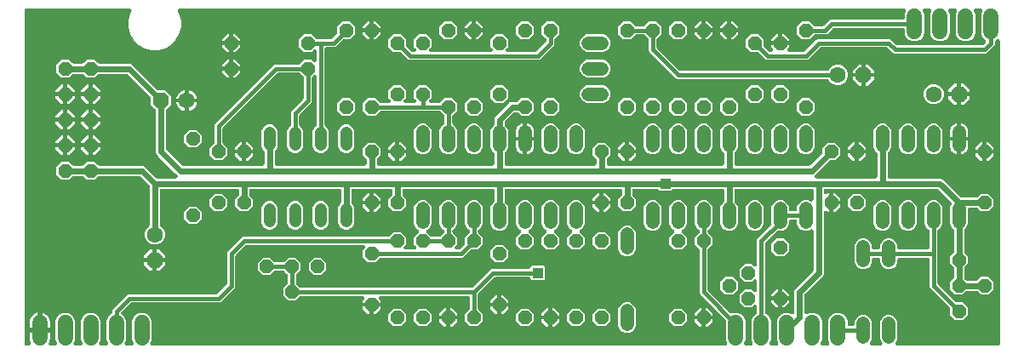
<source format=gbl>
G04 EAGLE Gerber RS-274X export*
G75*
%MOMM*%
%FSLAX34Y34*%
%LPD*%
%INBottom Copper*%
%IPPOS*%
%AMOC8*
5,1,8,0,0,1.08239X$1,22.5*%
G01*
%ADD10P,1.429621X8X112.500000*%
%ADD11P,1.429621X8X292.500000*%
%ADD12C,1.320800*%
%ADD13P,1.429621X8X202.500000*%
%ADD14P,1.429621X8X22.500000*%
%ADD15C,1.524000*%
%ADD16P,1.732040X8X202.500000*%
%ADD17C,1.600200*%
%ADD18P,1.732040X8X292.500000*%
%ADD19P,1.539592X8X112.500000*%
%ADD20P,1.732040X8X22.500000*%
%ADD21C,1.208000*%
%ADD22C,0.609600*%
%ADD23R,1.006400X1.006400*%
%ADD24C,0.406400*%

G36*
X14657Y10170D02*
X14657Y10170D01*
X14750Y10169D01*
X14857Y10190D01*
X14965Y10201D01*
X15054Y10228D01*
X15145Y10246D01*
X15246Y10287D01*
X15349Y10319D01*
X15431Y10363D01*
X15518Y10399D01*
X15608Y10459D01*
X15703Y10511D01*
X15775Y10570D01*
X15853Y10622D01*
X15929Y10699D01*
X16013Y10768D01*
X16071Y10841D01*
X16137Y10907D01*
X16197Y10997D01*
X16265Y11082D01*
X16308Y11165D01*
X16360Y11242D01*
X16401Y11343D01*
X16451Y11439D01*
X16476Y11529D01*
X16512Y11615D01*
X16532Y11722D01*
X16562Y11826D01*
X16570Y11919D01*
X16587Y12011D01*
X16586Y12119D01*
X16595Y12228D01*
X16584Y12320D01*
X16583Y12413D01*
X16561Y12520D01*
X16548Y12627D01*
X16519Y12716D01*
X16500Y12807D01*
X16449Y12931D01*
X16423Y13010D01*
X16399Y13053D01*
X16374Y13114D01*
X15984Y13880D01*
X15489Y15401D01*
X15239Y16980D01*
X15239Y22861D01*
X24892Y22861D01*
X24910Y22862D01*
X24927Y22861D01*
X25110Y22882D01*
X25292Y22901D01*
X25309Y22906D01*
X25327Y22908D01*
X25405Y22933D01*
X25542Y22894D01*
X25560Y22892D01*
X25577Y22888D01*
X25908Y22861D01*
X35561Y22861D01*
X35561Y16980D01*
X35311Y15401D01*
X34816Y13880D01*
X34426Y13114D01*
X34392Y13027D01*
X34349Y12945D01*
X34319Y12840D01*
X34280Y12739D01*
X34264Y12647D01*
X34238Y12558D01*
X34229Y12449D01*
X34210Y12343D01*
X34213Y12249D01*
X34205Y12156D01*
X34218Y12049D01*
X34221Y11940D01*
X34241Y11849D01*
X34252Y11757D01*
X34286Y11653D01*
X34310Y11548D01*
X34348Y11462D01*
X34377Y11374D01*
X34430Y11279D01*
X34475Y11180D01*
X34529Y11104D01*
X34575Y11023D01*
X34646Y10941D01*
X34709Y10853D01*
X34777Y10789D01*
X34838Y10718D01*
X34924Y10652D01*
X35003Y10578D01*
X35082Y10529D01*
X35156Y10472D01*
X35253Y10423D01*
X35346Y10366D01*
X35433Y10334D01*
X35517Y10292D01*
X35621Y10264D01*
X35723Y10227D01*
X35815Y10212D01*
X35905Y10188D01*
X36039Y10177D01*
X36121Y10164D01*
X36170Y10166D01*
X36236Y10161D01*
X40468Y10161D01*
X40481Y10162D01*
X40495Y10161D01*
X40681Y10182D01*
X40869Y10201D01*
X40881Y10205D01*
X40895Y10206D01*
X41074Y10264D01*
X41254Y10319D01*
X41265Y10325D01*
X41278Y10329D01*
X41443Y10421D01*
X41608Y10511D01*
X41618Y10519D01*
X41630Y10526D01*
X41772Y10648D01*
X41917Y10768D01*
X41925Y10779D01*
X41935Y10787D01*
X42051Y10935D01*
X42169Y11082D01*
X42175Y11094D01*
X42184Y11104D01*
X42268Y11273D01*
X42355Y11439D01*
X42358Y11452D01*
X42364Y11464D01*
X42414Y11645D01*
X42466Y11826D01*
X42467Y11840D01*
X42471Y11853D01*
X42484Y12041D01*
X42499Y12228D01*
X42497Y12241D01*
X42498Y12254D01*
X42474Y12442D01*
X42452Y12627D01*
X42448Y12640D01*
X42446Y12653D01*
X42345Y12969D01*
X41147Y15860D01*
X41147Y34940D01*
X42617Y38488D01*
X45332Y41203D01*
X48880Y42673D01*
X52720Y42673D01*
X56268Y41203D01*
X58983Y38488D01*
X60453Y34940D01*
X60453Y15860D01*
X59255Y12969D01*
X59251Y12956D01*
X59245Y12945D01*
X59194Y12765D01*
X59139Y12584D01*
X59138Y12571D01*
X59134Y12558D01*
X59119Y12370D01*
X59101Y12183D01*
X59102Y12170D01*
X59101Y12156D01*
X59123Y11970D01*
X59142Y11783D01*
X59146Y11770D01*
X59148Y11757D01*
X59206Y11578D01*
X59262Y11398D01*
X59269Y11387D01*
X59273Y11374D01*
X59366Y11209D01*
X59456Y11045D01*
X59464Y11035D01*
X59471Y11023D01*
X59594Y10881D01*
X59715Y10737D01*
X59725Y10729D01*
X59734Y10718D01*
X59882Y10603D01*
X60030Y10486D01*
X60041Y10480D01*
X60052Y10472D01*
X60221Y10388D01*
X60388Y10302D01*
X60400Y10298D01*
X60413Y10292D01*
X60595Y10243D01*
X60775Y10192D01*
X60788Y10191D01*
X60801Y10188D01*
X61132Y10161D01*
X65868Y10161D01*
X65881Y10162D01*
X65895Y10161D01*
X66081Y10182D01*
X66269Y10201D01*
X66281Y10205D01*
X66295Y10206D01*
X66474Y10264D01*
X66654Y10319D01*
X66665Y10325D01*
X66678Y10329D01*
X66843Y10421D01*
X67008Y10511D01*
X67018Y10519D01*
X67030Y10526D01*
X67172Y10648D01*
X67317Y10768D01*
X67325Y10779D01*
X67335Y10787D01*
X67451Y10935D01*
X67569Y11082D01*
X67575Y11094D01*
X67584Y11104D01*
X67668Y11273D01*
X67755Y11439D01*
X67758Y11452D01*
X67764Y11464D01*
X67814Y11645D01*
X67866Y11826D01*
X67867Y11840D01*
X67871Y11853D01*
X67884Y12041D01*
X67899Y12228D01*
X67897Y12241D01*
X67898Y12254D01*
X67874Y12442D01*
X67852Y12627D01*
X67848Y12640D01*
X67846Y12653D01*
X67745Y12969D01*
X66547Y15860D01*
X66547Y34940D01*
X68017Y38488D01*
X70732Y41203D01*
X74280Y42673D01*
X78120Y42673D01*
X81668Y41203D01*
X84383Y38488D01*
X85853Y34940D01*
X85853Y15860D01*
X84655Y12969D01*
X84651Y12956D01*
X84645Y12945D01*
X84594Y12765D01*
X84539Y12584D01*
X84538Y12571D01*
X84534Y12558D01*
X84519Y12370D01*
X84501Y12183D01*
X84502Y12170D01*
X84501Y12156D01*
X84523Y11970D01*
X84542Y11783D01*
X84546Y11770D01*
X84548Y11757D01*
X84606Y11578D01*
X84662Y11398D01*
X84669Y11387D01*
X84673Y11374D01*
X84766Y11209D01*
X84856Y11045D01*
X84864Y11035D01*
X84871Y11023D01*
X84994Y10881D01*
X85115Y10737D01*
X85125Y10729D01*
X85134Y10718D01*
X85282Y10603D01*
X85430Y10486D01*
X85441Y10480D01*
X85452Y10472D01*
X85621Y10388D01*
X85788Y10302D01*
X85800Y10298D01*
X85813Y10292D01*
X85995Y10243D01*
X86175Y10192D01*
X86188Y10191D01*
X86201Y10188D01*
X86532Y10161D01*
X91268Y10161D01*
X91281Y10162D01*
X91295Y10161D01*
X91481Y10182D01*
X91669Y10201D01*
X91681Y10205D01*
X91695Y10206D01*
X91874Y10264D01*
X92054Y10319D01*
X92065Y10325D01*
X92078Y10329D01*
X92243Y10421D01*
X92408Y10511D01*
X92418Y10519D01*
X92430Y10526D01*
X92572Y10648D01*
X92717Y10768D01*
X92725Y10779D01*
X92735Y10787D01*
X92851Y10935D01*
X92969Y11082D01*
X92975Y11094D01*
X92984Y11104D01*
X93068Y11273D01*
X93155Y11439D01*
X93158Y11452D01*
X93164Y11464D01*
X93214Y11645D01*
X93266Y11826D01*
X93267Y11840D01*
X93271Y11853D01*
X93284Y12041D01*
X93299Y12228D01*
X93297Y12241D01*
X93298Y12254D01*
X93274Y12442D01*
X93252Y12627D01*
X93248Y12640D01*
X93246Y12653D01*
X93145Y12969D01*
X91947Y15860D01*
X91947Y34940D01*
X93417Y38488D01*
X96132Y41203D01*
X96281Y41265D01*
X96301Y41275D01*
X96322Y41282D01*
X96478Y41371D01*
X96636Y41455D01*
X96653Y41469D01*
X96673Y41480D01*
X96808Y41597D01*
X96947Y41712D01*
X96961Y41729D01*
X96978Y41743D01*
X97087Y41884D01*
X97200Y42024D01*
X97211Y42044D01*
X97224Y42062D01*
X97304Y42222D01*
X97387Y42381D01*
X97394Y42402D01*
X97404Y42422D01*
X97450Y42595D01*
X97500Y42767D01*
X97502Y42789D01*
X97508Y42811D01*
X97535Y43142D01*
X97535Y45259D01*
X98154Y46752D01*
X111998Y60596D01*
X113491Y61215D01*
X200675Y61215D01*
X200702Y61217D01*
X200728Y61215D01*
X200902Y61237D01*
X201076Y61255D01*
X201101Y61262D01*
X201128Y61266D01*
X201293Y61321D01*
X201460Y61373D01*
X201484Y61386D01*
X201509Y61394D01*
X201661Y61481D01*
X201815Y61565D01*
X201835Y61582D01*
X201858Y61595D01*
X202111Y61810D01*
X211240Y70939D01*
X211257Y70959D01*
X211278Y70977D01*
X211385Y71115D01*
X211495Y71250D01*
X211508Y71274D01*
X211524Y71295D01*
X211602Y71452D01*
X211684Y71606D01*
X211692Y71631D01*
X211704Y71656D01*
X211749Y71825D01*
X211799Y71992D01*
X211801Y72018D01*
X211808Y72044D01*
X211835Y72375D01*
X211835Y102409D01*
X212454Y103902D01*
X226298Y117746D01*
X227791Y118365D01*
X372009Y118365D01*
X372036Y118367D01*
X372062Y118365D01*
X372236Y118387D01*
X372410Y118405D01*
X372435Y118412D01*
X372462Y118416D01*
X372628Y118471D01*
X372795Y118523D01*
X372818Y118536D01*
X372844Y118544D01*
X372995Y118631D01*
X373149Y118715D01*
X373169Y118732D01*
X373192Y118745D01*
X373445Y118960D01*
X377423Y122937D01*
X384577Y122937D01*
X389637Y117877D01*
X389637Y110723D01*
X388046Y109132D01*
X388041Y109125D01*
X388034Y109120D01*
X387914Y108970D01*
X387791Y108821D01*
X387787Y108813D01*
X387782Y108806D01*
X387693Y108636D01*
X387603Y108465D01*
X387600Y108456D01*
X387596Y108449D01*
X387543Y108264D01*
X387488Y108079D01*
X387487Y108070D01*
X387485Y108062D01*
X387469Y107871D01*
X387452Y107678D01*
X387453Y107669D01*
X387452Y107660D01*
X387474Y107471D01*
X387495Y107278D01*
X387498Y107269D01*
X387499Y107261D01*
X387558Y107079D01*
X387616Y106894D01*
X387621Y106886D01*
X387624Y106878D01*
X387719Y106709D01*
X387811Y106542D01*
X387817Y106535D01*
X387821Y106527D01*
X387947Y106381D01*
X388072Y106235D01*
X388079Y106229D01*
X388085Y106222D01*
X388236Y106105D01*
X388388Y105985D01*
X388396Y105981D01*
X388403Y105976D01*
X388575Y105890D01*
X388747Y105803D01*
X388755Y105800D01*
X388763Y105796D01*
X388949Y105746D01*
X389135Y105695D01*
X389143Y105694D01*
X389152Y105692D01*
X389483Y105665D01*
X397917Y105665D01*
X397926Y105666D01*
X397935Y105665D01*
X398127Y105686D01*
X398318Y105705D01*
X398326Y105707D01*
X398335Y105708D01*
X398518Y105766D01*
X398703Y105823D01*
X398711Y105827D01*
X398719Y105830D01*
X398888Y105923D01*
X399057Y106015D01*
X399064Y106020D01*
X399071Y106025D01*
X399219Y106150D01*
X399366Y106272D01*
X399372Y106279D01*
X399378Y106285D01*
X399498Y106437D01*
X399618Y106586D01*
X399622Y106594D01*
X399628Y106601D01*
X399715Y106773D01*
X399804Y106943D01*
X399806Y106952D01*
X399810Y106960D01*
X399862Y107146D01*
X399915Y107330D01*
X399916Y107339D01*
X399918Y107348D01*
X399933Y107540D01*
X399948Y107732D01*
X399947Y107740D01*
X399948Y107749D01*
X399923Y107942D01*
X399901Y108131D01*
X399899Y108140D01*
X399897Y108149D01*
X399837Y108330D01*
X399776Y108514D01*
X399772Y108522D01*
X399769Y108530D01*
X399674Y108696D01*
X399579Y108865D01*
X399573Y108872D01*
X399568Y108879D01*
X399354Y109132D01*
X397763Y110723D01*
X397763Y117877D01*
X402294Y122408D01*
X402303Y122419D01*
X402313Y122427D01*
X402430Y122574D01*
X402549Y122720D01*
X402556Y122732D01*
X402564Y122742D01*
X402649Y122908D01*
X402738Y123076D01*
X402742Y123088D01*
X402748Y123100D01*
X402799Y123280D01*
X402853Y123461D01*
X402854Y123475D01*
X402858Y123488D01*
X402872Y123674D01*
X402889Y123862D01*
X402888Y123876D01*
X402889Y123889D01*
X402866Y124074D01*
X402846Y124263D01*
X402842Y124276D01*
X402840Y124289D01*
X402781Y124466D01*
X402724Y124647D01*
X402718Y124658D01*
X402713Y124671D01*
X402620Y124834D01*
X402529Y124999D01*
X402521Y125009D01*
X402514Y125021D01*
X402390Y125163D01*
X402269Y125306D01*
X402258Y125314D01*
X402250Y125324D01*
X402100Y125439D01*
X401953Y125555D01*
X401941Y125562D01*
X401930Y125570D01*
X401635Y125721D01*
X401508Y125774D01*
X399078Y128204D01*
X397763Y131378D01*
X397763Y148022D01*
X399078Y151196D01*
X401508Y153626D01*
X404682Y154941D01*
X408118Y154941D01*
X411292Y153626D01*
X413722Y151196D01*
X415037Y148022D01*
X415037Y131378D01*
X413722Y128204D01*
X411292Y125774D01*
X411165Y125721D01*
X411153Y125715D01*
X411140Y125711D01*
X410976Y125620D01*
X410810Y125531D01*
X410800Y125523D01*
X410788Y125516D01*
X410645Y125395D01*
X410500Y125275D01*
X410491Y125264D01*
X410481Y125256D01*
X410365Y125109D01*
X410246Y124962D01*
X410240Y124950D01*
X410231Y124940D01*
X410146Y124772D01*
X410059Y124606D01*
X410055Y124593D01*
X410049Y124581D01*
X409998Y124399D01*
X409946Y124219D01*
X409945Y124206D01*
X409941Y124193D01*
X409927Y124004D01*
X409911Y123818D01*
X409913Y123805D01*
X409912Y123791D01*
X409935Y123604D01*
X409956Y123418D01*
X409960Y123405D01*
X409962Y123392D01*
X410022Y123214D01*
X410079Y123035D01*
X410086Y123023D01*
X410090Y123010D01*
X410184Y122847D01*
X410276Y122683D01*
X410284Y122673D01*
X410291Y122661D01*
X410506Y122408D01*
X413955Y118960D01*
X413975Y118943D01*
X413993Y118922D01*
X414130Y118816D01*
X414266Y118705D01*
X414290Y118692D01*
X414311Y118676D01*
X414467Y118598D01*
X414622Y118516D01*
X414647Y118508D01*
X414671Y118496D01*
X414840Y118451D01*
X415008Y118401D01*
X415034Y118399D01*
X415060Y118392D01*
X415391Y118365D01*
X422809Y118365D01*
X422836Y118367D01*
X422863Y118365D01*
X423036Y118387D01*
X423210Y118405D01*
X423235Y118412D01*
X423262Y118416D01*
X423428Y118471D01*
X423595Y118523D01*
X423618Y118536D01*
X423644Y118544D01*
X423795Y118631D01*
X423949Y118715D01*
X423969Y118732D01*
X423993Y118745D01*
X424246Y118960D01*
X427140Y121854D01*
X427157Y121875D01*
X427178Y121893D01*
X427285Y122031D01*
X427395Y122166D01*
X427408Y122190D01*
X427424Y122211D01*
X427502Y122368D01*
X427584Y122522D01*
X427592Y122547D01*
X427604Y122571D01*
X427649Y122741D01*
X427699Y122908D01*
X427701Y122934D01*
X427708Y122960D01*
X427735Y123291D01*
X427735Y124105D01*
X427733Y124132D01*
X427735Y124158D01*
X427713Y124332D01*
X427695Y124506D01*
X427688Y124531D01*
X427684Y124558D01*
X427629Y124724D01*
X427577Y124891D01*
X427564Y124914D01*
X427556Y124940D01*
X427469Y125091D01*
X427385Y125245D01*
X427368Y125265D01*
X427355Y125288D01*
X427140Y125541D01*
X424478Y128204D01*
X423163Y131378D01*
X423163Y148022D01*
X424478Y151196D01*
X426908Y153626D01*
X430082Y154941D01*
X433518Y154941D01*
X436692Y153626D01*
X439122Y151196D01*
X440437Y148022D01*
X440437Y131378D01*
X439122Y128204D01*
X436460Y125541D01*
X436443Y125521D01*
X436422Y125503D01*
X436315Y125365D01*
X436205Y125230D01*
X436192Y125206D01*
X436176Y125185D01*
X436098Y125028D01*
X436016Y124874D01*
X436008Y124849D01*
X435996Y124825D01*
X435951Y124655D01*
X435901Y124488D01*
X435899Y124462D01*
X435892Y124436D01*
X435865Y124105D01*
X435865Y123291D01*
X435867Y123264D01*
X435865Y123237D01*
X435887Y123063D01*
X435905Y122890D01*
X435912Y122865D01*
X435916Y122838D01*
X435972Y122672D01*
X436023Y122505D01*
X436036Y122482D01*
X436044Y122456D01*
X436131Y122305D01*
X436215Y122151D01*
X436232Y122131D01*
X436245Y122107D01*
X436460Y121854D01*
X440437Y117877D01*
X440437Y110723D01*
X438846Y109132D01*
X438841Y109125D01*
X438834Y109120D01*
X438714Y108970D01*
X438591Y108821D01*
X438587Y108813D01*
X438582Y108806D01*
X438493Y108636D01*
X438403Y108465D01*
X438400Y108456D01*
X438396Y108449D01*
X438343Y108264D01*
X438288Y108079D01*
X438287Y108070D01*
X438285Y108062D01*
X438269Y107871D01*
X438252Y107678D01*
X438253Y107669D01*
X438252Y107660D01*
X438274Y107471D01*
X438295Y107278D01*
X438298Y107269D01*
X438299Y107261D01*
X438358Y107079D01*
X438416Y106894D01*
X438421Y106886D01*
X438424Y106878D01*
X438519Y106709D01*
X438611Y106542D01*
X438617Y106535D01*
X438621Y106527D01*
X438747Y106381D01*
X438872Y106235D01*
X438879Y106229D01*
X438885Y106222D01*
X439036Y106105D01*
X439188Y105985D01*
X439196Y105981D01*
X439203Y105976D01*
X439375Y105890D01*
X439547Y105803D01*
X439555Y105800D01*
X439563Y105796D01*
X439749Y105746D01*
X439935Y105695D01*
X439943Y105694D01*
X439952Y105692D01*
X440283Y105665D01*
X441975Y105665D01*
X442002Y105667D01*
X442028Y105665D01*
X442202Y105687D01*
X442376Y105705D01*
X442401Y105712D01*
X442428Y105716D01*
X442593Y105771D01*
X442760Y105823D01*
X442784Y105836D01*
X442809Y105844D01*
X442961Y105931D01*
X443115Y106015D01*
X443135Y106032D01*
X443158Y106045D01*
X443411Y106260D01*
X447968Y110817D01*
X447985Y110837D01*
X448006Y110855D01*
X448113Y110993D01*
X448223Y111128D01*
X448236Y111152D01*
X448252Y111173D01*
X448330Y111330D01*
X448412Y111484D01*
X448420Y111509D01*
X448432Y111534D01*
X448477Y111703D01*
X448527Y111870D01*
X448529Y111896D01*
X448536Y111922D01*
X448563Y112253D01*
X448563Y117877D01*
X452540Y121855D01*
X452557Y121875D01*
X452578Y121893D01*
X452685Y122031D01*
X452795Y122166D01*
X452808Y122190D01*
X452824Y122211D01*
X452902Y122368D01*
X452984Y122522D01*
X452992Y122547D01*
X453004Y122571D01*
X453049Y122741D01*
X453099Y122908D01*
X453101Y122934D01*
X453108Y122960D01*
X453135Y123291D01*
X453135Y124105D01*
X453133Y124132D01*
X453135Y124158D01*
X453113Y124332D01*
X453095Y124506D01*
X453088Y124531D01*
X453084Y124558D01*
X453029Y124724D01*
X452977Y124891D01*
X452964Y124914D01*
X452956Y124940D01*
X452869Y125091D01*
X452785Y125245D01*
X452768Y125265D01*
X452755Y125288D01*
X452540Y125541D01*
X449878Y128204D01*
X448563Y131378D01*
X448563Y148022D01*
X449878Y151196D01*
X452308Y153626D01*
X455482Y154941D01*
X458918Y154941D01*
X462092Y153626D01*
X464522Y151196D01*
X465837Y148022D01*
X465837Y131378D01*
X464522Y128204D01*
X461860Y125541D01*
X461843Y125521D01*
X461822Y125503D01*
X461715Y125365D01*
X461605Y125230D01*
X461592Y125206D01*
X461576Y125185D01*
X461498Y125028D01*
X461416Y124874D01*
X461408Y124849D01*
X461396Y124825D01*
X461351Y124655D01*
X461301Y124488D01*
X461299Y124462D01*
X461292Y124436D01*
X461265Y124105D01*
X461265Y123291D01*
X461267Y123264D01*
X461265Y123238D01*
X461287Y123063D01*
X461305Y122890D01*
X461312Y122865D01*
X461316Y122838D01*
X461371Y122672D01*
X461423Y122505D01*
X461436Y122482D01*
X461444Y122456D01*
X461531Y122305D01*
X461615Y122151D01*
X461632Y122131D01*
X461645Y122108D01*
X461860Y121855D01*
X465837Y117877D01*
X465837Y110723D01*
X460777Y105663D01*
X455153Y105663D01*
X455126Y105661D01*
X455100Y105663D01*
X454926Y105641D01*
X454752Y105623D01*
X454727Y105616D01*
X454700Y105612D01*
X454535Y105557D01*
X454368Y105505D01*
X454344Y105492D01*
X454319Y105484D01*
X454167Y105397D01*
X454013Y105313D01*
X453993Y105296D01*
X453970Y105283D01*
X453717Y105068D01*
X446802Y98154D01*
X445309Y97535D01*
X364591Y97535D01*
X364564Y97533D01*
X364537Y97535D01*
X364364Y97513D01*
X364190Y97495D01*
X364165Y97488D01*
X364138Y97484D01*
X363972Y97428D01*
X363805Y97377D01*
X363782Y97364D01*
X363756Y97356D01*
X363605Y97269D01*
X363451Y97185D01*
X363431Y97168D01*
X363407Y97155D01*
X363154Y96940D01*
X359177Y92963D01*
X352023Y92963D01*
X346963Y98023D01*
X346963Y105177D01*
X348554Y106768D01*
X348559Y106775D01*
X348566Y106780D01*
X348686Y106930D01*
X348809Y107079D01*
X348813Y107087D01*
X348818Y107094D01*
X348907Y107264D01*
X348997Y107435D01*
X349000Y107444D01*
X349004Y107451D01*
X349056Y107634D01*
X349112Y107821D01*
X349113Y107830D01*
X349115Y107838D01*
X349131Y108026D01*
X349148Y108222D01*
X349147Y108231D01*
X349148Y108240D01*
X349126Y108427D01*
X349105Y108622D01*
X349102Y108631D01*
X349101Y108639D01*
X349042Y108821D01*
X348984Y109006D01*
X348979Y109014D01*
X348976Y109022D01*
X348881Y109191D01*
X348789Y109358D01*
X348783Y109365D01*
X348779Y109373D01*
X348653Y109519D01*
X348528Y109665D01*
X348521Y109671D01*
X348515Y109678D01*
X348364Y109795D01*
X348212Y109915D01*
X348204Y109919D01*
X348197Y109924D01*
X348025Y110010D01*
X347853Y110097D01*
X347845Y110100D01*
X347837Y110104D01*
X347651Y110154D01*
X347465Y110205D01*
X347457Y110206D01*
X347448Y110208D01*
X347117Y110235D01*
X231125Y110235D01*
X231098Y110233D01*
X231072Y110235D01*
X230898Y110213D01*
X230724Y110195D01*
X230699Y110188D01*
X230672Y110184D01*
X230507Y110129D01*
X230340Y110077D01*
X230316Y110064D01*
X230291Y110056D01*
X230139Y109969D01*
X229985Y109885D01*
X229965Y109868D01*
X229942Y109855D01*
X229689Y109640D01*
X220560Y100511D01*
X220543Y100491D01*
X220522Y100473D01*
X220415Y100335D01*
X220305Y100200D01*
X220292Y100176D01*
X220276Y100155D01*
X220198Y99998D01*
X220116Y99844D01*
X220108Y99819D01*
X220096Y99794D01*
X220051Y99625D01*
X220001Y99458D01*
X219999Y99432D01*
X219992Y99406D01*
X219965Y99075D01*
X219965Y69041D01*
X219346Y67548D01*
X205502Y53704D01*
X204009Y53085D01*
X116825Y53085D01*
X116798Y53083D01*
X116772Y53085D01*
X116598Y53063D01*
X116424Y53045D01*
X116399Y53038D01*
X116372Y53034D01*
X116207Y52979D01*
X116040Y52927D01*
X116016Y52914D01*
X115991Y52906D01*
X115839Y52819D01*
X115685Y52735D01*
X115665Y52718D01*
X115642Y52705D01*
X115389Y52490D01*
X107021Y44123D01*
X107010Y44109D01*
X106996Y44097D01*
X106883Y43954D01*
X106766Y43811D01*
X106758Y43795D01*
X106747Y43781D01*
X106663Y43617D01*
X106577Y43455D01*
X106572Y43438D01*
X106564Y43422D01*
X106515Y43245D01*
X106463Y43069D01*
X106461Y43052D01*
X106456Y43035D01*
X106443Y42851D01*
X106426Y42669D01*
X106428Y42651D01*
X106427Y42633D01*
X106450Y42451D01*
X106470Y42268D01*
X106475Y42251D01*
X106477Y42234D01*
X106536Y42060D01*
X106591Y41884D01*
X106600Y41869D01*
X106605Y41852D01*
X106697Y41692D01*
X106786Y41532D01*
X106797Y41519D01*
X106806Y41503D01*
X107021Y41250D01*
X109783Y38488D01*
X111253Y34940D01*
X111253Y15860D01*
X110055Y12969D01*
X110051Y12956D01*
X110045Y12945D01*
X109994Y12765D01*
X109939Y12584D01*
X109938Y12571D01*
X109934Y12558D01*
X109919Y12370D01*
X109901Y12183D01*
X109902Y12170D01*
X109901Y12156D01*
X109923Y11970D01*
X109942Y11783D01*
X109946Y11770D01*
X109948Y11757D01*
X110006Y11578D01*
X110062Y11398D01*
X110069Y11387D01*
X110073Y11374D01*
X110166Y11209D01*
X110256Y11045D01*
X110264Y11035D01*
X110271Y11023D01*
X110394Y10881D01*
X110515Y10737D01*
X110525Y10729D01*
X110534Y10718D01*
X110682Y10603D01*
X110830Y10486D01*
X110841Y10480D01*
X110852Y10472D01*
X111021Y10388D01*
X111188Y10302D01*
X111200Y10298D01*
X111213Y10292D01*
X111395Y10243D01*
X111575Y10192D01*
X111588Y10191D01*
X111601Y10188D01*
X111932Y10161D01*
X116668Y10161D01*
X116681Y10162D01*
X116695Y10161D01*
X116881Y10182D01*
X117069Y10201D01*
X117081Y10205D01*
X117095Y10206D01*
X117274Y10264D01*
X117454Y10319D01*
X117465Y10325D01*
X117478Y10329D01*
X117643Y10421D01*
X117808Y10511D01*
X117818Y10519D01*
X117830Y10526D01*
X117972Y10648D01*
X118117Y10768D01*
X118125Y10779D01*
X118135Y10787D01*
X118251Y10935D01*
X118369Y11082D01*
X118375Y11094D01*
X118384Y11104D01*
X118468Y11273D01*
X118555Y11439D01*
X118558Y11452D01*
X118564Y11464D01*
X118614Y11645D01*
X118666Y11826D01*
X118667Y11840D01*
X118671Y11853D01*
X118684Y12041D01*
X118699Y12228D01*
X118697Y12241D01*
X118698Y12254D01*
X118674Y12442D01*
X118652Y12627D01*
X118648Y12640D01*
X118646Y12653D01*
X118545Y12969D01*
X117347Y15860D01*
X117347Y34940D01*
X118817Y38488D01*
X121532Y41203D01*
X125080Y42673D01*
X128920Y42673D01*
X132468Y41203D01*
X135183Y38488D01*
X136653Y34940D01*
X136653Y15860D01*
X135455Y12969D01*
X135451Y12956D01*
X135445Y12945D01*
X135394Y12765D01*
X135339Y12584D01*
X135338Y12571D01*
X135334Y12558D01*
X135319Y12370D01*
X135301Y12183D01*
X135302Y12170D01*
X135301Y12156D01*
X135323Y11970D01*
X135342Y11783D01*
X135346Y11770D01*
X135348Y11757D01*
X135406Y11578D01*
X135462Y11398D01*
X135469Y11387D01*
X135473Y11374D01*
X135566Y11209D01*
X135656Y11045D01*
X135664Y11035D01*
X135671Y11023D01*
X135794Y10881D01*
X135915Y10737D01*
X135925Y10729D01*
X135934Y10718D01*
X136082Y10603D01*
X136230Y10486D01*
X136241Y10480D01*
X136252Y10472D01*
X136421Y10388D01*
X136588Y10302D01*
X136600Y10298D01*
X136613Y10292D01*
X136795Y10243D01*
X136975Y10192D01*
X136988Y10191D01*
X137001Y10188D01*
X137332Y10161D01*
X707218Y10161D01*
X707231Y10162D01*
X707245Y10161D01*
X707431Y10182D01*
X707619Y10201D01*
X707631Y10205D01*
X707645Y10206D01*
X707824Y10264D01*
X708004Y10319D01*
X708015Y10325D01*
X708028Y10329D01*
X708193Y10421D01*
X708358Y10511D01*
X708368Y10519D01*
X708380Y10526D01*
X708522Y10648D01*
X708667Y10768D01*
X708675Y10779D01*
X708685Y10787D01*
X708801Y10935D01*
X708919Y11082D01*
X708925Y11094D01*
X708934Y11104D01*
X709018Y11273D01*
X709105Y11439D01*
X709108Y11452D01*
X709114Y11464D01*
X709164Y11645D01*
X709216Y11826D01*
X709217Y11840D01*
X709221Y11853D01*
X709234Y12041D01*
X709249Y12228D01*
X709247Y12241D01*
X709248Y12254D01*
X709224Y12442D01*
X709202Y12627D01*
X709198Y12640D01*
X709196Y12653D01*
X709095Y12969D01*
X707897Y15860D01*
X707897Y34813D01*
X707895Y34840D01*
X707897Y34866D01*
X707875Y35040D01*
X707857Y35214D01*
X707850Y35239D01*
X707846Y35266D01*
X707791Y35431D01*
X707739Y35598D01*
X707726Y35622D01*
X707718Y35647D01*
X707631Y35799D01*
X707547Y35953D01*
X707530Y35973D01*
X707517Y35996D01*
X707302Y36249D01*
X682354Y61198D01*
X681735Y62691D01*
X681735Y105309D01*
X681733Y105336D01*
X681735Y105362D01*
X681713Y105536D01*
X681695Y105710D01*
X681688Y105735D01*
X681684Y105762D01*
X681629Y105928D01*
X681577Y106095D01*
X681564Y106118D01*
X681556Y106144D01*
X681469Y106295D01*
X681385Y106449D01*
X681368Y106469D01*
X681355Y106492D01*
X681140Y106745D01*
X677163Y110723D01*
X677163Y117877D01*
X681140Y121855D01*
X681157Y121875D01*
X681178Y121893D01*
X681285Y122031D01*
X681395Y122166D01*
X681408Y122190D01*
X681424Y122211D01*
X681502Y122368D01*
X681584Y122522D01*
X681592Y122547D01*
X681604Y122571D01*
X681649Y122741D01*
X681699Y122908D01*
X681701Y122934D01*
X681708Y122960D01*
X681735Y123291D01*
X681735Y124105D01*
X681733Y124132D01*
X681735Y124159D01*
X681713Y124332D01*
X681695Y124506D01*
X681688Y124531D01*
X681684Y124558D01*
X681628Y124724D01*
X681577Y124891D01*
X681564Y124914D01*
X681556Y124940D01*
X681469Y125091D01*
X681385Y125245D01*
X681368Y125265D01*
X681355Y125289D01*
X681140Y125542D01*
X678478Y128204D01*
X677163Y131378D01*
X677163Y148022D01*
X678478Y151196D01*
X680908Y153626D01*
X684082Y154941D01*
X687518Y154941D01*
X690692Y153626D01*
X693122Y151196D01*
X694437Y148022D01*
X694437Y131378D01*
X693122Y128204D01*
X690460Y125542D01*
X690443Y125521D01*
X690422Y125503D01*
X690315Y125365D01*
X690205Y125230D01*
X690192Y125206D01*
X690176Y125185D01*
X690098Y125029D01*
X690016Y124874D01*
X690008Y124849D01*
X689996Y124825D01*
X689951Y124656D01*
X689901Y124488D01*
X689899Y124462D01*
X689892Y124436D01*
X689865Y124105D01*
X689865Y123291D01*
X689867Y123264D01*
X689865Y123238D01*
X689887Y123063D01*
X689905Y122890D01*
X689912Y122865D01*
X689916Y122838D01*
X689971Y122672D01*
X690023Y122505D01*
X690036Y122482D01*
X690044Y122456D01*
X690131Y122305D01*
X690215Y122151D01*
X690232Y122131D01*
X690245Y122108D01*
X690460Y121855D01*
X694437Y117877D01*
X694437Y110723D01*
X690460Y106745D01*
X690443Y106725D01*
X690422Y106707D01*
X690315Y106569D01*
X690205Y106434D01*
X690192Y106410D01*
X690176Y106389D01*
X690098Y106232D01*
X690016Y106078D01*
X690008Y106053D01*
X689996Y106029D01*
X689951Y105859D01*
X689901Y105692D01*
X689899Y105666D01*
X689892Y105640D01*
X689865Y105309D01*
X689865Y66025D01*
X689867Y65998D01*
X689865Y65972D01*
X689887Y65798D01*
X689905Y65624D01*
X689912Y65599D01*
X689916Y65572D01*
X689971Y65407D01*
X690023Y65240D01*
X690036Y65216D01*
X690044Y65191D01*
X690131Y65039D01*
X690215Y64885D01*
X690232Y64865D01*
X690245Y64842D01*
X690460Y64589D01*
X712369Y42679D01*
X712386Y42665D01*
X712401Y42648D01*
X712542Y42538D01*
X712681Y42424D01*
X712700Y42414D01*
X712718Y42400D01*
X712878Y42319D01*
X713036Y42236D01*
X713058Y42229D01*
X713078Y42219D01*
X713251Y42172D01*
X713422Y42121D01*
X713444Y42119D01*
X713466Y42113D01*
X713644Y42101D01*
X713823Y42084D01*
X713846Y42087D01*
X713868Y42085D01*
X714044Y42108D01*
X714223Y42128D01*
X714245Y42135D01*
X714267Y42137D01*
X714583Y42239D01*
X715630Y42673D01*
X719470Y42673D01*
X723018Y41203D01*
X725733Y38488D01*
X727203Y34940D01*
X727203Y15860D01*
X726005Y12969D01*
X726001Y12956D01*
X725995Y12945D01*
X725944Y12765D01*
X725889Y12584D01*
X725888Y12571D01*
X725884Y12558D01*
X725869Y12370D01*
X725851Y12183D01*
X725852Y12170D01*
X725851Y12156D01*
X725873Y11970D01*
X725892Y11783D01*
X725896Y11770D01*
X725898Y11757D01*
X725956Y11578D01*
X726012Y11398D01*
X726019Y11387D01*
X726023Y11374D01*
X726116Y11209D01*
X726206Y11045D01*
X726214Y11035D01*
X726221Y11023D01*
X726344Y10881D01*
X726465Y10737D01*
X726475Y10729D01*
X726484Y10718D01*
X726632Y10603D01*
X726780Y10486D01*
X726791Y10480D01*
X726802Y10472D01*
X726971Y10388D01*
X727138Y10302D01*
X727150Y10298D01*
X727163Y10292D01*
X727345Y10243D01*
X727525Y10192D01*
X727538Y10191D01*
X727551Y10188D01*
X727882Y10161D01*
X732618Y10161D01*
X732631Y10162D01*
X732645Y10161D01*
X732831Y10182D01*
X733019Y10201D01*
X733031Y10205D01*
X733045Y10206D01*
X733224Y10264D01*
X733404Y10319D01*
X733415Y10325D01*
X733428Y10329D01*
X733593Y10421D01*
X733758Y10511D01*
X733768Y10519D01*
X733780Y10526D01*
X733922Y10648D01*
X734067Y10768D01*
X734075Y10779D01*
X734085Y10787D01*
X734201Y10935D01*
X734319Y11082D01*
X734325Y11094D01*
X734334Y11104D01*
X734418Y11273D01*
X734505Y11439D01*
X734508Y11452D01*
X734514Y11464D01*
X734564Y11645D01*
X734616Y11826D01*
X734617Y11840D01*
X734621Y11853D01*
X734634Y12041D01*
X734649Y12228D01*
X734647Y12241D01*
X734648Y12254D01*
X734624Y12442D01*
X734602Y12627D01*
X734598Y12640D01*
X734596Y12653D01*
X734495Y12969D01*
X733297Y15860D01*
X733297Y34940D01*
X734767Y38488D01*
X737482Y41203D01*
X737631Y41265D01*
X737651Y41275D01*
X737672Y41282D01*
X737828Y41371D01*
X737986Y41455D01*
X738003Y41469D01*
X738023Y41480D01*
X738158Y41597D01*
X738297Y41712D01*
X738311Y41729D01*
X738328Y41743D01*
X738437Y41884D01*
X738550Y42024D01*
X738561Y42044D01*
X738574Y42062D01*
X738654Y42222D01*
X738737Y42381D01*
X738744Y42402D01*
X738754Y42422D01*
X738800Y42595D01*
X738850Y42767D01*
X738852Y42789D01*
X738858Y42811D01*
X738885Y43142D01*
X738885Y48667D01*
X738884Y48676D01*
X738885Y48685D01*
X738864Y48877D01*
X738845Y49068D01*
X738843Y49076D01*
X738842Y49085D01*
X738784Y49268D01*
X738727Y49453D01*
X738723Y49461D01*
X738720Y49469D01*
X738627Y49638D01*
X738535Y49807D01*
X738530Y49814D01*
X738525Y49821D01*
X738400Y49969D01*
X738278Y50116D01*
X738271Y50122D01*
X738265Y50128D01*
X738113Y50248D01*
X737964Y50368D01*
X737956Y50372D01*
X737949Y50378D01*
X737777Y50465D01*
X737607Y50554D01*
X737598Y50556D01*
X737590Y50560D01*
X737404Y50612D01*
X737220Y50665D01*
X737211Y50666D01*
X737202Y50668D01*
X737010Y50683D01*
X736818Y50698D01*
X736810Y50697D01*
X736801Y50698D01*
X736608Y50673D01*
X736419Y50651D01*
X736410Y50649D01*
X736401Y50647D01*
X736218Y50586D01*
X736036Y50526D01*
X736028Y50522D01*
X736020Y50519D01*
X735854Y50424D01*
X735685Y50329D01*
X735678Y50323D01*
X735671Y50318D01*
X735418Y50104D01*
X733827Y48513D01*
X726673Y48513D01*
X721613Y53573D01*
X721613Y60727D01*
X726673Y65787D01*
X733827Y65787D01*
X735418Y64196D01*
X735425Y64191D01*
X735430Y64184D01*
X735580Y64064D01*
X735729Y63941D01*
X735737Y63937D01*
X735744Y63932D01*
X735914Y63843D01*
X736085Y63753D01*
X736094Y63750D01*
X736101Y63746D01*
X736286Y63693D01*
X736471Y63638D01*
X736480Y63637D01*
X736488Y63635D01*
X736679Y63619D01*
X736872Y63602D01*
X736881Y63603D01*
X736890Y63602D01*
X737079Y63624D01*
X737272Y63645D01*
X737281Y63648D01*
X737289Y63649D01*
X737471Y63708D01*
X737656Y63766D01*
X737664Y63771D01*
X737672Y63774D01*
X737841Y63869D01*
X738008Y63961D01*
X738015Y63967D01*
X738023Y63971D01*
X738169Y64097D01*
X738315Y64222D01*
X738321Y64229D01*
X738328Y64235D01*
X738445Y64386D01*
X738565Y64538D01*
X738569Y64546D01*
X738574Y64553D01*
X738660Y64725D01*
X738747Y64897D01*
X738750Y64905D01*
X738754Y64913D01*
X738804Y65099D01*
X738855Y65285D01*
X738856Y65293D01*
X738858Y65302D01*
X738885Y65633D01*
X738885Y74067D01*
X738884Y74076D01*
X738885Y74085D01*
X738864Y74277D01*
X738845Y74468D01*
X738843Y74476D01*
X738842Y74485D01*
X738784Y74668D01*
X738727Y74853D01*
X738723Y74861D01*
X738720Y74869D01*
X738627Y75038D01*
X738535Y75207D01*
X738530Y75214D01*
X738525Y75221D01*
X738400Y75369D01*
X738278Y75516D01*
X738271Y75522D01*
X738265Y75528D01*
X738113Y75648D01*
X737964Y75768D01*
X737956Y75772D01*
X737949Y75778D01*
X737777Y75865D01*
X737607Y75954D01*
X737598Y75956D01*
X737590Y75960D01*
X737404Y76012D01*
X737220Y76065D01*
X737211Y76066D01*
X737202Y76068D01*
X737010Y76083D01*
X736818Y76098D01*
X736810Y76097D01*
X736801Y76098D01*
X736608Y76073D01*
X736419Y76051D01*
X736410Y76049D01*
X736401Y76047D01*
X736218Y75986D01*
X736036Y75926D01*
X736028Y75922D01*
X736020Y75919D01*
X735854Y75824D01*
X735685Y75729D01*
X735678Y75723D01*
X735671Y75718D01*
X735418Y75504D01*
X733827Y73913D01*
X726673Y73913D01*
X721613Y78973D01*
X721613Y86127D01*
X726673Y91187D01*
X733827Y91187D01*
X735418Y89596D01*
X735425Y89591D01*
X735430Y89584D01*
X735580Y89464D01*
X735729Y89341D01*
X735737Y89337D01*
X735744Y89332D01*
X735914Y89243D01*
X736085Y89153D01*
X736094Y89150D01*
X736101Y89146D01*
X736286Y89093D01*
X736471Y89038D01*
X736480Y89037D01*
X736488Y89035D01*
X736679Y89019D01*
X736872Y89002D01*
X736881Y89003D01*
X736890Y89002D01*
X737079Y89024D01*
X737272Y89045D01*
X737281Y89048D01*
X737289Y89049D01*
X737471Y89108D01*
X737656Y89166D01*
X737664Y89171D01*
X737672Y89174D01*
X737841Y89269D01*
X738008Y89361D01*
X738015Y89367D01*
X738023Y89371D01*
X738169Y89497D01*
X738315Y89622D01*
X738321Y89629D01*
X738328Y89635D01*
X738445Y89786D01*
X738565Y89938D01*
X738569Y89946D01*
X738574Y89953D01*
X738660Y90125D01*
X738747Y90297D01*
X738750Y90305D01*
X738754Y90313D01*
X738803Y90497D01*
X738855Y90685D01*
X738856Y90693D01*
X738858Y90702D01*
X738885Y91033D01*
X738885Y115109D01*
X739504Y116602D01*
X752768Y129867D01*
X752785Y129887D01*
X752806Y129905D01*
X752913Y130043D01*
X753023Y130178D01*
X753036Y130202D01*
X753052Y130223D01*
X753130Y130380D01*
X753212Y130534D01*
X753220Y130559D01*
X753232Y130584D01*
X753277Y130753D01*
X753327Y130920D01*
X753329Y130946D01*
X753336Y130972D01*
X753363Y131303D01*
X753363Y148022D01*
X754678Y151196D01*
X757108Y153626D01*
X760282Y154941D01*
X763718Y154941D01*
X766892Y153626D01*
X769322Y151196D01*
X770637Y148022D01*
X770637Y145796D01*
X770639Y145778D01*
X770637Y145760D01*
X770658Y145578D01*
X770677Y145395D01*
X770682Y145378D01*
X770684Y145361D01*
X770741Y145186D01*
X770795Y145010D01*
X770803Y144995D01*
X770809Y144978D01*
X770899Y144818D01*
X770987Y144656D01*
X770998Y144643D01*
X771007Y144627D01*
X771127Y144488D01*
X771244Y144347D01*
X771258Y144336D01*
X771270Y144322D01*
X771415Y144210D01*
X771558Y144095D01*
X771574Y144087D01*
X771588Y144076D01*
X771753Y143994D01*
X771915Y143909D01*
X771932Y143904D01*
X771948Y143896D01*
X772127Y143849D01*
X772302Y143798D01*
X772320Y143796D01*
X772337Y143792D01*
X772668Y143765D01*
X776732Y143765D01*
X776750Y143767D01*
X776768Y143765D01*
X776950Y143786D01*
X777133Y143805D01*
X777150Y143810D01*
X777167Y143812D01*
X777342Y143869D01*
X777518Y143923D01*
X777533Y143931D01*
X777550Y143937D01*
X777710Y144027D01*
X777872Y144115D01*
X777885Y144126D01*
X777901Y144135D01*
X778040Y144255D01*
X778181Y144372D01*
X778192Y144386D01*
X778206Y144398D01*
X778318Y144543D01*
X778433Y144686D01*
X778441Y144702D01*
X778452Y144716D01*
X778534Y144881D01*
X778619Y145043D01*
X778624Y145060D01*
X778632Y145076D01*
X778679Y145255D01*
X778730Y145430D01*
X778732Y145448D01*
X778736Y145465D01*
X778763Y145796D01*
X778763Y148022D01*
X780078Y151196D01*
X782508Y153626D01*
X785682Y154941D01*
X789118Y154941D01*
X792211Y153660D01*
X792224Y153656D01*
X792235Y153650D01*
X792415Y153598D01*
X792596Y153543D01*
X792609Y153542D01*
X792622Y153538D01*
X792810Y153523D01*
X792997Y153505D01*
X793010Y153506D01*
X793024Y153505D01*
X793210Y153527D01*
X793397Y153547D01*
X793410Y153551D01*
X793423Y153552D01*
X793602Y153610D01*
X793782Y153667D01*
X793793Y153673D01*
X793806Y153677D01*
X793970Y153769D01*
X794135Y153860D01*
X794145Y153868D01*
X794157Y153875D01*
X794299Y153997D01*
X794443Y154119D01*
X794451Y154129D01*
X794462Y154138D01*
X794576Y154286D01*
X794694Y154434D01*
X794700Y154446D01*
X794708Y154456D01*
X794792Y154625D01*
X794878Y154792D01*
X794882Y154805D01*
X794888Y154817D01*
X794937Y155000D01*
X794988Y155179D01*
X794989Y155193D01*
X794992Y155206D01*
X795019Y155536D01*
X795019Y164338D01*
X795017Y164356D01*
X795019Y164374D01*
X794998Y164556D01*
X794979Y164739D01*
X794974Y164756D01*
X794972Y164773D01*
X794915Y164948D01*
X794861Y165124D01*
X794853Y165139D01*
X794847Y165156D01*
X794757Y165316D01*
X794669Y165478D01*
X794658Y165491D01*
X794649Y165507D01*
X794529Y165646D01*
X794412Y165787D01*
X794398Y165798D01*
X794386Y165812D01*
X794241Y165924D01*
X794098Y166039D01*
X794082Y166047D01*
X794068Y166058D01*
X793903Y166140D01*
X793741Y166225D01*
X793724Y166230D01*
X793708Y166238D01*
X793529Y166285D01*
X793354Y166336D01*
X793336Y166338D01*
X793319Y166342D01*
X792988Y166369D01*
X718312Y166369D01*
X718294Y166367D01*
X718276Y166369D01*
X718094Y166348D01*
X717911Y166329D01*
X717894Y166324D01*
X717877Y166322D01*
X717702Y166265D01*
X717526Y166211D01*
X717511Y166203D01*
X717494Y166197D01*
X717334Y166107D01*
X717172Y166019D01*
X717159Y166008D01*
X717143Y165999D01*
X717004Y165879D01*
X716863Y165762D01*
X716852Y165748D01*
X716838Y165736D01*
X716726Y165591D01*
X716611Y165448D01*
X716603Y165432D01*
X716592Y165418D01*
X716510Y165253D01*
X716425Y165091D01*
X716420Y165074D01*
X716412Y165058D01*
X716365Y164879D01*
X716314Y164704D01*
X716312Y164686D01*
X716308Y164669D01*
X716281Y164338D01*
X716281Y154279D01*
X716283Y154252D01*
X716281Y154225D01*
X716303Y154051D01*
X716321Y153878D01*
X716328Y153853D01*
X716332Y153826D01*
X716388Y153660D01*
X716439Y153493D01*
X716452Y153470D01*
X716460Y153444D01*
X716547Y153293D01*
X716631Y153139D01*
X716648Y153119D01*
X716661Y153095D01*
X716876Y152842D01*
X718522Y151196D01*
X719837Y148022D01*
X719837Y131378D01*
X718522Y128204D01*
X716092Y125774D01*
X712918Y124459D01*
X709482Y124459D01*
X706308Y125774D01*
X703878Y128204D01*
X702563Y131378D01*
X702563Y148022D01*
X703878Y151196D01*
X705524Y152842D01*
X705541Y152863D01*
X705562Y152881D01*
X705669Y153019D01*
X705779Y153154D01*
X705792Y153178D01*
X705808Y153199D01*
X705886Y153355D01*
X705968Y153510D01*
X705976Y153535D01*
X705988Y153559D01*
X706033Y153728D01*
X706083Y153896D01*
X706085Y153922D01*
X706092Y153948D01*
X706119Y154279D01*
X706119Y164338D01*
X706117Y164356D01*
X706119Y164374D01*
X706098Y164556D01*
X706079Y164739D01*
X706074Y164756D01*
X706072Y164773D01*
X706015Y164948D01*
X705961Y165124D01*
X705953Y165139D01*
X705947Y165156D01*
X705857Y165316D01*
X705769Y165478D01*
X705758Y165491D01*
X705749Y165507D01*
X705629Y165646D01*
X705512Y165787D01*
X705498Y165798D01*
X705486Y165812D01*
X705341Y165924D01*
X705198Y166039D01*
X705182Y166047D01*
X705168Y166058D01*
X705003Y166140D01*
X704841Y166225D01*
X704824Y166230D01*
X704808Y166238D01*
X704629Y166285D01*
X704454Y166336D01*
X704436Y166338D01*
X704419Y166342D01*
X704088Y166369D01*
X656399Y166369D01*
X656373Y166367D01*
X656346Y166369D01*
X656172Y166347D01*
X655999Y166329D01*
X655973Y166322D01*
X655947Y166318D01*
X655781Y166262D01*
X655614Y166211D01*
X655590Y166198D01*
X655565Y166190D01*
X655414Y166103D01*
X655260Y166019D01*
X655239Y166002D01*
X655216Y165989D01*
X654963Y165774D01*
X653574Y164385D01*
X641826Y164385D01*
X640437Y165774D01*
X640416Y165791D01*
X640399Y165812D01*
X640261Y165919D01*
X640125Y166029D01*
X640102Y166042D01*
X640081Y166058D01*
X639924Y166136D01*
X639770Y166218D01*
X639744Y166226D01*
X639720Y166238D01*
X639551Y166283D01*
X639384Y166333D01*
X639357Y166335D01*
X639331Y166342D01*
X639001Y166369D01*
X616712Y166369D01*
X616694Y166367D01*
X616676Y166369D01*
X616494Y166348D01*
X616311Y166329D01*
X616294Y166324D01*
X616277Y166322D01*
X616102Y166265D01*
X615926Y166211D01*
X615911Y166203D01*
X615894Y166197D01*
X615734Y166107D01*
X615572Y166019D01*
X615559Y166008D01*
X615543Y165999D01*
X615404Y165879D01*
X615263Y165762D01*
X615252Y165748D01*
X615238Y165736D01*
X615126Y165591D01*
X615011Y165448D01*
X615003Y165432D01*
X614992Y165418D01*
X614910Y165253D01*
X614825Y165091D01*
X614820Y165074D01*
X614812Y165058D01*
X614765Y164879D01*
X614714Y164704D01*
X614712Y164686D01*
X614708Y164669D01*
X614681Y164338D01*
X614681Y160375D01*
X614683Y160348D01*
X614681Y160321D01*
X614703Y160148D01*
X614721Y159974D01*
X614728Y159949D01*
X614732Y159922D01*
X614788Y159756D01*
X614839Y159589D01*
X614852Y159566D01*
X614860Y159540D01*
X614947Y159389D01*
X615031Y159235D01*
X615048Y159215D01*
X615061Y159191D01*
X615276Y158938D01*
X618237Y155977D01*
X618237Y148823D01*
X613177Y143763D01*
X606023Y143763D01*
X600963Y148823D01*
X600963Y155977D01*
X603924Y158938D01*
X603941Y158959D01*
X603962Y158977D01*
X604069Y159115D01*
X604179Y159250D01*
X604192Y159274D01*
X604208Y159295D01*
X604286Y159451D01*
X604368Y159606D01*
X604376Y159631D01*
X604388Y159655D01*
X604433Y159824D01*
X604483Y159992D01*
X604485Y160018D01*
X604492Y160044D01*
X604519Y160375D01*
X604519Y164338D01*
X604517Y164356D01*
X604519Y164374D01*
X604498Y164556D01*
X604479Y164739D01*
X604474Y164756D01*
X604472Y164773D01*
X604415Y164948D01*
X604361Y165124D01*
X604353Y165139D01*
X604347Y165156D01*
X604257Y165316D01*
X604169Y165478D01*
X604158Y165491D01*
X604149Y165507D01*
X604029Y165646D01*
X603912Y165787D01*
X603898Y165798D01*
X603886Y165812D01*
X603741Y165924D01*
X603598Y166039D01*
X603582Y166047D01*
X603568Y166058D01*
X603403Y166140D01*
X603241Y166225D01*
X603224Y166230D01*
X603208Y166238D01*
X603029Y166285D01*
X602854Y166336D01*
X602836Y166338D01*
X602819Y166342D01*
X602488Y166369D01*
X489712Y166369D01*
X489694Y166367D01*
X489676Y166369D01*
X489494Y166348D01*
X489311Y166329D01*
X489294Y166324D01*
X489277Y166322D01*
X489102Y166265D01*
X488926Y166211D01*
X488911Y166203D01*
X488894Y166197D01*
X488734Y166107D01*
X488572Y166019D01*
X488559Y166008D01*
X488543Y165999D01*
X488404Y165879D01*
X488263Y165762D01*
X488252Y165748D01*
X488238Y165736D01*
X488126Y165591D01*
X488011Y165448D01*
X488003Y165432D01*
X487992Y165418D01*
X487910Y165253D01*
X487825Y165091D01*
X487820Y165074D01*
X487812Y165058D01*
X487765Y164879D01*
X487714Y164704D01*
X487712Y164686D01*
X487708Y164669D01*
X487681Y164338D01*
X487681Y154279D01*
X487683Y154252D01*
X487681Y154226D01*
X487703Y154052D01*
X487721Y153878D01*
X487728Y153853D01*
X487732Y153826D01*
X487787Y153660D01*
X487839Y153493D01*
X487852Y153470D01*
X487860Y153444D01*
X487947Y153293D01*
X488031Y153139D01*
X488048Y153119D01*
X488061Y153096D01*
X488276Y152843D01*
X489922Y151196D01*
X491237Y148022D01*
X491237Y131378D01*
X489922Y128204D01*
X487492Y125774D01*
X484318Y124459D01*
X480882Y124459D01*
X477708Y125774D01*
X475278Y128204D01*
X473963Y131378D01*
X473963Y148022D01*
X475278Y151196D01*
X476924Y152843D01*
X476941Y152863D01*
X476962Y152881D01*
X477069Y153019D01*
X477179Y153154D01*
X477192Y153178D01*
X477208Y153199D01*
X477286Y153356D01*
X477368Y153510D01*
X477376Y153535D01*
X477388Y153559D01*
X477433Y153729D01*
X477483Y153896D01*
X477485Y153922D01*
X477492Y153948D01*
X477519Y154279D01*
X477519Y164338D01*
X477517Y164356D01*
X477519Y164374D01*
X477498Y164556D01*
X477479Y164739D01*
X477474Y164756D01*
X477472Y164773D01*
X477415Y164948D01*
X477361Y165124D01*
X477353Y165139D01*
X477347Y165156D01*
X477257Y165316D01*
X477169Y165478D01*
X477158Y165491D01*
X477149Y165507D01*
X477029Y165646D01*
X476912Y165787D01*
X476898Y165798D01*
X476886Y165812D01*
X476741Y165924D01*
X476598Y166039D01*
X476582Y166047D01*
X476568Y166058D01*
X476403Y166140D01*
X476241Y166225D01*
X476224Y166230D01*
X476208Y166238D01*
X476029Y166285D01*
X475854Y166336D01*
X475836Y166338D01*
X475819Y166342D01*
X475488Y166369D01*
X388112Y166369D01*
X388094Y166367D01*
X388076Y166369D01*
X387894Y166348D01*
X387711Y166329D01*
X387694Y166324D01*
X387677Y166322D01*
X387502Y166265D01*
X387326Y166211D01*
X387311Y166203D01*
X387294Y166197D01*
X387134Y166107D01*
X386972Y166019D01*
X386959Y166008D01*
X386943Y165999D01*
X386804Y165879D01*
X386663Y165762D01*
X386652Y165748D01*
X386638Y165736D01*
X386526Y165591D01*
X386411Y165448D01*
X386403Y165432D01*
X386392Y165418D01*
X386310Y165253D01*
X386225Y165091D01*
X386220Y165074D01*
X386212Y165058D01*
X386165Y164879D01*
X386114Y164704D01*
X386112Y164686D01*
X386108Y164669D01*
X386081Y164338D01*
X386081Y160375D01*
X386083Y160348D01*
X386081Y160321D01*
X386103Y160148D01*
X386121Y159974D01*
X386128Y159949D01*
X386132Y159922D01*
X386188Y159756D01*
X386239Y159589D01*
X386252Y159566D01*
X386260Y159540D01*
X386347Y159389D01*
X386431Y159235D01*
X386448Y159215D01*
X386461Y159191D01*
X386676Y158938D01*
X389637Y155977D01*
X389637Y148823D01*
X384577Y143763D01*
X377423Y143763D01*
X372363Y148823D01*
X372363Y155977D01*
X375324Y158938D01*
X375341Y158959D01*
X375362Y158977D01*
X375469Y159115D01*
X375579Y159250D01*
X375592Y159274D01*
X375608Y159295D01*
X375686Y159451D01*
X375768Y159606D01*
X375776Y159631D01*
X375788Y159655D01*
X375833Y159824D01*
X375883Y159992D01*
X375885Y160018D01*
X375892Y160044D01*
X375919Y160375D01*
X375919Y164338D01*
X375917Y164356D01*
X375919Y164374D01*
X375898Y164556D01*
X375879Y164739D01*
X375874Y164756D01*
X375872Y164773D01*
X375815Y164948D01*
X375761Y165124D01*
X375753Y165139D01*
X375747Y165156D01*
X375657Y165316D01*
X375569Y165478D01*
X375558Y165491D01*
X375549Y165507D01*
X375429Y165646D01*
X375312Y165787D01*
X375298Y165798D01*
X375286Y165812D01*
X375141Y165924D01*
X374998Y166039D01*
X374982Y166047D01*
X374968Y166058D01*
X374803Y166140D01*
X374641Y166225D01*
X374624Y166230D01*
X374608Y166238D01*
X374429Y166285D01*
X374254Y166336D01*
X374236Y166338D01*
X374219Y166342D01*
X373888Y166369D01*
X337312Y166369D01*
X337294Y166367D01*
X337276Y166369D01*
X337094Y166348D01*
X336911Y166329D01*
X336894Y166324D01*
X336877Y166322D01*
X336702Y166265D01*
X336526Y166211D01*
X336511Y166203D01*
X336494Y166197D01*
X336334Y166107D01*
X336172Y166019D01*
X336159Y166008D01*
X336143Y165999D01*
X336004Y165879D01*
X335863Y165762D01*
X335852Y165748D01*
X335838Y165736D01*
X335726Y165591D01*
X335611Y165448D01*
X335603Y165432D01*
X335592Y165418D01*
X335510Y165253D01*
X335425Y165091D01*
X335420Y165074D01*
X335412Y165058D01*
X335365Y164879D01*
X335314Y164704D01*
X335312Y164686D01*
X335308Y164669D01*
X335281Y164338D01*
X335281Y152917D01*
X335283Y152891D01*
X335281Y152864D01*
X335303Y152690D01*
X335321Y152517D01*
X335328Y152491D01*
X335332Y152464D01*
X335388Y152299D01*
X335439Y152132D01*
X335452Y152108D01*
X335460Y152083D01*
X335547Y151931D01*
X335631Y151778D01*
X335648Y151757D01*
X335661Y151734D01*
X335876Y151481D01*
X337044Y150313D01*
X338273Y147346D01*
X338273Y132054D01*
X337044Y129087D01*
X334773Y126816D01*
X331806Y125587D01*
X328594Y125587D01*
X325627Y126816D01*
X323356Y129087D01*
X322127Y132054D01*
X322127Y147346D01*
X323356Y150313D01*
X324524Y151481D01*
X324541Y151502D01*
X324562Y151519D01*
X324669Y151657D01*
X324779Y151792D01*
X324792Y151816D01*
X324808Y151837D01*
X324886Y151994D01*
X324968Y152148D01*
X324976Y152174D01*
X324988Y152198D01*
X325033Y152367D01*
X325083Y152534D01*
X325085Y152561D01*
X325092Y152586D01*
X325119Y152917D01*
X325119Y164338D01*
X325117Y164356D01*
X325119Y164374D01*
X325098Y164556D01*
X325079Y164739D01*
X325074Y164756D01*
X325072Y164773D01*
X325015Y164948D01*
X324961Y165124D01*
X324953Y165139D01*
X324947Y165156D01*
X324857Y165316D01*
X324769Y165478D01*
X324758Y165491D01*
X324749Y165507D01*
X324629Y165646D01*
X324512Y165787D01*
X324498Y165798D01*
X324486Y165812D01*
X324341Y165924D01*
X324198Y166039D01*
X324182Y166047D01*
X324168Y166058D01*
X324003Y166140D01*
X323841Y166225D01*
X323824Y166230D01*
X323808Y166238D01*
X323629Y166285D01*
X323454Y166336D01*
X323436Y166338D01*
X323419Y166342D01*
X323088Y166369D01*
X235712Y166369D01*
X235694Y166367D01*
X235676Y166369D01*
X235494Y166348D01*
X235311Y166329D01*
X235294Y166324D01*
X235277Y166322D01*
X235102Y166265D01*
X234926Y166211D01*
X234911Y166203D01*
X234894Y166197D01*
X234734Y166107D01*
X234572Y166019D01*
X234559Y166008D01*
X234543Y165999D01*
X234404Y165879D01*
X234263Y165762D01*
X234252Y165748D01*
X234238Y165736D01*
X234126Y165591D01*
X234011Y165448D01*
X234003Y165432D01*
X233992Y165418D01*
X233910Y165253D01*
X233825Y165091D01*
X233820Y165074D01*
X233812Y165058D01*
X233765Y164879D01*
X233714Y164704D01*
X233712Y164686D01*
X233708Y164669D01*
X233681Y164338D01*
X233681Y160375D01*
X233683Y160348D01*
X233681Y160322D01*
X233703Y160148D01*
X233721Y159974D01*
X233728Y159949D01*
X233732Y159922D01*
X233787Y159756D01*
X233839Y159589D01*
X233852Y159566D01*
X233860Y159540D01*
X233947Y159389D01*
X234031Y159235D01*
X234048Y159215D01*
X234061Y159192D01*
X234276Y158939D01*
X237237Y155977D01*
X237237Y148823D01*
X232177Y143763D01*
X225023Y143763D01*
X219963Y148823D01*
X219963Y155977D01*
X222924Y158939D01*
X222941Y158959D01*
X222962Y158977D01*
X223069Y159115D01*
X223179Y159250D01*
X223192Y159274D01*
X223208Y159295D01*
X223286Y159452D01*
X223368Y159606D01*
X223376Y159631D01*
X223388Y159655D01*
X223433Y159825D01*
X223483Y159992D01*
X223485Y160018D01*
X223492Y160044D01*
X223519Y160375D01*
X223519Y164338D01*
X223517Y164356D01*
X223519Y164374D01*
X223498Y164556D01*
X223479Y164739D01*
X223474Y164756D01*
X223472Y164773D01*
X223415Y164948D01*
X223361Y165124D01*
X223353Y165139D01*
X223347Y165156D01*
X223257Y165316D01*
X223169Y165478D01*
X223158Y165491D01*
X223149Y165507D01*
X223029Y165646D01*
X222912Y165787D01*
X222898Y165798D01*
X222886Y165812D01*
X222741Y165924D01*
X222598Y166039D01*
X222582Y166047D01*
X222568Y166058D01*
X222403Y166140D01*
X222241Y166225D01*
X222224Y166230D01*
X222208Y166238D01*
X222029Y166285D01*
X221854Y166336D01*
X221836Y166338D01*
X221819Y166342D01*
X221488Y166369D01*
X146812Y166369D01*
X146794Y166367D01*
X146776Y166369D01*
X146594Y166348D01*
X146411Y166329D01*
X146394Y166324D01*
X146377Y166322D01*
X146202Y166265D01*
X146026Y166211D01*
X146011Y166203D01*
X145994Y166197D01*
X145834Y166107D01*
X145672Y166019D01*
X145659Y166008D01*
X145643Y165999D01*
X145504Y165879D01*
X145363Y165762D01*
X145352Y165748D01*
X145338Y165736D01*
X145226Y165591D01*
X145111Y165448D01*
X145103Y165432D01*
X145092Y165418D01*
X145010Y165253D01*
X144925Y165091D01*
X144920Y165074D01*
X144912Y165058D01*
X144865Y164879D01*
X144814Y164704D01*
X144812Y164686D01*
X144808Y164669D01*
X144781Y164338D01*
X144781Y130600D01*
X144783Y130574D01*
X144781Y130547D01*
X144803Y130373D01*
X144821Y130200D01*
X144828Y130174D01*
X144832Y130148D01*
X144887Y129982D01*
X144939Y129815D01*
X144952Y129791D01*
X144960Y129766D01*
X145047Y129614D01*
X145131Y129461D01*
X145148Y129440D01*
X145161Y129417D01*
X145376Y129164D01*
X148206Y126334D01*
X149734Y122646D01*
X149734Y118654D01*
X148206Y114966D01*
X145384Y112144D01*
X141696Y110616D01*
X137704Y110616D01*
X134016Y112144D01*
X131194Y114966D01*
X129666Y118654D01*
X129666Y122646D01*
X131194Y126334D01*
X134024Y129164D01*
X134041Y129185D01*
X134062Y129202D01*
X134169Y129340D01*
X134279Y129476D01*
X134292Y129499D01*
X134308Y129520D01*
X134386Y129677D01*
X134468Y129831D01*
X134476Y129857D01*
X134488Y129881D01*
X134533Y130050D01*
X134583Y130217D01*
X134585Y130244D01*
X134592Y130270D01*
X134619Y130600D01*
X134619Y168504D01*
X134617Y168531D01*
X134619Y168557D01*
X134597Y168731D01*
X134579Y168905D01*
X134572Y168930D01*
X134568Y168957D01*
X134513Y169123D01*
X134461Y169290D01*
X134448Y169313D01*
X134440Y169339D01*
X134353Y169490D01*
X134269Y169644D01*
X134252Y169664D01*
X134239Y169687D01*
X134024Y169940D01*
X125490Y178474D01*
X125470Y178491D01*
X125452Y178512D01*
X125314Y178619D01*
X125179Y178729D01*
X125155Y178742D01*
X125134Y178758D01*
X124977Y178836D01*
X124823Y178918D01*
X124798Y178926D01*
X124774Y178938D01*
X124604Y178983D01*
X124437Y179033D01*
X124411Y179035D01*
X124385Y179042D01*
X124054Y179069D01*
X84893Y179069D01*
X84867Y179067D01*
X84840Y179069D01*
X84666Y179047D01*
X84493Y179029D01*
X84467Y179022D01*
X84440Y179018D01*
X84275Y178963D01*
X84108Y178911D01*
X84084Y178898D01*
X84059Y178890D01*
X83907Y178803D01*
X83754Y178719D01*
X83733Y178702D01*
X83710Y178689D01*
X83457Y178474D01*
X79988Y175005D01*
X72412Y175005D01*
X68943Y178474D01*
X68922Y178491D01*
X68905Y178512D01*
X68767Y178619D01*
X68632Y178729D01*
X68608Y178742D01*
X68587Y178758D01*
X68430Y178836D01*
X68276Y178918D01*
X68250Y178926D01*
X68226Y178938D01*
X68057Y178983D01*
X67890Y179033D01*
X67863Y179035D01*
X67837Y179042D01*
X67507Y179069D01*
X59493Y179069D01*
X59467Y179067D01*
X59440Y179069D01*
X59266Y179047D01*
X59093Y179029D01*
X59067Y179022D01*
X59040Y179018D01*
X58875Y178963D01*
X58708Y178911D01*
X58684Y178898D01*
X58659Y178890D01*
X58507Y178803D01*
X58354Y178719D01*
X58333Y178702D01*
X58310Y178689D01*
X58057Y178474D01*
X54588Y175005D01*
X47012Y175005D01*
X41655Y180362D01*
X41655Y187938D01*
X47012Y193295D01*
X54588Y193295D01*
X58057Y189826D01*
X58078Y189809D01*
X58095Y189788D01*
X58233Y189681D01*
X58368Y189571D01*
X58392Y189558D01*
X58413Y189542D01*
X58570Y189464D01*
X58724Y189382D01*
X58750Y189374D01*
X58774Y189362D01*
X58943Y189317D01*
X59110Y189267D01*
X59137Y189265D01*
X59163Y189258D01*
X59493Y189231D01*
X67507Y189231D01*
X67533Y189233D01*
X67560Y189231D01*
X67734Y189253D01*
X67907Y189271D01*
X67933Y189278D01*
X67960Y189282D01*
X68125Y189337D01*
X68292Y189389D01*
X68316Y189402D01*
X68341Y189410D01*
X68493Y189497D01*
X68646Y189581D01*
X68667Y189598D01*
X68690Y189611D01*
X68943Y189826D01*
X72412Y193295D01*
X79988Y193295D01*
X83457Y189826D01*
X83478Y189809D01*
X83495Y189788D01*
X83633Y189681D01*
X83768Y189571D01*
X83792Y189558D01*
X83813Y189542D01*
X83970Y189464D01*
X84124Y189382D01*
X84150Y189374D01*
X84174Y189362D01*
X84343Y189317D01*
X84510Y189267D01*
X84537Y189265D01*
X84563Y189258D01*
X84893Y189231D01*
X128011Y189231D01*
X129878Y188457D01*
X141210Y177126D01*
X141230Y177109D01*
X141248Y177088D01*
X141386Y176981D01*
X141521Y176871D01*
X141545Y176858D01*
X141566Y176842D01*
X141723Y176764D01*
X141877Y176682D01*
X141902Y176674D01*
X141926Y176662D01*
X142096Y176617D01*
X142263Y176567D01*
X142289Y176565D01*
X142315Y176558D01*
X142646Y176531D01*
X160630Y176531D01*
X160639Y176532D01*
X160648Y176531D01*
X160840Y176552D01*
X161031Y176571D01*
X161039Y176573D01*
X161048Y176574D01*
X161231Y176632D01*
X161416Y176689D01*
X161424Y176693D01*
X161432Y176696D01*
X161600Y176789D01*
X161770Y176881D01*
X161777Y176886D01*
X161784Y176891D01*
X161932Y177016D01*
X162079Y177138D01*
X162085Y177145D01*
X162091Y177151D01*
X162211Y177303D01*
X162331Y177452D01*
X162335Y177460D01*
X162341Y177467D01*
X162428Y177639D01*
X162517Y177809D01*
X162519Y177818D01*
X162523Y177826D01*
X162575Y178012D01*
X162628Y178196D01*
X162629Y178205D01*
X162631Y178214D01*
X162645Y178406D01*
X162661Y178598D01*
X162660Y178606D01*
X162661Y178615D01*
X162636Y178808D01*
X162614Y178997D01*
X162611Y179006D01*
X162610Y179015D01*
X162549Y179198D01*
X162489Y179380D01*
X162485Y179388D01*
X162482Y179396D01*
X162387Y179562D01*
X162291Y179731D01*
X162286Y179738D01*
X162281Y179745D01*
X162066Y179998D01*
X160507Y181557D01*
X160507Y181558D01*
X143458Y198607D01*
X141743Y200322D01*
X140969Y202189D01*
X140969Y244050D01*
X140967Y244076D01*
X140969Y244103D01*
X140947Y244277D01*
X140929Y244450D01*
X140922Y244476D01*
X140918Y244502D01*
X140863Y244667D01*
X140811Y244835D01*
X140798Y244859D01*
X140790Y244884D01*
X140703Y245036D01*
X140619Y245189D01*
X140602Y245210D01*
X140589Y245233D01*
X140374Y245486D01*
X136016Y249844D01*
X136016Y256007D01*
X136014Y256034D01*
X136016Y256060D01*
X135994Y256234D01*
X135976Y256408D01*
X135969Y256433D01*
X135965Y256460D01*
X135910Y256626D01*
X135858Y256793D01*
X135845Y256816D01*
X135837Y256842D01*
X135750Y256993D01*
X135666Y257147D01*
X135649Y257167D01*
X135636Y257190D01*
X135421Y257443D01*
X112790Y280074D01*
X112770Y280091D01*
X112752Y280112D01*
X112614Y280219D01*
X112479Y280329D01*
X112455Y280342D01*
X112434Y280358D01*
X112277Y280436D01*
X112123Y280518D01*
X112098Y280526D01*
X112074Y280538D01*
X111904Y280583D01*
X111737Y280633D01*
X111711Y280635D01*
X111685Y280642D01*
X111354Y280669D01*
X84893Y280669D01*
X84867Y280667D01*
X84840Y280669D01*
X84666Y280647D01*
X84493Y280629D01*
X84467Y280622D01*
X84440Y280618D01*
X84275Y280562D01*
X84108Y280511D01*
X84084Y280498D01*
X84059Y280490D01*
X83907Y280403D01*
X83754Y280319D01*
X83733Y280302D01*
X83710Y280289D01*
X83457Y280074D01*
X79988Y276605D01*
X72412Y276605D01*
X68943Y280074D01*
X68922Y280091D01*
X68905Y280112D01*
X68767Y280219D01*
X68632Y280329D01*
X68608Y280342D01*
X68587Y280358D01*
X68430Y280436D01*
X68276Y280518D01*
X68250Y280526D01*
X68226Y280538D01*
X68057Y280583D01*
X67890Y280633D01*
X67863Y280635D01*
X67838Y280642D01*
X67507Y280669D01*
X59493Y280669D01*
X59467Y280667D01*
X59440Y280669D01*
X59266Y280647D01*
X59093Y280629D01*
X59067Y280622D01*
X59040Y280618D01*
X58875Y280562D01*
X58708Y280511D01*
X58684Y280498D01*
X58659Y280490D01*
X58507Y280403D01*
X58354Y280319D01*
X58333Y280302D01*
X58310Y280289D01*
X58057Y280074D01*
X54588Y276605D01*
X47012Y276605D01*
X41655Y281962D01*
X41655Y289538D01*
X47012Y294895D01*
X54588Y294895D01*
X58057Y291426D01*
X58078Y291409D01*
X58095Y291388D01*
X58233Y291281D01*
X58368Y291171D01*
X58392Y291158D01*
X58413Y291142D01*
X58570Y291064D01*
X58724Y290982D01*
X58750Y290974D01*
X58774Y290962D01*
X58943Y290917D01*
X59110Y290867D01*
X59137Y290865D01*
X59162Y290858D01*
X59493Y290831D01*
X67507Y290831D01*
X67533Y290833D01*
X67560Y290831D01*
X67734Y290853D01*
X67907Y290871D01*
X67933Y290878D01*
X67960Y290882D01*
X68125Y290938D01*
X68292Y290989D01*
X68316Y291002D01*
X68341Y291010D01*
X68493Y291097D01*
X68646Y291181D01*
X68667Y291198D01*
X68690Y291211D01*
X68943Y291426D01*
X72412Y294895D01*
X79988Y294895D01*
X83457Y291426D01*
X83478Y291409D01*
X83495Y291388D01*
X83633Y291281D01*
X83768Y291171D01*
X83792Y291158D01*
X83813Y291142D01*
X83970Y291064D01*
X84124Y290982D01*
X84150Y290974D01*
X84174Y290962D01*
X84343Y290917D01*
X84510Y290867D01*
X84537Y290865D01*
X84562Y290858D01*
X84893Y290831D01*
X115311Y290831D01*
X117178Y290057D01*
X142607Y264629D01*
X142627Y264612D01*
X142645Y264591D01*
X142783Y264484D01*
X142918Y264374D01*
X142942Y264361D01*
X142963Y264345D01*
X143120Y264267D01*
X143274Y264185D01*
X143299Y264177D01*
X143323Y264165D01*
X143493Y264120D01*
X143660Y264070D01*
X143686Y264068D01*
X143712Y264061D01*
X144043Y264034D01*
X150206Y264034D01*
X156084Y258156D01*
X156084Y249844D01*
X151726Y245486D01*
X151709Y245465D01*
X151688Y245448D01*
X151581Y245310D01*
X151471Y245174D01*
X151458Y245151D01*
X151442Y245130D01*
X151364Y244973D01*
X151282Y244819D01*
X151274Y244793D01*
X151262Y244769D01*
X151217Y244600D01*
X151167Y244433D01*
X151165Y244406D01*
X151158Y244380D01*
X151131Y244050D01*
X151131Y206146D01*
X151133Y206119D01*
X151131Y206093D01*
X151153Y205919D01*
X151171Y205745D01*
X151178Y205720D01*
X151182Y205693D01*
X151238Y205526D01*
X151289Y205360D01*
X151302Y205337D01*
X151310Y205311D01*
X151397Y205160D01*
X151481Y205006D01*
X151498Y204986D01*
X151511Y204963D01*
X151726Y204710D01*
X166610Y189826D01*
X166630Y189809D01*
X166648Y189788D01*
X166786Y189681D01*
X166921Y189571D01*
X166945Y189558D01*
X166966Y189542D01*
X167123Y189464D01*
X167277Y189382D01*
X167302Y189374D01*
X167326Y189362D01*
X167496Y189317D01*
X167663Y189267D01*
X167689Y189265D01*
X167715Y189258D01*
X168046Y189231D01*
X246888Y189231D01*
X246906Y189233D01*
X246924Y189231D01*
X247106Y189252D01*
X247289Y189271D01*
X247306Y189276D01*
X247323Y189278D01*
X247498Y189335D01*
X247674Y189389D01*
X247689Y189397D01*
X247706Y189403D01*
X247866Y189493D01*
X248028Y189581D01*
X248041Y189592D01*
X248057Y189601D01*
X248196Y189721D01*
X248337Y189838D01*
X248348Y189852D01*
X248362Y189864D01*
X248474Y190009D01*
X248589Y190152D01*
X248597Y190168D01*
X248608Y190182D01*
X248690Y190347D01*
X248775Y190509D01*
X248780Y190526D01*
X248788Y190542D01*
X248835Y190721D01*
X248886Y190896D01*
X248888Y190914D01*
X248892Y190931D01*
X248919Y191262D01*
X248919Y202683D01*
X248917Y202709D01*
X248919Y202736D01*
X248897Y202910D01*
X248879Y203083D01*
X248872Y203109D01*
X248868Y203136D01*
X248812Y203301D01*
X248761Y203468D01*
X248748Y203492D01*
X248740Y203517D01*
X248653Y203669D01*
X248569Y203822D01*
X248552Y203843D01*
X248539Y203866D01*
X248324Y204119D01*
X247156Y205287D01*
X245927Y208254D01*
X245927Y223546D01*
X247156Y226513D01*
X249427Y228784D01*
X252394Y230013D01*
X255606Y230013D01*
X258573Y228784D01*
X260844Y226513D01*
X262073Y223546D01*
X262073Y208254D01*
X260844Y205287D01*
X259676Y204119D01*
X259659Y204098D01*
X259638Y204081D01*
X259531Y203943D01*
X259421Y203808D01*
X259408Y203784D01*
X259392Y203763D01*
X259314Y203606D01*
X259232Y203452D01*
X259224Y203426D01*
X259212Y203402D01*
X259167Y203233D01*
X259117Y203066D01*
X259115Y203039D01*
X259108Y203014D01*
X259081Y202683D01*
X259081Y191262D01*
X259083Y191244D01*
X259081Y191226D01*
X259102Y191044D01*
X259121Y190861D01*
X259126Y190844D01*
X259128Y190827D01*
X259185Y190652D01*
X259239Y190476D01*
X259247Y190461D01*
X259253Y190444D01*
X259343Y190284D01*
X259431Y190122D01*
X259442Y190109D01*
X259451Y190093D01*
X259571Y189954D01*
X259688Y189813D01*
X259702Y189802D01*
X259714Y189788D01*
X259859Y189676D01*
X260002Y189561D01*
X260018Y189553D01*
X260032Y189542D01*
X260197Y189460D01*
X260359Y189375D01*
X260376Y189370D01*
X260392Y189362D01*
X260571Y189315D01*
X260746Y189264D01*
X260764Y189262D01*
X260781Y189258D01*
X261112Y189231D01*
X348488Y189231D01*
X348506Y189233D01*
X348524Y189231D01*
X348706Y189252D01*
X348889Y189271D01*
X348906Y189276D01*
X348923Y189278D01*
X349098Y189335D01*
X349274Y189389D01*
X349289Y189397D01*
X349306Y189403D01*
X349466Y189493D01*
X349628Y189581D01*
X349641Y189592D01*
X349657Y189601D01*
X349796Y189721D01*
X349937Y189838D01*
X349948Y189852D01*
X349962Y189864D01*
X350074Y190009D01*
X350189Y190152D01*
X350197Y190168D01*
X350208Y190182D01*
X350290Y190347D01*
X350375Y190509D01*
X350380Y190526D01*
X350388Y190542D01*
X350435Y190721D01*
X350486Y190896D01*
X350488Y190914D01*
X350492Y190931D01*
X350519Y191262D01*
X350519Y195225D01*
X350517Y195252D01*
X350519Y195278D01*
X350497Y195452D01*
X350479Y195626D01*
X350472Y195651D01*
X350468Y195678D01*
X350413Y195844D01*
X350361Y196011D01*
X350348Y196034D01*
X350340Y196060D01*
X350253Y196211D01*
X350169Y196365D01*
X350152Y196385D01*
X350139Y196408D01*
X349924Y196661D01*
X346963Y199623D01*
X346963Y206777D01*
X352023Y211837D01*
X359177Y211837D01*
X364237Y206777D01*
X364237Y199623D01*
X361276Y196661D01*
X361259Y196641D01*
X361238Y196623D01*
X361131Y196485D01*
X361021Y196350D01*
X361008Y196326D01*
X360992Y196305D01*
X360914Y196148D01*
X360832Y195994D01*
X360824Y195969D01*
X360812Y195945D01*
X360767Y195775D01*
X360717Y195608D01*
X360715Y195582D01*
X360708Y195556D01*
X360681Y195225D01*
X360681Y191262D01*
X360683Y191244D01*
X360681Y191226D01*
X360702Y191044D01*
X360721Y190861D01*
X360726Y190844D01*
X360728Y190827D01*
X360785Y190652D01*
X360839Y190476D01*
X360847Y190461D01*
X360853Y190444D01*
X360943Y190284D01*
X361031Y190122D01*
X361042Y190109D01*
X361051Y190093D01*
X361171Y189954D01*
X361288Y189813D01*
X361302Y189802D01*
X361314Y189788D01*
X361459Y189676D01*
X361602Y189561D01*
X361618Y189553D01*
X361632Y189542D01*
X361797Y189460D01*
X361959Y189375D01*
X361976Y189370D01*
X361992Y189362D01*
X362171Y189315D01*
X362346Y189264D01*
X362364Y189262D01*
X362381Y189258D01*
X362712Y189231D01*
X475488Y189231D01*
X475506Y189233D01*
X475524Y189231D01*
X475706Y189252D01*
X475889Y189271D01*
X475906Y189276D01*
X475923Y189278D01*
X476098Y189335D01*
X476274Y189389D01*
X476289Y189397D01*
X476306Y189403D01*
X476466Y189493D01*
X476628Y189581D01*
X476641Y189592D01*
X476657Y189601D01*
X476796Y189721D01*
X476937Y189838D01*
X476948Y189852D01*
X476962Y189864D01*
X477074Y190009D01*
X477189Y190152D01*
X477197Y190168D01*
X477208Y190182D01*
X477290Y190347D01*
X477375Y190509D01*
X477380Y190526D01*
X477388Y190542D01*
X477435Y190721D01*
X477486Y190896D01*
X477488Y190914D01*
X477492Y190931D01*
X477519Y191262D01*
X477519Y201321D01*
X477517Y201348D01*
X477519Y201374D01*
X477497Y201548D01*
X477479Y201722D01*
X477472Y201747D01*
X477468Y201774D01*
X477413Y201940D01*
X477361Y202107D01*
X477348Y202130D01*
X477340Y202156D01*
X477253Y202307D01*
X477169Y202461D01*
X477152Y202481D01*
X477139Y202504D01*
X476924Y202757D01*
X475278Y204404D01*
X473963Y207578D01*
X473963Y224222D01*
X475278Y227396D01*
X476924Y229043D01*
X476941Y229063D01*
X476962Y229081D01*
X477069Y229219D01*
X477179Y229354D01*
X477192Y229378D01*
X477208Y229399D01*
X477286Y229555D01*
X477368Y229710D01*
X477376Y229735D01*
X477388Y229759D01*
X477433Y229929D01*
X477483Y230096D01*
X477485Y230122D01*
X477492Y230148D01*
X477519Y230479D01*
X477519Y235961D01*
X478293Y237828D01*
X492422Y251957D01*
X492616Y252037D01*
X492616Y252038D01*
X494289Y252731D01*
X500025Y252731D01*
X500052Y252733D01*
X500079Y252731D01*
X500252Y252753D01*
X500426Y252771D01*
X500451Y252778D01*
X500478Y252782D01*
X500644Y252838D01*
X500811Y252889D01*
X500834Y252902D01*
X500860Y252910D01*
X501011Y252997D01*
X501165Y253081D01*
X501185Y253098D01*
X501209Y253111D01*
X501462Y253326D01*
X504423Y256287D01*
X511577Y256287D01*
X516637Y251227D01*
X516637Y244073D01*
X511577Y239013D01*
X504423Y239013D01*
X501462Y241974D01*
X501441Y241991D01*
X501423Y242012D01*
X501285Y242119D01*
X501150Y242229D01*
X501126Y242242D01*
X501105Y242258D01*
X500949Y242336D01*
X500794Y242418D01*
X500769Y242426D01*
X500745Y242438D01*
X500576Y242483D01*
X500408Y242533D01*
X500382Y242535D01*
X500356Y242542D01*
X500025Y242569D01*
X498246Y242569D01*
X498219Y242567D01*
X498193Y242569D01*
X498019Y242547D01*
X497845Y242529D01*
X497820Y242522D01*
X497793Y242518D01*
X497627Y242463D01*
X497460Y242411D01*
X497437Y242398D01*
X497411Y242390D01*
X497260Y242303D01*
X497106Y242219D01*
X497086Y242202D01*
X497063Y242189D01*
X496810Y241974D01*
X488276Y233440D01*
X488259Y233420D01*
X488238Y233402D01*
X488131Y233264D01*
X488021Y233129D01*
X488008Y233105D01*
X487992Y233084D01*
X487914Y232927D01*
X487832Y232773D01*
X487824Y232748D01*
X487812Y232724D01*
X487767Y232554D01*
X487717Y232387D01*
X487715Y232361D01*
X487708Y232335D01*
X487681Y232004D01*
X487681Y230479D01*
X487683Y230452D01*
X487681Y230426D01*
X487703Y230252D01*
X487721Y230078D01*
X487728Y230053D01*
X487732Y230026D01*
X487787Y229860D01*
X487839Y229693D01*
X487852Y229670D01*
X487860Y229644D01*
X487947Y229493D01*
X488031Y229339D01*
X488048Y229319D01*
X488061Y229296D01*
X488276Y229043D01*
X489922Y227396D01*
X491237Y224222D01*
X491237Y207578D01*
X489922Y204404D01*
X488276Y202757D01*
X488259Y202737D01*
X488238Y202719D01*
X488131Y202581D01*
X488021Y202446D01*
X488008Y202422D01*
X487992Y202401D01*
X487914Y202244D01*
X487832Y202090D01*
X487824Y202065D01*
X487812Y202041D01*
X487767Y201871D01*
X487717Y201704D01*
X487715Y201678D01*
X487708Y201652D01*
X487681Y201321D01*
X487681Y191262D01*
X487683Y191244D01*
X487681Y191226D01*
X487702Y191044D01*
X487721Y190861D01*
X487726Y190844D01*
X487728Y190827D01*
X487785Y190652D01*
X487839Y190476D01*
X487847Y190461D01*
X487853Y190444D01*
X487943Y190284D01*
X488031Y190122D01*
X488042Y190109D01*
X488051Y190093D01*
X488171Y189954D01*
X488288Y189813D01*
X488302Y189802D01*
X488314Y189788D01*
X488459Y189676D01*
X488602Y189561D01*
X488618Y189553D01*
X488632Y189542D01*
X488797Y189460D01*
X488959Y189375D01*
X488976Y189370D01*
X488992Y189362D01*
X489171Y189315D01*
X489346Y189264D01*
X489364Y189262D01*
X489381Y189258D01*
X489712Y189231D01*
X577088Y189231D01*
X577106Y189233D01*
X577124Y189231D01*
X577306Y189252D01*
X577489Y189271D01*
X577506Y189276D01*
X577523Y189278D01*
X577698Y189335D01*
X577874Y189389D01*
X577889Y189397D01*
X577906Y189403D01*
X578066Y189493D01*
X578228Y189581D01*
X578241Y189592D01*
X578257Y189601D01*
X578396Y189721D01*
X578537Y189838D01*
X578548Y189852D01*
X578562Y189864D01*
X578674Y190009D01*
X578789Y190152D01*
X578797Y190168D01*
X578808Y190182D01*
X578890Y190347D01*
X578975Y190509D01*
X578980Y190526D01*
X578988Y190542D01*
X579035Y190721D01*
X579086Y190896D01*
X579088Y190914D01*
X579092Y190931D01*
X579119Y191262D01*
X579119Y195225D01*
X579117Y195252D01*
X579119Y195278D01*
X579097Y195452D01*
X579079Y195626D01*
X579072Y195651D01*
X579068Y195678D01*
X579013Y195844D01*
X578961Y196011D01*
X578948Y196034D01*
X578940Y196060D01*
X578853Y196211D01*
X578769Y196365D01*
X578752Y196385D01*
X578739Y196408D01*
X578524Y196661D01*
X575563Y199623D01*
X575563Y206777D01*
X580623Y211837D01*
X587777Y211837D01*
X592837Y206777D01*
X592837Y199623D01*
X589876Y196661D01*
X589859Y196641D01*
X589838Y196623D01*
X589731Y196485D01*
X589621Y196350D01*
X589608Y196326D01*
X589592Y196305D01*
X589514Y196148D01*
X589432Y195994D01*
X589424Y195969D01*
X589412Y195945D01*
X589367Y195775D01*
X589317Y195608D01*
X589315Y195582D01*
X589308Y195556D01*
X589281Y195225D01*
X589281Y191262D01*
X589283Y191244D01*
X589281Y191226D01*
X589302Y191044D01*
X589321Y190861D01*
X589326Y190844D01*
X589328Y190827D01*
X589385Y190652D01*
X589439Y190476D01*
X589447Y190461D01*
X589453Y190444D01*
X589543Y190284D01*
X589631Y190122D01*
X589642Y190109D01*
X589651Y190093D01*
X589771Y189954D01*
X589888Y189813D01*
X589902Y189802D01*
X589914Y189788D01*
X590059Y189676D01*
X590202Y189561D01*
X590218Y189553D01*
X590232Y189542D01*
X590397Y189460D01*
X590559Y189375D01*
X590576Y189370D01*
X590592Y189362D01*
X590771Y189315D01*
X590946Y189264D01*
X590964Y189262D01*
X590981Y189258D01*
X591312Y189231D01*
X704088Y189231D01*
X704106Y189233D01*
X704124Y189231D01*
X704306Y189252D01*
X704489Y189271D01*
X704506Y189276D01*
X704523Y189278D01*
X704698Y189335D01*
X704874Y189389D01*
X704889Y189397D01*
X704906Y189403D01*
X705066Y189493D01*
X705228Y189581D01*
X705241Y189592D01*
X705257Y189601D01*
X705396Y189721D01*
X705537Y189838D01*
X705548Y189852D01*
X705562Y189864D01*
X705674Y190009D01*
X705789Y190152D01*
X705797Y190168D01*
X705808Y190182D01*
X705890Y190347D01*
X705975Y190509D01*
X705980Y190526D01*
X705988Y190542D01*
X706035Y190721D01*
X706086Y190896D01*
X706088Y190914D01*
X706092Y190931D01*
X706119Y191262D01*
X706119Y201321D01*
X706117Y201348D01*
X706119Y201374D01*
X706097Y201548D01*
X706079Y201722D01*
X706072Y201747D01*
X706068Y201774D01*
X706013Y201940D01*
X705961Y202107D01*
X705948Y202130D01*
X705940Y202156D01*
X705853Y202307D01*
X705769Y202461D01*
X705752Y202481D01*
X705739Y202504D01*
X705524Y202757D01*
X703878Y204404D01*
X702563Y207578D01*
X702563Y224222D01*
X703878Y227396D01*
X706308Y229826D01*
X709482Y231141D01*
X712918Y231141D01*
X716092Y229826D01*
X718522Y227396D01*
X719837Y224222D01*
X719837Y207578D01*
X718522Y204404D01*
X716876Y202757D01*
X716859Y202737D01*
X716838Y202719D01*
X716731Y202581D01*
X716621Y202446D01*
X716608Y202422D01*
X716592Y202401D01*
X716514Y202244D01*
X716432Y202090D01*
X716424Y202065D01*
X716412Y202041D01*
X716367Y201871D01*
X716317Y201704D01*
X716315Y201678D01*
X716308Y201652D01*
X716281Y201321D01*
X716281Y191262D01*
X716283Y191244D01*
X716281Y191226D01*
X716302Y191044D01*
X716321Y190861D01*
X716326Y190844D01*
X716328Y190827D01*
X716385Y190652D01*
X716439Y190476D01*
X716447Y190461D01*
X716453Y190444D01*
X716543Y190284D01*
X716631Y190122D01*
X716642Y190109D01*
X716651Y190093D01*
X716771Y189954D01*
X716888Y189813D01*
X716902Y189802D01*
X716914Y189788D01*
X717059Y189676D01*
X717202Y189561D01*
X717218Y189553D01*
X717232Y189542D01*
X717397Y189460D01*
X717559Y189375D01*
X717576Y189370D01*
X717592Y189362D01*
X717771Y189315D01*
X717946Y189264D01*
X717964Y189262D01*
X717981Y189258D01*
X718312Y189231D01*
X790804Y189231D01*
X790831Y189233D01*
X790857Y189231D01*
X791031Y189253D01*
X791205Y189271D01*
X791230Y189278D01*
X791257Y189282D01*
X791423Y189337D01*
X791590Y189389D01*
X791613Y189402D01*
X791639Y189410D01*
X791790Y189497D01*
X791944Y189581D01*
X791964Y189598D01*
X791987Y189611D01*
X792240Y189826D01*
X803568Y201154D01*
X803585Y201174D01*
X803606Y201192D01*
X803713Y201330D01*
X803823Y201465D01*
X803836Y201489D01*
X803852Y201510D01*
X803930Y201666D01*
X804012Y201821D01*
X804020Y201846D01*
X804032Y201870D01*
X804077Y202040D01*
X804127Y202207D01*
X804129Y202233D01*
X804136Y202259D01*
X804163Y202590D01*
X804163Y206777D01*
X809223Y211837D01*
X816377Y211837D01*
X821437Y206777D01*
X821437Y199623D01*
X816377Y194563D01*
X812190Y194563D01*
X812163Y194561D01*
X812137Y194563D01*
X811963Y194541D01*
X811789Y194523D01*
X811764Y194516D01*
X811737Y194512D01*
X811571Y194457D01*
X811404Y194405D01*
X811381Y194392D01*
X811355Y194384D01*
X811204Y194297D01*
X811050Y194213D01*
X811030Y194196D01*
X811007Y194183D01*
X810754Y193968D01*
X796784Y179998D01*
X796778Y179991D01*
X796771Y179986D01*
X796651Y179836D01*
X796528Y179687D01*
X796524Y179679D01*
X796519Y179672D01*
X796430Y179501D01*
X796340Y179331D01*
X796337Y179323D01*
X796333Y179315D01*
X796280Y179129D01*
X796225Y178945D01*
X796224Y178936D01*
X796222Y178928D01*
X796206Y178735D01*
X796189Y178544D01*
X796190Y178535D01*
X796189Y178526D01*
X796211Y178337D01*
X796232Y178144D01*
X796235Y178135D01*
X796236Y178127D01*
X796295Y177945D01*
X796354Y177760D01*
X796358Y177752D01*
X796361Y177744D01*
X796456Y177575D01*
X796548Y177408D01*
X796554Y177401D01*
X796559Y177393D01*
X796685Y177247D01*
X796809Y177101D01*
X796816Y177095D01*
X796822Y177088D01*
X796973Y176971D01*
X797125Y176851D01*
X797133Y176847D01*
X797140Y176842D01*
X797312Y176756D01*
X797484Y176669D01*
X797492Y176666D01*
X797500Y176662D01*
X797687Y176612D01*
X797872Y176561D01*
X797880Y176560D01*
X797889Y176558D01*
X798220Y176531D01*
X856488Y176531D01*
X856506Y176533D01*
X856524Y176531D01*
X856706Y176552D01*
X856889Y176571D01*
X856906Y176576D01*
X856923Y176578D01*
X857098Y176635D01*
X857274Y176689D01*
X857289Y176697D01*
X857306Y176703D01*
X857466Y176793D01*
X857628Y176881D01*
X857641Y176892D01*
X857657Y176901D01*
X857796Y177021D01*
X857937Y177138D01*
X857948Y177152D01*
X857962Y177164D01*
X858074Y177309D01*
X858189Y177452D01*
X858197Y177468D01*
X858208Y177482D01*
X858290Y177647D01*
X858375Y177809D01*
X858380Y177826D01*
X858388Y177842D01*
X858435Y178021D01*
X858486Y178196D01*
X858488Y178214D01*
X858492Y178231D01*
X858519Y178562D01*
X858519Y201321D01*
X858517Y201348D01*
X858519Y201374D01*
X858497Y201548D01*
X858479Y201722D01*
X858472Y201747D01*
X858468Y201774D01*
X858413Y201940D01*
X858361Y202107D01*
X858348Y202130D01*
X858340Y202156D01*
X858253Y202307D01*
X858169Y202461D01*
X858152Y202481D01*
X858139Y202504D01*
X857924Y202757D01*
X856278Y204404D01*
X854963Y207578D01*
X854963Y224222D01*
X856278Y227396D01*
X858708Y229826D01*
X861882Y231141D01*
X865318Y231141D01*
X868492Y229826D01*
X870922Y227396D01*
X872237Y224222D01*
X872237Y207578D01*
X870922Y204404D01*
X869276Y202757D01*
X869259Y202737D01*
X869238Y202719D01*
X869131Y202581D01*
X869021Y202446D01*
X869008Y202422D01*
X868992Y202401D01*
X868914Y202244D01*
X868832Y202090D01*
X868824Y202065D01*
X868812Y202041D01*
X868767Y201871D01*
X868717Y201704D01*
X868715Y201678D01*
X868708Y201652D01*
X868681Y201321D01*
X868681Y178562D01*
X868683Y178544D01*
X868681Y178526D01*
X868702Y178344D01*
X868721Y178161D01*
X868726Y178144D01*
X868728Y178127D01*
X868785Y177952D01*
X868839Y177776D01*
X868847Y177761D01*
X868853Y177744D01*
X868943Y177584D01*
X869031Y177422D01*
X869042Y177409D01*
X869051Y177393D01*
X869171Y177254D01*
X869288Y177113D01*
X869302Y177102D01*
X869314Y177088D01*
X869459Y176976D01*
X869602Y176861D01*
X869618Y176853D01*
X869632Y176842D01*
X869797Y176760D01*
X869959Y176675D01*
X869976Y176670D01*
X869992Y176662D01*
X870171Y176615D01*
X870346Y176564D01*
X870364Y176562D01*
X870381Y176558D01*
X870712Y176531D01*
X921761Y176531D01*
X923628Y175757D01*
X925343Y174042D01*
X941310Y158076D01*
X941330Y158059D01*
X941348Y158038D01*
X941486Y157931D01*
X941621Y157821D01*
X941645Y157808D01*
X941666Y157792D01*
X941823Y157714D01*
X941977Y157632D01*
X942002Y157624D01*
X942026Y157612D01*
X942196Y157567D01*
X942363Y157517D01*
X942389Y157515D01*
X942415Y157508D01*
X942746Y157481D01*
X957225Y157481D01*
X957252Y157483D01*
X957278Y157481D01*
X957452Y157503D01*
X957626Y157521D01*
X957651Y157528D01*
X957678Y157532D01*
X957844Y157587D01*
X958011Y157639D01*
X958034Y157652D01*
X958060Y157660D01*
X958211Y157747D01*
X958365Y157831D01*
X958385Y157848D01*
X958408Y157861D01*
X958661Y158076D01*
X961623Y161037D01*
X968777Y161037D01*
X973837Y155977D01*
X973837Y148823D01*
X968777Y143763D01*
X961623Y143763D01*
X958661Y146724D01*
X958641Y146741D01*
X958623Y146762D01*
X958485Y146869D01*
X958350Y146979D01*
X958326Y146992D01*
X958305Y147008D01*
X958148Y147086D01*
X957994Y147168D01*
X957969Y147176D01*
X957945Y147188D01*
X957775Y147233D01*
X957608Y147283D01*
X957582Y147285D01*
X957556Y147292D01*
X957225Y147319D01*
X950468Y147319D01*
X950450Y147317D01*
X950432Y147319D01*
X950250Y147298D01*
X950067Y147279D01*
X950050Y147274D01*
X950033Y147272D01*
X949858Y147215D01*
X949682Y147161D01*
X949667Y147153D01*
X949650Y147147D01*
X949490Y147057D01*
X949328Y146969D01*
X949315Y146958D01*
X949299Y146949D01*
X949160Y146829D01*
X949019Y146712D01*
X949008Y146698D01*
X948994Y146686D01*
X948882Y146541D01*
X948767Y146398D01*
X948759Y146382D01*
X948748Y146368D01*
X948666Y146203D01*
X948581Y146041D01*
X948576Y146024D01*
X948568Y146008D01*
X948521Y145829D01*
X948470Y145654D01*
X948468Y145636D01*
X948464Y145619D01*
X948437Y145288D01*
X948437Y131378D01*
X947122Y128204D01*
X945476Y126557D01*
X945459Y126537D01*
X945438Y126519D01*
X945331Y126381D01*
X945221Y126246D01*
X945208Y126222D01*
X945192Y126201D01*
X945114Y126044D01*
X945032Y125890D01*
X945024Y125865D01*
X945012Y125841D01*
X944967Y125671D01*
X944917Y125504D01*
X944915Y125478D01*
X944908Y125452D01*
X944881Y125121D01*
X944881Y103225D01*
X944883Y103198D01*
X944881Y103172D01*
X944903Y102998D01*
X944921Y102824D01*
X944928Y102799D01*
X944932Y102772D01*
X944987Y102606D01*
X945039Y102439D01*
X945052Y102416D01*
X945060Y102390D01*
X945147Y102239D01*
X945231Y102085D01*
X945248Y102065D01*
X945261Y102042D01*
X945476Y101789D01*
X948437Y98827D01*
X948437Y91673D01*
X945476Y88711D01*
X945459Y88691D01*
X945438Y88673D01*
X945331Y88535D01*
X945221Y88400D01*
X945208Y88376D01*
X945192Y88355D01*
X945114Y88198D01*
X945032Y88044D01*
X945024Y88019D01*
X945012Y87995D01*
X944967Y87825D01*
X944917Y87658D01*
X944915Y87632D01*
X944908Y87606D01*
X944881Y87275D01*
X944881Y77825D01*
X944883Y77798D01*
X944881Y77772D01*
X944903Y77598D01*
X944921Y77424D01*
X944928Y77399D01*
X944932Y77372D01*
X944987Y77206D01*
X945039Y77039D01*
X945052Y77016D01*
X945060Y76990D01*
X945147Y76839D01*
X945231Y76685D01*
X945248Y76665D01*
X945261Y76642D01*
X945476Y76389D01*
X946339Y75526D01*
X946359Y75509D01*
X946377Y75488D01*
X946515Y75381D01*
X946650Y75271D01*
X946674Y75258D01*
X946695Y75242D01*
X946852Y75164D01*
X947006Y75082D01*
X947031Y75074D01*
X947055Y75062D01*
X947225Y75017D01*
X947392Y74967D01*
X947418Y74965D01*
X947444Y74958D01*
X947775Y74931D01*
X957225Y74931D01*
X957252Y74933D01*
X957278Y74931D01*
X957452Y74953D01*
X957626Y74971D01*
X957651Y74978D01*
X957678Y74982D01*
X957844Y75037D01*
X958011Y75089D01*
X958034Y75102D01*
X958060Y75110D01*
X958211Y75197D01*
X958365Y75281D01*
X958385Y75298D01*
X958408Y75311D01*
X958661Y75526D01*
X961623Y78487D01*
X968777Y78487D01*
X973837Y73427D01*
X973837Y66273D01*
X968777Y61213D01*
X961623Y61213D01*
X958661Y64174D01*
X958641Y64191D01*
X958623Y64212D01*
X958485Y64318D01*
X958350Y64429D01*
X958326Y64442D01*
X958305Y64458D01*
X958148Y64536D01*
X957994Y64618D01*
X957969Y64626D01*
X957945Y64638D01*
X957775Y64683D01*
X957608Y64733D01*
X957582Y64735D01*
X957556Y64742D01*
X957225Y64769D01*
X947775Y64769D01*
X947748Y64767D01*
X947722Y64769D01*
X947548Y64747D01*
X947374Y64729D01*
X947349Y64722D01*
X947322Y64718D01*
X947156Y64663D01*
X946989Y64611D01*
X946966Y64598D01*
X946940Y64590D01*
X946789Y64503D01*
X946635Y64419D01*
X946615Y64402D01*
X946592Y64389D01*
X946339Y64174D01*
X943377Y61213D01*
X936223Y61213D01*
X931163Y66273D01*
X931163Y73427D01*
X934124Y76389D01*
X934141Y76409D01*
X934162Y76427D01*
X934269Y76565D01*
X934379Y76700D01*
X934392Y76724D01*
X934408Y76745D01*
X934486Y76902D01*
X934568Y77056D01*
X934576Y77081D01*
X934588Y77105D01*
X934633Y77275D01*
X934683Y77442D01*
X934685Y77468D01*
X934692Y77494D01*
X934719Y77825D01*
X934719Y87275D01*
X934717Y87302D01*
X934719Y87328D01*
X934697Y87502D01*
X934679Y87676D01*
X934672Y87701D01*
X934668Y87728D01*
X934613Y87894D01*
X934561Y88061D01*
X934548Y88084D01*
X934540Y88110D01*
X934453Y88261D01*
X934369Y88415D01*
X934352Y88435D01*
X934339Y88458D01*
X934124Y88711D01*
X931163Y91673D01*
X931163Y98827D01*
X934124Y101789D01*
X934141Y101809D01*
X934162Y101827D01*
X934269Y101965D01*
X934379Y102100D01*
X934392Y102124D01*
X934408Y102145D01*
X934486Y102302D01*
X934568Y102456D01*
X934576Y102481D01*
X934588Y102505D01*
X934633Y102675D01*
X934683Y102842D01*
X934685Y102868D01*
X934692Y102894D01*
X934719Y103225D01*
X934719Y125121D01*
X934717Y125148D01*
X934719Y125174D01*
X934697Y125348D01*
X934679Y125522D01*
X934672Y125547D01*
X934668Y125574D01*
X934613Y125740D01*
X934561Y125907D01*
X934548Y125930D01*
X934540Y125956D01*
X934453Y126107D01*
X934369Y126261D01*
X934352Y126281D01*
X934339Y126304D01*
X934124Y126557D01*
X932478Y128204D01*
X931163Y131378D01*
X931163Y148022D01*
X932351Y150890D01*
X932358Y150911D01*
X932368Y150931D01*
X932416Y151104D01*
X932468Y151276D01*
X932470Y151298D01*
X932476Y151319D01*
X932489Y151499D01*
X932506Y151676D01*
X932504Y151698D01*
X932505Y151721D01*
X932483Y151900D01*
X932464Y152077D01*
X932458Y152098D01*
X932455Y152120D01*
X932398Y152291D01*
X932344Y152461D01*
X932334Y152481D01*
X932327Y152502D01*
X932237Y152658D01*
X932151Y152814D01*
X932137Y152831D01*
X932126Y152851D01*
X931911Y153104D01*
X919240Y165774D01*
X919220Y165791D01*
X919202Y165812D01*
X919064Y165919D01*
X918929Y166029D01*
X918905Y166042D01*
X918884Y166058D01*
X918727Y166136D01*
X918573Y166218D01*
X918548Y166226D01*
X918524Y166238D01*
X918354Y166283D01*
X918187Y166333D01*
X918161Y166335D01*
X918135Y166342D01*
X917804Y166369D01*
X807212Y166369D01*
X807194Y166367D01*
X807176Y166369D01*
X806994Y166348D01*
X806811Y166329D01*
X806794Y166324D01*
X806777Y166322D01*
X806602Y166265D01*
X806426Y166211D01*
X806411Y166203D01*
X806394Y166197D01*
X806234Y166107D01*
X806072Y166019D01*
X806059Y166008D01*
X806043Y165999D01*
X805904Y165879D01*
X805763Y165762D01*
X805752Y165748D01*
X805738Y165736D01*
X805626Y165591D01*
X805511Y165448D01*
X805503Y165432D01*
X805492Y165418D01*
X805410Y165253D01*
X805325Y165091D01*
X805320Y165074D01*
X805312Y165058D01*
X805265Y164879D01*
X805214Y164704D01*
X805212Y164686D01*
X805208Y164669D01*
X805181Y164338D01*
X805181Y162617D01*
X805182Y162608D01*
X805181Y162599D01*
X805202Y162406D01*
X805221Y162217D01*
X805223Y162208D01*
X805224Y162199D01*
X805282Y162017D01*
X805339Y161832D01*
X805343Y161824D01*
X805346Y161815D01*
X805439Y161647D01*
X805531Y161478D01*
X805536Y161471D01*
X805541Y161463D01*
X805666Y161315D01*
X805788Y161168D01*
X805795Y161163D01*
X805801Y161156D01*
X805953Y161036D01*
X806102Y160916D01*
X806110Y160912D01*
X806117Y160906D01*
X806290Y160819D01*
X806459Y160731D01*
X806468Y160728D01*
X806476Y160724D01*
X806661Y160672D01*
X806846Y160619D01*
X806855Y160618D01*
X806864Y160616D01*
X807056Y160602D01*
X807248Y160586D01*
X807256Y160587D01*
X807265Y160587D01*
X807456Y160611D01*
X807647Y160633D01*
X807656Y160636D01*
X807665Y160637D01*
X807846Y160698D01*
X808030Y160758D01*
X808038Y160762D01*
X808046Y160765D01*
X808214Y160861D01*
X808381Y160956D01*
X808388Y160962D01*
X808395Y160966D01*
X808648Y161181D01*
X809012Y161545D01*
X810769Y161545D01*
X810769Y152400D01*
X810769Y143255D01*
X809012Y143255D01*
X808648Y143619D01*
X808641Y143625D01*
X808636Y143632D01*
X808487Y143751D01*
X808337Y143874D01*
X808329Y143878D01*
X808322Y143884D01*
X808152Y143972D01*
X807981Y144063D01*
X807972Y144065D01*
X807965Y144069D01*
X807780Y144123D01*
X807595Y144178D01*
X807586Y144178D01*
X807578Y144181D01*
X807387Y144197D01*
X807194Y144214D01*
X807185Y144213D01*
X807176Y144214D01*
X806987Y144192D01*
X806794Y144171D01*
X806785Y144168D01*
X806777Y144167D01*
X806594Y144107D01*
X806410Y144049D01*
X806402Y144045D01*
X806394Y144042D01*
X806226Y143947D01*
X806058Y143854D01*
X806051Y143848D01*
X806043Y143844D01*
X805897Y143718D01*
X805751Y143594D01*
X805745Y143587D01*
X805738Y143581D01*
X805620Y143428D01*
X805501Y143278D01*
X805497Y143270D01*
X805492Y143263D01*
X805406Y143091D01*
X805319Y142919D01*
X805316Y142910D01*
X805312Y142902D01*
X805263Y142717D01*
X805211Y142531D01*
X805210Y142522D01*
X805208Y142514D01*
X805181Y142183D01*
X805181Y81539D01*
X804407Y79672D01*
X786726Y61990D01*
X786709Y61970D01*
X786688Y61952D01*
X786581Y61814D01*
X786471Y61679D01*
X786458Y61655D01*
X786442Y61634D01*
X786364Y61477D01*
X786282Y61323D01*
X786274Y61298D01*
X786262Y61274D01*
X786217Y61104D01*
X786167Y60937D01*
X786165Y60911D01*
X786158Y60885D01*
X786131Y60554D01*
X786131Y43352D01*
X786132Y43339D01*
X786131Y43325D01*
X786152Y43139D01*
X786171Y42951D01*
X786175Y42939D01*
X786176Y42925D01*
X786234Y42746D01*
X786289Y42566D01*
X786295Y42555D01*
X786299Y42542D01*
X786391Y42377D01*
X786481Y42212D01*
X786489Y42202D01*
X786496Y42190D01*
X786618Y42048D01*
X786738Y41903D01*
X786749Y41895D01*
X786757Y41885D01*
X786905Y41769D01*
X787052Y41651D01*
X787064Y41645D01*
X787074Y41636D01*
X787243Y41552D01*
X787409Y41465D01*
X787422Y41462D01*
X787434Y41456D01*
X787615Y41406D01*
X787796Y41354D01*
X787810Y41353D01*
X787823Y41349D01*
X788011Y41336D01*
X788198Y41321D01*
X788211Y41323D01*
X788224Y41322D01*
X788412Y41346D01*
X788597Y41368D01*
X788610Y41372D01*
X788623Y41374D01*
X788939Y41475D01*
X791830Y42673D01*
X795670Y42673D01*
X799218Y41203D01*
X801933Y38488D01*
X803403Y34940D01*
X803403Y15860D01*
X802205Y12969D01*
X802201Y12956D01*
X802195Y12945D01*
X802144Y12765D01*
X802089Y12584D01*
X802088Y12571D01*
X802084Y12558D01*
X802069Y12370D01*
X802051Y12183D01*
X802052Y12170D01*
X802051Y12156D01*
X802073Y11970D01*
X802092Y11783D01*
X802096Y11770D01*
X802098Y11757D01*
X802156Y11578D01*
X802212Y11398D01*
X802219Y11387D01*
X802223Y11374D01*
X802316Y11209D01*
X802406Y11045D01*
X802414Y11035D01*
X802421Y11023D01*
X802544Y10881D01*
X802665Y10737D01*
X802675Y10729D01*
X802684Y10718D01*
X802832Y10603D01*
X802980Y10486D01*
X802991Y10480D01*
X803002Y10472D01*
X803171Y10388D01*
X803338Y10302D01*
X803350Y10298D01*
X803363Y10292D01*
X803545Y10243D01*
X803725Y10192D01*
X803738Y10191D01*
X803751Y10188D01*
X804082Y10161D01*
X808818Y10161D01*
X808831Y10162D01*
X808845Y10161D01*
X809031Y10182D01*
X809219Y10201D01*
X809231Y10205D01*
X809245Y10206D01*
X809424Y10264D01*
X809604Y10319D01*
X809615Y10325D01*
X809628Y10329D01*
X809793Y10421D01*
X809958Y10511D01*
X809968Y10519D01*
X809980Y10526D01*
X810122Y10648D01*
X810267Y10768D01*
X810275Y10779D01*
X810285Y10787D01*
X810401Y10935D01*
X810519Y11082D01*
X810525Y11094D01*
X810534Y11104D01*
X810618Y11273D01*
X810705Y11439D01*
X810708Y11452D01*
X810714Y11464D01*
X810764Y11645D01*
X810816Y11826D01*
X810817Y11840D01*
X810821Y11853D01*
X810834Y12041D01*
X810849Y12228D01*
X810847Y12241D01*
X810848Y12254D01*
X810824Y12442D01*
X810802Y12627D01*
X810798Y12640D01*
X810796Y12653D01*
X810695Y12969D01*
X809497Y15860D01*
X809497Y34940D01*
X810967Y38488D01*
X813682Y41203D01*
X817230Y42673D01*
X821070Y42673D01*
X824618Y41203D01*
X827333Y38488D01*
X828803Y34940D01*
X828803Y31496D01*
X828805Y31478D01*
X828803Y31460D01*
X828824Y31278D01*
X828843Y31095D01*
X828848Y31078D01*
X828850Y31061D01*
X828907Y30886D01*
X828961Y30710D01*
X828969Y30695D01*
X828975Y30678D01*
X829065Y30518D01*
X829153Y30356D01*
X829164Y30343D01*
X829173Y30327D01*
X829293Y30188D01*
X829410Y30047D01*
X829424Y30036D01*
X829436Y30022D01*
X829581Y29910D01*
X829724Y29795D01*
X829740Y29787D01*
X829754Y29776D01*
X829919Y29694D01*
X830081Y29609D01*
X830098Y29604D01*
X830114Y29596D01*
X830293Y29549D01*
X830468Y29498D01*
X830486Y29496D01*
X830503Y29492D01*
X830834Y29465D01*
X833882Y29465D01*
X833900Y29467D01*
X833918Y29465D01*
X834100Y29486D01*
X834283Y29505D01*
X834300Y29510D01*
X834317Y29512D01*
X834492Y29569D01*
X834668Y29623D01*
X834683Y29631D01*
X834700Y29637D01*
X834860Y29727D01*
X835022Y29815D01*
X835035Y29826D01*
X835051Y29835D01*
X835190Y29955D01*
X835331Y30072D01*
X835342Y30086D01*
X835356Y30098D01*
X835468Y30243D01*
X835583Y30386D01*
X835591Y30402D01*
X835602Y30416D01*
X835684Y30581D01*
X835769Y30743D01*
X835774Y30760D01*
X835782Y30776D01*
X835829Y30955D01*
X835880Y31130D01*
X835882Y31148D01*
X835886Y31165D01*
X835913Y31496D01*
X835913Y33722D01*
X837228Y36896D01*
X839658Y39326D01*
X842832Y40641D01*
X846268Y40641D01*
X849442Y39326D01*
X851872Y36896D01*
X853187Y33722D01*
X853187Y17078D01*
X851872Y13904D01*
X851596Y13628D01*
X851591Y13621D01*
X851584Y13616D01*
X851463Y13466D01*
X851341Y13317D01*
X851337Y13309D01*
X851332Y13302D01*
X851243Y13132D01*
X851153Y12961D01*
X851150Y12952D01*
X851146Y12945D01*
X851093Y12761D01*
X851038Y12575D01*
X851037Y12566D01*
X851035Y12558D01*
X851019Y12367D01*
X851002Y12174D01*
X851003Y12165D01*
X851002Y12156D01*
X851024Y11967D01*
X851045Y11774D01*
X851048Y11765D01*
X851049Y11757D01*
X851108Y11574D01*
X851166Y11390D01*
X851171Y11382D01*
X851174Y11374D01*
X851269Y11205D01*
X851361Y11038D01*
X851367Y11031D01*
X851371Y11023D01*
X851497Y10878D01*
X851622Y10731D01*
X851629Y10725D01*
X851635Y10718D01*
X851786Y10601D01*
X851938Y10481D01*
X851946Y10477D01*
X851953Y10472D01*
X852125Y10386D01*
X852297Y10299D01*
X852305Y10296D01*
X852313Y10292D01*
X852501Y10242D01*
X852684Y10191D01*
X852693Y10190D01*
X852702Y10188D01*
X853033Y10161D01*
X861467Y10161D01*
X861476Y10162D01*
X861485Y10161D01*
X861676Y10181D01*
X861868Y10201D01*
X861876Y10203D01*
X861885Y10204D01*
X862069Y10262D01*
X862253Y10319D01*
X862261Y10323D01*
X862269Y10326D01*
X862438Y10419D01*
X862607Y10511D01*
X862614Y10516D01*
X862622Y10521D01*
X862768Y10645D01*
X862916Y10768D01*
X862922Y10775D01*
X862928Y10781D01*
X863048Y10932D01*
X863168Y11082D01*
X863172Y11090D01*
X863178Y11097D01*
X863266Y11270D01*
X863354Y11439D01*
X863356Y11448D01*
X863360Y11456D01*
X863412Y11643D01*
X863465Y11826D01*
X863466Y11835D01*
X863468Y11844D01*
X863482Y12036D01*
X863498Y12228D01*
X863497Y12236D01*
X863498Y12245D01*
X863474Y12437D01*
X863451Y12627D01*
X863448Y12636D01*
X863447Y12645D01*
X863386Y12827D01*
X863326Y13010D01*
X863322Y13018D01*
X863319Y13026D01*
X863223Y13194D01*
X863129Y13361D01*
X863123Y13368D01*
X863118Y13375D01*
X862904Y13628D01*
X862628Y13904D01*
X861313Y17078D01*
X861313Y33722D01*
X862628Y36896D01*
X865058Y39326D01*
X868232Y40641D01*
X871668Y40641D01*
X874842Y39326D01*
X877272Y36896D01*
X878587Y33722D01*
X878587Y17078D01*
X877272Y13904D01*
X876996Y13628D01*
X876991Y13621D01*
X876984Y13616D01*
X876863Y13466D01*
X876741Y13317D01*
X876737Y13309D01*
X876732Y13302D01*
X876643Y13132D01*
X876553Y12961D01*
X876550Y12952D01*
X876546Y12945D01*
X876493Y12761D01*
X876438Y12575D01*
X876437Y12566D01*
X876435Y12558D01*
X876419Y12367D01*
X876402Y12174D01*
X876403Y12165D01*
X876402Y12156D01*
X876424Y11967D01*
X876445Y11774D01*
X876448Y11765D01*
X876449Y11757D01*
X876508Y11574D01*
X876566Y11390D01*
X876571Y11382D01*
X876574Y11374D01*
X876669Y11205D01*
X876761Y11038D01*
X876767Y11031D01*
X876771Y11023D01*
X876897Y10878D01*
X877022Y10731D01*
X877029Y10725D01*
X877035Y10718D01*
X877186Y10601D01*
X877338Y10481D01*
X877346Y10477D01*
X877353Y10472D01*
X877525Y10386D01*
X877697Y10299D01*
X877705Y10296D01*
X877713Y10292D01*
X877901Y10242D01*
X878084Y10191D01*
X878093Y10190D01*
X878102Y10188D01*
X878433Y10161D01*
X978408Y10161D01*
X978426Y10163D01*
X978444Y10161D01*
X978626Y10182D01*
X978809Y10201D01*
X978826Y10206D01*
X978843Y10208D01*
X979018Y10265D01*
X979194Y10319D01*
X979209Y10327D01*
X979226Y10333D01*
X979386Y10423D01*
X979548Y10511D01*
X979561Y10522D01*
X979577Y10531D01*
X979716Y10651D01*
X979857Y10768D01*
X979868Y10782D01*
X979882Y10794D01*
X979994Y10939D01*
X980109Y11082D01*
X980117Y11098D01*
X980128Y11112D01*
X980210Y11277D01*
X980295Y11439D01*
X980300Y11456D01*
X980308Y11472D01*
X980355Y11651D01*
X980406Y11826D01*
X980408Y11844D01*
X980412Y11861D01*
X980439Y12192D01*
X980439Y312914D01*
X980438Y312923D01*
X980439Y312932D01*
X980418Y313124D01*
X980399Y313315D01*
X980397Y313324D01*
X980396Y313333D01*
X980337Y313517D01*
X980281Y313700D01*
X980277Y313708D01*
X980274Y313716D01*
X980182Y313884D01*
X980089Y314054D01*
X980084Y314061D01*
X980079Y314069D01*
X979954Y314217D01*
X979832Y314363D01*
X979825Y314369D01*
X979819Y314376D01*
X979667Y314496D01*
X979518Y314616D01*
X979510Y314620D01*
X979503Y314625D01*
X979331Y314713D01*
X979161Y314801D01*
X979152Y314804D01*
X979144Y314808D01*
X978960Y314859D01*
X978774Y314912D01*
X978765Y314913D01*
X978756Y314916D01*
X978566Y314929D01*
X978372Y314945D01*
X978363Y314944D01*
X978355Y314945D01*
X978164Y314921D01*
X977973Y314898D01*
X977964Y314896D01*
X977955Y314895D01*
X977772Y314833D01*
X977590Y314774D01*
X977582Y314769D01*
X977573Y314766D01*
X977407Y314670D01*
X977239Y314576D01*
X977232Y314570D01*
X977225Y314565D01*
X977034Y314403D01*
X976869Y314335D01*
X976849Y314325D01*
X976828Y314318D01*
X976672Y314229D01*
X976514Y314145D01*
X976497Y314131D01*
X976477Y314120D01*
X976342Y314003D01*
X976203Y313888D01*
X976189Y313871D01*
X976172Y313857D01*
X976063Y313715D01*
X975950Y313576D01*
X975939Y313556D01*
X975926Y313538D01*
X975846Y313378D01*
X975763Y313219D01*
X975756Y313198D01*
X975746Y313178D01*
X975700Y313005D01*
X975650Y312833D01*
X975648Y312811D01*
X975642Y312789D01*
X975615Y312458D01*
X975615Y310341D01*
X974996Y308848D01*
X967502Y301354D01*
X966009Y300735D01*
X875491Y300735D01*
X873998Y301354D01*
X872569Y302783D01*
X872568Y302783D01*
X868861Y306490D01*
X868841Y306507D01*
X868823Y306528D01*
X868686Y306634D01*
X868550Y306745D01*
X868526Y306758D01*
X868505Y306774D01*
X868349Y306852D01*
X868194Y306934D01*
X868168Y306942D01*
X868144Y306954D01*
X867976Y306999D01*
X867808Y307049D01*
X867782Y307051D01*
X867756Y307058D01*
X867425Y307085D01*
X802625Y307085D01*
X802598Y307083D01*
X802572Y307085D01*
X802398Y307063D01*
X802224Y307045D01*
X802199Y307038D01*
X802172Y307034D01*
X802007Y306979D01*
X801839Y306927D01*
X801816Y306914D01*
X801791Y306906D01*
X801639Y306819D01*
X801485Y306735D01*
X801465Y306718D01*
X801442Y306705D01*
X801189Y306490D01*
X791132Y296433D01*
X791131Y296433D01*
X789702Y295004D01*
X788209Y294385D01*
X748491Y294385D01*
X746998Y295004D01*
X740083Y301918D01*
X740063Y301935D01*
X740045Y301956D01*
X739907Y302063D01*
X739772Y302173D01*
X739748Y302186D01*
X739727Y302202D01*
X739570Y302280D01*
X739416Y302362D01*
X739391Y302370D01*
X739366Y302382D01*
X739197Y302427D01*
X739030Y302477D01*
X739004Y302479D01*
X738978Y302486D01*
X738647Y302513D01*
X733023Y302513D01*
X727963Y307573D01*
X727963Y314727D01*
X733023Y319787D01*
X740177Y319787D01*
X745237Y314727D01*
X745237Y309103D01*
X745239Y309076D01*
X745237Y309050D01*
X745259Y308876D01*
X745277Y308702D01*
X745284Y308677D01*
X745288Y308650D01*
X745343Y308485D01*
X745395Y308318D01*
X745408Y308294D01*
X745416Y308269D01*
X745503Y308117D01*
X745587Y307963D01*
X745604Y307943D01*
X745617Y307920D01*
X745832Y307667D01*
X750389Y303110D01*
X750409Y303093D01*
X750427Y303072D01*
X750565Y302965D01*
X750700Y302855D01*
X750724Y302842D01*
X750745Y302826D01*
X750902Y302748D01*
X751056Y302666D01*
X751081Y302658D01*
X751106Y302646D01*
X751275Y302601D01*
X751442Y302551D01*
X751468Y302549D01*
X751494Y302542D01*
X751825Y302515D01*
X752799Y302515D01*
X752808Y302516D01*
X752817Y302515D01*
X753008Y302536D01*
X753199Y302555D01*
X753208Y302557D01*
X753217Y302558D01*
X753399Y302616D01*
X753584Y302673D01*
X753592Y302677D01*
X753601Y302680D01*
X753769Y302773D01*
X753938Y302865D01*
X753945Y302870D01*
X753953Y302875D01*
X754101Y303000D01*
X754248Y303122D01*
X754253Y303129D01*
X754260Y303135D01*
X754380Y303287D01*
X754500Y303436D01*
X754504Y303444D01*
X754510Y303451D01*
X754597Y303623D01*
X754685Y303793D01*
X754688Y303802D01*
X754692Y303810D01*
X754744Y303996D01*
X754797Y304180D01*
X754798Y304189D01*
X754800Y304198D01*
X754814Y304390D01*
X754830Y304582D01*
X754829Y304590D01*
X754829Y304599D01*
X754805Y304792D01*
X754783Y304981D01*
X754780Y304990D01*
X754779Y304999D01*
X754718Y305180D01*
X754658Y305364D01*
X754654Y305372D01*
X754651Y305380D01*
X754555Y305546D01*
X754460Y305715D01*
X754454Y305722D01*
X754450Y305729D01*
X754235Y305982D01*
X752855Y307362D01*
X752855Y309119D01*
X762000Y309119D01*
X771145Y309119D01*
X771145Y307362D01*
X769765Y305982D01*
X769759Y305975D01*
X769752Y305970D01*
X769632Y305820D01*
X769510Y305671D01*
X769506Y305663D01*
X769500Y305656D01*
X769412Y305486D01*
X769321Y305315D01*
X769319Y305306D01*
X769315Y305299D01*
X769261Y305114D01*
X769206Y304929D01*
X769206Y304920D01*
X769203Y304912D01*
X769187Y304720D01*
X769170Y304528D01*
X769171Y304519D01*
X769170Y304510D01*
X769192Y304321D01*
X769213Y304128D01*
X769216Y304119D01*
X769217Y304111D01*
X769277Y303927D01*
X769335Y303744D01*
X769339Y303736D01*
X769342Y303728D01*
X769436Y303561D01*
X769530Y303392D01*
X769536Y303385D01*
X769540Y303377D01*
X769665Y303232D01*
X769790Y303085D01*
X769797Y303079D01*
X769803Y303072D01*
X769954Y302956D01*
X770106Y302835D01*
X770114Y302831D01*
X770121Y302826D01*
X770293Y302740D01*
X770465Y302653D01*
X770474Y302650D01*
X770482Y302646D01*
X770668Y302596D01*
X770853Y302545D01*
X770862Y302544D01*
X770870Y302542D01*
X771201Y302515D01*
X784875Y302515D01*
X784902Y302517D01*
X784928Y302515D01*
X785102Y302537D01*
X785276Y302555D01*
X785301Y302562D01*
X785328Y302566D01*
X785493Y302621D01*
X785661Y302673D01*
X785684Y302686D01*
X785709Y302694D01*
X785861Y302781D01*
X786015Y302865D01*
X786035Y302882D01*
X786058Y302895D01*
X786311Y303110D01*
X796368Y313167D01*
X796369Y313167D01*
X797798Y314596D01*
X799291Y315215D01*
X870759Y315215D01*
X872252Y314596D01*
X877389Y309460D01*
X877409Y309443D01*
X877427Y309422D01*
X877565Y309315D01*
X877700Y309205D01*
X877724Y309192D01*
X877745Y309176D01*
X877902Y309098D01*
X878056Y309016D01*
X878081Y309008D01*
X878106Y308996D01*
X878275Y308951D01*
X878442Y308901D01*
X878468Y308899D01*
X878494Y308892D01*
X878825Y308865D01*
X962675Y308865D01*
X962702Y308867D01*
X962728Y308865D01*
X962902Y308887D01*
X963076Y308905D01*
X963101Y308912D01*
X963128Y308916D01*
X963294Y308972D01*
X963460Y309023D01*
X963484Y309035D01*
X963509Y309044D01*
X963661Y309131D01*
X963815Y309215D01*
X963835Y309232D01*
X963858Y309245D01*
X964111Y309460D01*
X966129Y311477D01*
X966140Y311491D01*
X966154Y311503D01*
X966268Y311647D01*
X966384Y311789D01*
X966392Y311805D01*
X966403Y311819D01*
X966487Y311983D01*
X966573Y312145D01*
X966578Y312162D01*
X966586Y312178D01*
X966635Y312355D01*
X966687Y312530D01*
X966689Y312548D01*
X966694Y312565D01*
X966707Y312748D01*
X966724Y312931D01*
X966722Y312949D01*
X966723Y312967D01*
X966700Y313149D01*
X966680Y313332D01*
X966675Y313349D01*
X966673Y313366D01*
X966615Y313540D01*
X966559Y313716D01*
X966550Y313731D01*
X966545Y313748D01*
X966453Y313907D01*
X966364Y314068D01*
X966353Y314082D01*
X966344Y314097D01*
X966129Y314350D01*
X963367Y317112D01*
X961897Y320660D01*
X961897Y339740D01*
X963095Y342631D01*
X963099Y342644D01*
X963105Y342655D01*
X963156Y342835D01*
X963211Y343016D01*
X963212Y343029D01*
X963216Y343042D01*
X963231Y343230D01*
X963249Y343417D01*
X963248Y343430D01*
X963249Y343444D01*
X963227Y343630D01*
X963208Y343817D01*
X963204Y343830D01*
X963202Y343843D01*
X963144Y344022D01*
X963088Y344202D01*
X963081Y344213D01*
X963077Y344226D01*
X962984Y344391D01*
X962894Y344555D01*
X962886Y344565D01*
X962879Y344577D01*
X962756Y344719D01*
X962635Y344863D01*
X962625Y344871D01*
X962616Y344882D01*
X962468Y344997D01*
X962320Y345114D01*
X962309Y345120D01*
X962298Y345128D01*
X962129Y345212D01*
X961962Y345298D01*
X961950Y345302D01*
X961937Y345308D01*
X961755Y345357D01*
X961575Y345408D01*
X961562Y345409D01*
X961549Y345412D01*
X961218Y345439D01*
X956482Y345439D01*
X956469Y345438D01*
X956455Y345439D01*
X956269Y345418D01*
X956081Y345399D01*
X956069Y345395D01*
X956055Y345394D01*
X955876Y345336D01*
X955696Y345281D01*
X955685Y345275D01*
X955672Y345271D01*
X955507Y345179D01*
X955342Y345089D01*
X955332Y345081D01*
X955320Y345074D01*
X955178Y344952D01*
X955033Y344832D01*
X955025Y344821D01*
X955015Y344813D01*
X954899Y344665D01*
X954781Y344518D01*
X954775Y344506D01*
X954766Y344496D01*
X954682Y344327D01*
X954595Y344161D01*
X954592Y344148D01*
X954586Y344136D01*
X954536Y343955D01*
X954484Y343774D01*
X954483Y343760D01*
X954479Y343747D01*
X954466Y343559D01*
X954451Y343372D01*
X954453Y343359D01*
X954452Y343346D01*
X954476Y343158D01*
X954498Y342973D01*
X954502Y342960D01*
X954504Y342947D01*
X954605Y342631D01*
X955803Y339740D01*
X955803Y320660D01*
X954333Y317112D01*
X951618Y314397D01*
X948070Y312927D01*
X944230Y312927D01*
X940682Y314397D01*
X937967Y317112D01*
X936497Y320660D01*
X936497Y339740D01*
X937695Y342631D01*
X937699Y342644D01*
X937705Y342655D01*
X937756Y342835D01*
X937811Y343016D01*
X937812Y343029D01*
X937816Y343042D01*
X937831Y343230D01*
X937849Y343417D01*
X937848Y343430D01*
X937849Y343444D01*
X937827Y343630D01*
X937808Y343817D01*
X937804Y343830D01*
X937802Y343843D01*
X937744Y344022D01*
X937688Y344202D01*
X937681Y344213D01*
X937677Y344226D01*
X937584Y344391D01*
X937494Y344555D01*
X937486Y344565D01*
X937479Y344577D01*
X937356Y344719D01*
X937235Y344863D01*
X937225Y344871D01*
X937216Y344882D01*
X937068Y344997D01*
X936920Y345114D01*
X936909Y345120D01*
X936898Y345128D01*
X936729Y345212D01*
X936562Y345298D01*
X936550Y345302D01*
X936537Y345308D01*
X936355Y345357D01*
X936175Y345408D01*
X936162Y345409D01*
X936149Y345412D01*
X935818Y345439D01*
X931082Y345439D01*
X931069Y345438D01*
X931055Y345439D01*
X930869Y345418D01*
X930681Y345399D01*
X930669Y345395D01*
X930655Y345394D01*
X930476Y345336D01*
X930296Y345281D01*
X930285Y345275D01*
X930272Y345271D01*
X930107Y345179D01*
X929942Y345089D01*
X929932Y345081D01*
X929920Y345074D01*
X929778Y344952D01*
X929633Y344832D01*
X929625Y344821D01*
X929615Y344813D01*
X929499Y344665D01*
X929381Y344518D01*
X929375Y344506D01*
X929366Y344496D01*
X929282Y344327D01*
X929195Y344161D01*
X929192Y344148D01*
X929186Y344136D01*
X929136Y343955D01*
X929084Y343774D01*
X929083Y343760D01*
X929079Y343747D01*
X929066Y343559D01*
X929051Y343372D01*
X929053Y343359D01*
X929052Y343346D01*
X929076Y343158D01*
X929098Y342973D01*
X929102Y342960D01*
X929104Y342947D01*
X929205Y342631D01*
X930403Y339740D01*
X930403Y320660D01*
X928933Y317112D01*
X926218Y314397D01*
X922670Y312927D01*
X918830Y312927D01*
X915282Y314397D01*
X912567Y317112D01*
X911097Y320660D01*
X911097Y339740D01*
X912295Y342631D01*
X912299Y342644D01*
X912305Y342655D01*
X912356Y342835D01*
X912411Y343016D01*
X912412Y343029D01*
X912416Y343042D01*
X912431Y343230D01*
X912449Y343417D01*
X912448Y343430D01*
X912449Y343444D01*
X912427Y343630D01*
X912408Y343817D01*
X912404Y343830D01*
X912402Y343843D01*
X912344Y344022D01*
X912288Y344202D01*
X912281Y344213D01*
X912277Y344226D01*
X912184Y344391D01*
X912094Y344555D01*
X912086Y344565D01*
X912079Y344577D01*
X911956Y344719D01*
X911835Y344863D01*
X911825Y344871D01*
X911816Y344882D01*
X911668Y344997D01*
X911520Y345114D01*
X911509Y345120D01*
X911498Y345128D01*
X911329Y345212D01*
X911162Y345298D01*
X911150Y345302D01*
X911137Y345308D01*
X910955Y345357D01*
X910775Y345408D01*
X910762Y345409D01*
X910749Y345412D01*
X910418Y345439D01*
X905682Y345439D01*
X905669Y345438D01*
X905655Y345439D01*
X905469Y345418D01*
X905281Y345399D01*
X905269Y345395D01*
X905255Y345394D01*
X905077Y345337D01*
X904896Y345281D01*
X904885Y345275D01*
X904872Y345271D01*
X904708Y345179D01*
X904542Y345089D01*
X904532Y345081D01*
X904520Y345074D01*
X904377Y344951D01*
X904233Y344832D01*
X904225Y344821D01*
X904215Y344813D01*
X904098Y344664D01*
X903981Y344518D01*
X903975Y344506D01*
X903966Y344496D01*
X903881Y344326D01*
X903795Y344161D01*
X903792Y344148D01*
X903786Y344136D01*
X903736Y343954D01*
X903684Y343774D01*
X903683Y343760D01*
X903679Y343747D01*
X903666Y343561D01*
X903651Y343372D01*
X903653Y343359D01*
X903652Y343346D01*
X903676Y343159D01*
X903698Y342973D01*
X903702Y342960D01*
X903704Y342947D01*
X903805Y342631D01*
X905003Y339740D01*
X905003Y320660D01*
X903533Y317112D01*
X900818Y314397D01*
X897270Y312927D01*
X893430Y312927D01*
X889882Y314397D01*
X887167Y317112D01*
X885697Y320660D01*
X885697Y324104D01*
X885695Y324122D01*
X885697Y324140D01*
X885676Y324322D01*
X885657Y324505D01*
X885652Y324522D01*
X885650Y324539D01*
X885593Y324714D01*
X885539Y324890D01*
X885531Y324905D01*
X885525Y324922D01*
X885435Y325082D01*
X885347Y325244D01*
X885336Y325257D01*
X885327Y325273D01*
X885207Y325412D01*
X885090Y325553D01*
X885076Y325564D01*
X885064Y325578D01*
X884919Y325690D01*
X884776Y325805D01*
X884760Y325813D01*
X884746Y325824D01*
X884581Y325906D01*
X884419Y325991D01*
X884402Y325996D01*
X884386Y326004D01*
X884207Y326051D01*
X884032Y326102D01*
X884014Y326104D01*
X883997Y326108D01*
X883666Y326135D01*
X815325Y326135D01*
X815298Y326133D01*
X815272Y326135D01*
X815098Y326113D01*
X814924Y326095D01*
X814899Y326088D01*
X814872Y326084D01*
X814707Y326029D01*
X814540Y325977D01*
X814516Y325964D01*
X814491Y325956D01*
X814339Y325869D01*
X814185Y325785D01*
X814165Y325768D01*
X814142Y325755D01*
X813889Y325540D01*
X808752Y320404D01*
X807259Y319785D01*
X796391Y319785D01*
X796364Y319783D01*
X796338Y319785D01*
X796164Y319763D01*
X795990Y319745D01*
X795965Y319738D01*
X795938Y319734D01*
X795772Y319679D01*
X795605Y319627D01*
X795582Y319614D01*
X795556Y319606D01*
X795405Y319519D01*
X795251Y319435D01*
X795231Y319418D01*
X795208Y319405D01*
X794955Y319190D01*
X790977Y315213D01*
X783823Y315213D01*
X778763Y320273D01*
X778763Y327427D01*
X783823Y332487D01*
X790977Y332487D01*
X794955Y328510D01*
X794975Y328493D01*
X794993Y328472D01*
X795131Y328365D01*
X795266Y328255D01*
X795290Y328242D01*
X795311Y328226D01*
X795468Y328148D01*
X795622Y328066D01*
X795647Y328058D01*
X795671Y328046D01*
X795841Y328001D01*
X796008Y327951D01*
X796034Y327949D01*
X796060Y327942D01*
X796391Y327915D01*
X803925Y327915D01*
X803952Y327917D01*
X803978Y327915D01*
X804152Y327937D01*
X804326Y327955D01*
X804351Y327962D01*
X804378Y327966D01*
X804543Y328021D01*
X804710Y328073D01*
X804734Y328086D01*
X804759Y328094D01*
X804911Y328181D01*
X805065Y328265D01*
X805085Y328282D01*
X805108Y328295D01*
X805361Y328510D01*
X810498Y333646D01*
X811991Y334265D01*
X883666Y334265D01*
X883684Y334267D01*
X883702Y334265D01*
X883884Y334286D01*
X884067Y334305D01*
X884084Y334310D01*
X884101Y334312D01*
X884276Y334369D01*
X884452Y334423D01*
X884467Y334431D01*
X884484Y334437D01*
X884644Y334527D01*
X884806Y334615D01*
X884819Y334626D01*
X884835Y334635D01*
X884974Y334755D01*
X885115Y334872D01*
X885126Y334886D01*
X885140Y334898D01*
X885252Y335043D01*
X885367Y335186D01*
X885375Y335202D01*
X885386Y335216D01*
X885468Y335381D01*
X885553Y335543D01*
X885558Y335560D01*
X885566Y335576D01*
X885613Y335755D01*
X885664Y335930D01*
X885666Y335948D01*
X885670Y335965D01*
X885697Y336296D01*
X885697Y339740D01*
X886895Y342631D01*
X886899Y342644D01*
X886905Y342655D01*
X886957Y342836D01*
X887011Y343016D01*
X887012Y343029D01*
X887016Y343042D01*
X887032Y343231D01*
X887049Y343417D01*
X887048Y343430D01*
X887049Y343444D01*
X887027Y343630D01*
X887008Y343817D01*
X887004Y343830D01*
X887002Y343843D01*
X886944Y344021D01*
X886888Y344202D01*
X886881Y344213D01*
X886877Y344226D01*
X886785Y344390D01*
X886695Y344555D01*
X886686Y344565D01*
X886679Y344577D01*
X886556Y344719D01*
X886435Y344863D01*
X886425Y344871D01*
X886416Y344882D01*
X886268Y344996D01*
X886121Y345114D01*
X886109Y345120D01*
X886098Y345128D01*
X885930Y345212D01*
X885762Y345298D01*
X885750Y345302D01*
X885738Y345308D01*
X885555Y345357D01*
X885375Y345408D01*
X885362Y345409D01*
X885349Y345412D01*
X885018Y345439D01*
X164628Y345439D01*
X164482Y345425D01*
X164336Y345418D01*
X164282Y345405D01*
X164227Y345399D01*
X164087Y345356D01*
X163945Y345321D01*
X163895Y345298D01*
X163842Y345281D01*
X163714Y345212D01*
X163581Y345149D01*
X163537Y345116D01*
X163488Y345089D01*
X163376Y344996D01*
X163258Y344909D01*
X163221Y344867D01*
X163179Y344832D01*
X163087Y344718D01*
X162989Y344609D01*
X162961Y344561D01*
X162926Y344518D01*
X162859Y344388D01*
X162785Y344262D01*
X162766Y344210D01*
X162741Y344161D01*
X162701Y344020D01*
X162652Y343882D01*
X162645Y343827D01*
X162630Y343774D01*
X162618Y343628D01*
X162598Y343483D01*
X162601Y343428D01*
X162597Y343372D01*
X162614Y343227D01*
X162623Y343081D01*
X162637Y343028D01*
X162644Y342973D01*
X162689Y342834D01*
X162727Y342692D01*
X162754Y342635D01*
X162768Y342590D01*
X162810Y342517D01*
X162869Y342392D01*
X164078Y340298D01*
X165861Y333644D01*
X165861Y326756D01*
X164078Y320102D01*
X160634Y314137D01*
X155763Y309266D01*
X149798Y305822D01*
X143144Y304039D01*
X136256Y304039D01*
X129602Y305822D01*
X123637Y309266D01*
X118766Y314137D01*
X115322Y320102D01*
X113539Y326756D01*
X113539Y333644D01*
X115322Y340298D01*
X116531Y342392D01*
X116592Y342526D01*
X116659Y342655D01*
X116674Y342709D01*
X116697Y342759D01*
X116730Y342902D01*
X116770Y343042D01*
X116775Y343098D01*
X116787Y343152D01*
X116791Y343298D01*
X116803Y343444D01*
X116797Y343499D01*
X116798Y343554D01*
X116773Y343698D01*
X116756Y343843D01*
X116739Y343896D01*
X116730Y343951D01*
X116677Y344087D01*
X116632Y344226D01*
X116604Y344275D01*
X116584Y344326D01*
X116506Y344449D01*
X116434Y344577D01*
X116397Y344619D01*
X116368Y344666D01*
X116266Y344771D01*
X116171Y344882D01*
X116127Y344915D01*
X116088Y344956D01*
X115968Y345039D01*
X115852Y345128D01*
X115803Y345153D01*
X115757Y345185D01*
X115623Y345242D01*
X115492Y345308D01*
X115438Y345322D01*
X115387Y345344D01*
X115244Y345374D01*
X115103Y345412D01*
X115040Y345417D01*
X114993Y345427D01*
X114910Y345428D01*
X114772Y345439D01*
X12192Y345439D01*
X12174Y345437D01*
X12156Y345439D01*
X11974Y345418D01*
X11791Y345399D01*
X11774Y345394D01*
X11757Y345392D01*
X11582Y345335D01*
X11406Y345281D01*
X11391Y345273D01*
X11374Y345267D01*
X11214Y345177D01*
X11052Y345089D01*
X11039Y345078D01*
X11023Y345069D01*
X10884Y344949D01*
X10743Y344832D01*
X10732Y344818D01*
X10718Y344806D01*
X10606Y344661D01*
X10491Y344518D01*
X10483Y344502D01*
X10472Y344488D01*
X10390Y344323D01*
X10305Y344161D01*
X10300Y344144D01*
X10292Y344128D01*
X10245Y343949D01*
X10194Y343774D01*
X10192Y343756D01*
X10188Y343739D01*
X10161Y343408D01*
X10161Y12192D01*
X10163Y12174D01*
X10161Y12156D01*
X10182Y11974D01*
X10201Y11791D01*
X10206Y11774D01*
X10208Y11757D01*
X10265Y11582D01*
X10319Y11406D01*
X10327Y11391D01*
X10333Y11374D01*
X10423Y11214D01*
X10511Y11052D01*
X10522Y11039D01*
X10531Y11023D01*
X10651Y10884D01*
X10768Y10743D01*
X10782Y10732D01*
X10794Y10718D01*
X10939Y10606D01*
X11082Y10491D01*
X11098Y10483D01*
X11112Y10472D01*
X11277Y10390D01*
X11439Y10305D01*
X11456Y10300D01*
X11472Y10292D01*
X11651Y10245D01*
X11826Y10194D01*
X11844Y10192D01*
X11861Y10188D01*
X12192Y10161D01*
X14564Y10161D01*
X14657Y10170D01*
G37*
%LPC*%
G36*
X199623Y194563D02*
X199623Y194563D01*
X194563Y199623D01*
X194563Y206777D01*
X198540Y210754D01*
X198557Y210775D01*
X198578Y210793D01*
X198685Y210931D01*
X198795Y211066D01*
X198808Y211090D01*
X198824Y211111D01*
X198902Y211267D01*
X198984Y211422D01*
X198992Y211447D01*
X199004Y211471D01*
X199049Y211641D01*
X199099Y211808D01*
X199101Y211834D01*
X199108Y211860D01*
X199135Y212191D01*
X199135Y229409D01*
X199754Y230902D01*
X201183Y232331D01*
X201183Y232332D01*
X256618Y287767D01*
X256619Y287767D01*
X258048Y289196D01*
X259541Y289815D01*
X283109Y289815D01*
X283136Y289817D01*
X283162Y289815D01*
X283336Y289837D01*
X283510Y289855D01*
X283535Y289862D01*
X283562Y289866D01*
X283728Y289921D01*
X283895Y289973D01*
X283918Y289986D01*
X283944Y289994D01*
X284095Y290081D01*
X284249Y290165D01*
X284269Y290182D01*
X284292Y290195D01*
X284545Y290410D01*
X288523Y294387D01*
X295677Y294387D01*
X297268Y292796D01*
X297275Y292791D01*
X297280Y292784D01*
X297430Y292664D01*
X297579Y292541D01*
X297587Y292537D01*
X297594Y292532D01*
X297764Y292443D01*
X297935Y292353D01*
X297944Y292350D01*
X297951Y292346D01*
X298136Y292293D01*
X298321Y292238D01*
X298330Y292237D01*
X298338Y292235D01*
X298529Y292219D01*
X298722Y292202D01*
X298731Y292203D01*
X298740Y292202D01*
X298929Y292224D01*
X299122Y292245D01*
X299131Y292248D01*
X299139Y292249D01*
X299321Y292308D01*
X299506Y292366D01*
X299514Y292371D01*
X299522Y292374D01*
X299691Y292469D01*
X299858Y292561D01*
X299865Y292567D01*
X299873Y292571D01*
X300019Y292697D01*
X300165Y292822D01*
X300171Y292829D01*
X300178Y292835D01*
X300295Y292986D01*
X300415Y293138D01*
X300419Y293146D01*
X300424Y293153D01*
X300510Y293325D01*
X300597Y293497D01*
X300600Y293505D01*
X300604Y293513D01*
X300654Y293699D01*
X300705Y293885D01*
X300706Y293893D01*
X300708Y293902D01*
X300735Y294233D01*
X300735Y302667D01*
X300734Y302676D01*
X300735Y302685D01*
X300735Y302691D01*
X300735Y302696D01*
X300722Y302807D01*
X300714Y302877D01*
X300695Y303068D01*
X300693Y303076D01*
X300692Y303085D01*
X300634Y303268D01*
X300577Y303453D01*
X300573Y303461D01*
X300570Y303469D01*
X300477Y303638D01*
X300385Y303807D01*
X300380Y303814D01*
X300375Y303821D01*
X300250Y303969D01*
X300128Y304116D01*
X300121Y304122D01*
X300115Y304128D01*
X299963Y304248D01*
X299814Y304368D01*
X299806Y304372D01*
X299799Y304378D01*
X299627Y304465D01*
X299457Y304554D01*
X299448Y304556D01*
X299440Y304560D01*
X299254Y304612D01*
X299070Y304665D01*
X299061Y304666D01*
X299052Y304668D01*
X298860Y304683D01*
X298668Y304698D01*
X298660Y304697D01*
X298651Y304698D01*
X298458Y304673D01*
X298269Y304651D01*
X298260Y304649D01*
X298251Y304647D01*
X298068Y304586D01*
X297886Y304526D01*
X297878Y304522D01*
X297870Y304519D01*
X297704Y304424D01*
X297595Y304362D01*
X297558Y304342D01*
X297555Y304340D01*
X297535Y304329D01*
X297528Y304323D01*
X297521Y304318D01*
X297268Y304104D01*
X295677Y302513D01*
X288523Y302513D01*
X283463Y307573D01*
X283463Y314727D01*
X288523Y319787D01*
X295677Y319787D01*
X299654Y315810D01*
X299675Y315793D01*
X299693Y315772D01*
X299831Y315665D01*
X299966Y315555D01*
X299990Y315542D01*
X300011Y315526D01*
X300167Y315448D01*
X300322Y315366D01*
X300347Y315358D01*
X300371Y315346D01*
X300541Y315301D01*
X300708Y315251D01*
X300734Y315249D01*
X300760Y315242D01*
X301091Y315215D01*
X314975Y315215D01*
X315002Y315217D01*
X315028Y315215D01*
X315202Y315237D01*
X315376Y315255D01*
X315401Y315262D01*
X315428Y315266D01*
X315593Y315321D01*
X315760Y315373D01*
X315784Y315386D01*
X315809Y315394D01*
X315961Y315481D01*
X316115Y315565D01*
X316135Y315582D01*
X316158Y315595D01*
X316411Y315810D01*
X320968Y320367D01*
X320985Y320387D01*
X321006Y320405D01*
X321113Y320543D01*
X321223Y320678D01*
X321236Y320702D01*
X321252Y320723D01*
X321330Y320880D01*
X321412Y321034D01*
X321420Y321059D01*
X321432Y321084D01*
X321477Y321253D01*
X321527Y321420D01*
X321529Y321446D01*
X321536Y321472D01*
X321563Y321803D01*
X321563Y327427D01*
X326623Y332487D01*
X333777Y332487D01*
X338837Y327427D01*
X338837Y320273D01*
X333777Y315213D01*
X328153Y315213D01*
X328126Y315211D01*
X328100Y315213D01*
X327926Y315191D01*
X327752Y315173D01*
X327727Y315166D01*
X327700Y315162D01*
X327535Y315107D01*
X327368Y315055D01*
X327344Y315042D01*
X327319Y315034D01*
X327167Y314947D01*
X327013Y314863D01*
X326993Y314846D01*
X326970Y314833D01*
X326717Y314618D01*
X319802Y307704D01*
X318309Y307085D01*
X310896Y307085D01*
X310878Y307083D01*
X310860Y307085D01*
X310678Y307064D01*
X310495Y307045D01*
X310478Y307040D01*
X310461Y307038D01*
X310286Y306981D01*
X310110Y306927D01*
X310095Y306919D01*
X310078Y306913D01*
X309918Y306823D01*
X309756Y306735D01*
X309743Y306724D01*
X309727Y306715D01*
X309588Y306595D01*
X309447Y306478D01*
X309436Y306464D01*
X309422Y306452D01*
X309310Y306307D01*
X309195Y306164D01*
X309187Y306148D01*
X309176Y306134D01*
X309094Y305969D01*
X309009Y305807D01*
X309004Y305790D01*
X308996Y305774D01*
X308949Y305595D01*
X308898Y305420D01*
X308896Y305402D01*
X308892Y305385D01*
X308865Y305054D01*
X308865Y230133D01*
X308867Y230107D01*
X308865Y230080D01*
X308887Y229906D01*
X308905Y229733D01*
X308912Y229707D01*
X308916Y229680D01*
X308971Y229515D01*
X309023Y229348D01*
X309036Y229324D01*
X309044Y229299D01*
X309131Y229147D01*
X309215Y228994D01*
X309232Y228973D01*
X309245Y228950D01*
X309460Y228697D01*
X311644Y226513D01*
X312873Y223546D01*
X312873Y208254D01*
X311644Y205287D01*
X309373Y203016D01*
X306406Y201787D01*
X303194Y201787D01*
X300227Y203016D01*
X297956Y205287D01*
X296727Y208254D01*
X296727Y223546D01*
X297956Y226513D01*
X300140Y228697D01*
X300157Y228718D01*
X300178Y228735D01*
X300285Y228873D01*
X300395Y229008D01*
X300408Y229032D01*
X300424Y229053D01*
X300502Y229210D01*
X300584Y229364D01*
X300592Y229390D01*
X300604Y229414D01*
X300649Y229583D01*
X300699Y229750D01*
X300701Y229777D01*
X300708Y229802D01*
X300735Y230133D01*
X300735Y277267D01*
X300734Y277276D01*
X300735Y277285D01*
X300715Y277475D01*
X300695Y277668D01*
X300693Y277676D01*
X300692Y277685D01*
X300634Y277868D01*
X300577Y278053D01*
X300573Y278061D01*
X300570Y278069D01*
X300477Y278238D01*
X300385Y278407D01*
X300380Y278414D01*
X300375Y278422D01*
X300250Y278569D01*
X300128Y278716D01*
X300121Y278722D01*
X300115Y278729D01*
X299964Y278848D01*
X299814Y278968D01*
X299806Y278973D01*
X299799Y278978D01*
X299626Y279066D01*
X299457Y279154D01*
X299448Y279156D01*
X299440Y279160D01*
X299254Y279212D01*
X299070Y279265D01*
X299061Y279266D01*
X299052Y279268D01*
X298860Y279282D01*
X298668Y279298D01*
X298660Y279297D01*
X298651Y279298D01*
X298459Y279274D01*
X298269Y279251D01*
X298260Y279248D01*
X298251Y279247D01*
X298069Y279186D01*
X297886Y279126D01*
X297878Y279122D01*
X297870Y279119D01*
X297702Y279023D01*
X297535Y278929D01*
X297528Y278923D01*
X297521Y278918D01*
X297268Y278704D01*
X296760Y278195D01*
X296743Y278175D01*
X296722Y278157D01*
X296615Y278019D01*
X296505Y277884D01*
X296492Y277860D01*
X296476Y277839D01*
X296398Y277682D01*
X296316Y277528D01*
X296308Y277503D01*
X296296Y277479D01*
X296251Y277309D01*
X296201Y277142D01*
X296199Y277116D01*
X296192Y277090D01*
X296165Y276759D01*
X296165Y253191D01*
X295546Y251698D01*
X284060Y240211D01*
X284043Y240191D01*
X284022Y240173D01*
X283915Y240035D01*
X283805Y239900D01*
X283792Y239876D01*
X283776Y239855D01*
X283698Y239698D01*
X283616Y239544D01*
X283608Y239519D01*
X283596Y239494D01*
X283551Y239325D01*
X283501Y239158D01*
X283499Y239132D01*
X283492Y239106D01*
X283465Y238775D01*
X283465Y230133D01*
X283467Y230107D01*
X283465Y230080D01*
X283487Y229906D01*
X283505Y229733D01*
X283512Y229707D01*
X283516Y229680D01*
X283571Y229515D01*
X283623Y229348D01*
X283636Y229324D01*
X283644Y229299D01*
X283731Y229147D01*
X283815Y228994D01*
X283832Y228973D01*
X283845Y228950D01*
X284060Y228697D01*
X286244Y226513D01*
X287473Y223546D01*
X287473Y208254D01*
X286244Y205287D01*
X283973Y203016D01*
X281006Y201787D01*
X277794Y201787D01*
X274827Y203016D01*
X272556Y205287D01*
X271327Y208254D01*
X271327Y223546D01*
X272556Y226513D01*
X274740Y228697D01*
X274757Y228718D01*
X274778Y228735D01*
X274885Y228873D01*
X274995Y229008D01*
X275008Y229032D01*
X275024Y229053D01*
X275102Y229210D01*
X275184Y229364D01*
X275192Y229390D01*
X275204Y229414D01*
X275249Y229583D01*
X275299Y229750D01*
X275301Y229777D01*
X275308Y229802D01*
X275335Y230133D01*
X275335Y242109D01*
X275954Y243602D01*
X287440Y255089D01*
X287457Y255109D01*
X287478Y255127D01*
X287585Y255265D01*
X287695Y255400D01*
X287708Y255424D01*
X287724Y255445D01*
X287802Y255602D01*
X287884Y255756D01*
X287892Y255781D01*
X287904Y255806D01*
X287949Y255975D01*
X287999Y256142D01*
X288001Y256168D01*
X288008Y256194D01*
X288035Y256525D01*
X288035Y276759D01*
X288033Y276786D01*
X288035Y276812D01*
X288013Y276986D01*
X287995Y277160D01*
X287988Y277185D01*
X287984Y277212D01*
X287929Y277378D01*
X287877Y277545D01*
X287864Y277568D01*
X287856Y277594D01*
X287769Y277745D01*
X287685Y277899D01*
X287668Y277919D01*
X287655Y277942D01*
X287440Y278195D01*
X284545Y281090D01*
X284525Y281107D01*
X284507Y281128D01*
X284369Y281235D01*
X284234Y281345D01*
X284210Y281358D01*
X284189Y281374D01*
X284032Y281452D01*
X283878Y281534D01*
X283853Y281542D01*
X283829Y281554D01*
X283659Y281599D01*
X283492Y281649D01*
X283466Y281651D01*
X283440Y281658D01*
X283109Y281685D01*
X262875Y281685D01*
X262848Y281683D01*
X262822Y281685D01*
X262648Y281663D01*
X262474Y281645D01*
X262449Y281638D01*
X262422Y281634D01*
X262257Y281579D01*
X262089Y281527D01*
X262066Y281514D01*
X262041Y281506D01*
X261889Y281419D01*
X261735Y281335D01*
X261715Y281318D01*
X261692Y281305D01*
X261439Y281090D01*
X207860Y227511D01*
X207843Y227491D01*
X207822Y227473D01*
X207715Y227335D01*
X207605Y227200D01*
X207592Y227176D01*
X207576Y227155D01*
X207498Y226998D01*
X207416Y226844D01*
X207408Y226819D01*
X207396Y226794D01*
X207351Y226625D01*
X207301Y226458D01*
X207299Y226432D01*
X207292Y226406D01*
X207265Y226075D01*
X207265Y212191D01*
X207267Y212164D01*
X207265Y212137D01*
X207287Y211964D01*
X207305Y211790D01*
X207312Y211765D01*
X207316Y211738D01*
X207372Y211572D01*
X207423Y211405D01*
X207436Y211382D01*
X207444Y211356D01*
X207531Y211205D01*
X207615Y211051D01*
X207632Y211031D01*
X207645Y211007D01*
X207860Y210754D01*
X211837Y206777D01*
X211837Y199623D01*
X206777Y194563D01*
X199623Y194563D01*
G37*
%LPD*%
G36*
X758031Y10162D02*
X758031Y10162D01*
X758045Y10161D01*
X758231Y10182D01*
X758419Y10201D01*
X758431Y10205D01*
X758445Y10206D01*
X758624Y10264D01*
X758804Y10319D01*
X758815Y10325D01*
X758828Y10329D01*
X758993Y10421D01*
X759158Y10511D01*
X759168Y10519D01*
X759180Y10526D01*
X759322Y10648D01*
X759467Y10768D01*
X759475Y10779D01*
X759485Y10787D01*
X759601Y10935D01*
X759719Y11082D01*
X759725Y11094D01*
X759734Y11104D01*
X759818Y11273D01*
X759905Y11439D01*
X759908Y11452D01*
X759914Y11464D01*
X759964Y11645D01*
X760016Y11826D01*
X760017Y11840D01*
X760021Y11853D01*
X760034Y12041D01*
X760049Y12228D01*
X760047Y12241D01*
X760048Y12254D01*
X760024Y12442D01*
X760002Y12627D01*
X759998Y12640D01*
X759996Y12653D01*
X759895Y12969D01*
X758697Y15860D01*
X758697Y34940D01*
X760167Y38488D01*
X762882Y41203D01*
X766430Y42673D01*
X770270Y42673D01*
X773161Y41475D01*
X773174Y41471D01*
X773185Y41465D01*
X773365Y41414D01*
X773546Y41359D01*
X773559Y41358D01*
X773572Y41354D01*
X773760Y41339D01*
X773947Y41321D01*
X773960Y41322D01*
X773974Y41321D01*
X774160Y41343D01*
X774347Y41362D01*
X774360Y41366D01*
X774373Y41368D01*
X774552Y41426D01*
X774732Y41482D01*
X774743Y41489D01*
X774756Y41493D01*
X774921Y41586D01*
X775085Y41676D01*
X775095Y41684D01*
X775107Y41691D01*
X775249Y41814D01*
X775393Y41935D01*
X775401Y41945D01*
X775412Y41954D01*
X775527Y42102D01*
X775644Y42250D01*
X775650Y42261D01*
X775658Y42272D01*
X775742Y42441D01*
X775828Y42608D01*
X775832Y42620D01*
X775838Y42633D01*
X775887Y42815D01*
X775938Y42995D01*
X775939Y43008D01*
X775942Y43021D01*
X775969Y43352D01*
X775969Y64511D01*
X776743Y66378D01*
X794424Y84060D01*
X794441Y84080D01*
X794462Y84098D01*
X794569Y84236D01*
X794679Y84371D01*
X794692Y84395D01*
X794708Y84416D01*
X794786Y84573D01*
X794868Y84727D01*
X794876Y84752D01*
X794888Y84776D01*
X794933Y84946D01*
X794983Y85113D01*
X794985Y85139D01*
X794992Y85165D01*
X795019Y85496D01*
X795019Y123864D01*
X795018Y123877D01*
X795019Y123890D01*
X794998Y124077D01*
X794979Y124264D01*
X794975Y124277D01*
X794974Y124290D01*
X794916Y124470D01*
X794861Y124649D01*
X794855Y124661D01*
X794851Y124674D01*
X794759Y124838D01*
X794669Y125003D01*
X794661Y125014D01*
X794654Y125025D01*
X794532Y125168D01*
X794412Y125313D01*
X794401Y125321D01*
X794393Y125331D01*
X794244Y125447D01*
X794098Y125565D01*
X794086Y125571D01*
X794076Y125579D01*
X793906Y125664D01*
X793741Y125750D01*
X793728Y125754D01*
X793716Y125760D01*
X793533Y125810D01*
X793354Y125862D01*
X793340Y125863D01*
X793327Y125866D01*
X793139Y125879D01*
X792952Y125895D01*
X792939Y125893D01*
X792926Y125894D01*
X792738Y125869D01*
X792553Y125848D01*
X792540Y125844D01*
X792527Y125842D01*
X792211Y125740D01*
X789118Y124459D01*
X785682Y124459D01*
X782508Y125774D01*
X780078Y128204D01*
X778763Y131378D01*
X778763Y133604D01*
X778761Y133622D01*
X778763Y133640D01*
X778742Y133822D01*
X778723Y134005D01*
X778718Y134022D01*
X778716Y134039D01*
X778659Y134214D01*
X778605Y134390D01*
X778597Y134405D01*
X778591Y134422D01*
X778501Y134582D01*
X778413Y134744D01*
X778402Y134757D01*
X778393Y134773D01*
X778273Y134912D01*
X778156Y135053D01*
X778142Y135064D01*
X778130Y135078D01*
X777985Y135190D01*
X777842Y135305D01*
X777826Y135313D01*
X777812Y135324D01*
X777647Y135406D01*
X777485Y135491D01*
X777468Y135496D01*
X777452Y135504D01*
X777273Y135551D01*
X777098Y135602D01*
X777080Y135604D01*
X777063Y135608D01*
X776732Y135635D01*
X772668Y135635D01*
X772650Y135633D01*
X772632Y135635D01*
X772450Y135614D01*
X772267Y135595D01*
X772250Y135590D01*
X772233Y135588D01*
X772058Y135531D01*
X771882Y135477D01*
X771867Y135469D01*
X771850Y135463D01*
X771690Y135373D01*
X771528Y135285D01*
X771515Y135274D01*
X771499Y135265D01*
X771360Y135145D01*
X771219Y135028D01*
X771208Y135014D01*
X771194Y135002D01*
X771082Y134857D01*
X770967Y134714D01*
X770959Y134698D01*
X770948Y134684D01*
X770866Y134519D01*
X770781Y134357D01*
X770776Y134340D01*
X770768Y134324D01*
X770721Y134145D01*
X770670Y133970D01*
X770668Y133952D01*
X770664Y133935D01*
X770637Y133604D01*
X770637Y131378D01*
X769322Y128204D01*
X766892Y125774D01*
X763718Y124459D01*
X760191Y124459D01*
X760144Y124473D01*
X760121Y124476D01*
X760100Y124482D01*
X759920Y124495D01*
X759743Y124512D01*
X759721Y124509D01*
X759698Y124511D01*
X759520Y124489D01*
X759342Y124470D01*
X759321Y124463D01*
X759299Y124461D01*
X759129Y124404D01*
X758958Y124350D01*
X758938Y124340D01*
X758917Y124332D01*
X758762Y124243D01*
X758605Y124157D01*
X758588Y124143D01*
X758568Y124131D01*
X758315Y123917D01*
X747610Y113211D01*
X747593Y113191D01*
X747572Y113173D01*
X747465Y113035D01*
X747355Y112900D01*
X747342Y112876D01*
X747326Y112855D01*
X747248Y112698D01*
X747166Y112544D01*
X747158Y112519D01*
X747146Y112494D01*
X747101Y112325D01*
X747051Y112158D01*
X747049Y112132D01*
X747042Y112106D01*
X747015Y111775D01*
X747015Y43142D01*
X747017Y43119D01*
X747015Y43097D01*
X747037Y42919D01*
X747055Y42741D01*
X747061Y42720D01*
X747064Y42697D01*
X747120Y42528D01*
X747173Y42356D01*
X747183Y42336D01*
X747190Y42315D01*
X747279Y42160D01*
X747365Y42002D01*
X747379Y41985D01*
X747390Y41966D01*
X747507Y41831D01*
X747622Y41693D01*
X747640Y41679D01*
X747654Y41662D01*
X747796Y41553D01*
X747936Y41440D01*
X747956Y41430D01*
X747974Y41417D01*
X748269Y41265D01*
X748418Y41203D01*
X751133Y38488D01*
X752603Y34940D01*
X752603Y15860D01*
X751405Y12969D01*
X751401Y12956D01*
X751395Y12945D01*
X751344Y12765D01*
X751289Y12584D01*
X751288Y12571D01*
X751284Y12558D01*
X751269Y12370D01*
X751251Y12183D01*
X751252Y12170D01*
X751251Y12156D01*
X751273Y11970D01*
X751292Y11783D01*
X751296Y11770D01*
X751298Y11757D01*
X751356Y11578D01*
X751412Y11398D01*
X751419Y11387D01*
X751423Y11374D01*
X751516Y11209D01*
X751606Y11045D01*
X751614Y11035D01*
X751621Y11023D01*
X751744Y10881D01*
X751865Y10737D01*
X751875Y10729D01*
X751884Y10718D01*
X752032Y10603D01*
X752180Y10486D01*
X752191Y10480D01*
X752202Y10472D01*
X752371Y10388D01*
X752538Y10302D01*
X752550Y10298D01*
X752563Y10292D01*
X752745Y10243D01*
X752925Y10192D01*
X752938Y10191D01*
X752951Y10188D01*
X753282Y10161D01*
X758018Y10161D01*
X758031Y10162D01*
G37*
%LPC*%
G36*
X453623Y29463D02*
X453623Y29463D01*
X448563Y34523D01*
X448563Y41677D01*
X452540Y45655D01*
X452557Y45675D01*
X452578Y45693D01*
X452685Y45831D01*
X452795Y45966D01*
X452808Y45990D01*
X452824Y46011D01*
X452902Y46168D01*
X452984Y46322D01*
X452992Y46347D01*
X453004Y46371D01*
X453049Y46541D01*
X453099Y46708D01*
X453101Y46734D01*
X453108Y46760D01*
X453135Y47091D01*
X453135Y57404D01*
X453133Y57422D01*
X453135Y57440D01*
X453114Y57622D01*
X453095Y57805D01*
X453090Y57822D01*
X453088Y57839D01*
X453031Y58013D01*
X452977Y58190D01*
X452969Y58205D01*
X452963Y58222D01*
X452873Y58382D01*
X452785Y58544D01*
X452774Y58557D01*
X452765Y58573D01*
X452645Y58712D01*
X452528Y58853D01*
X452514Y58864D01*
X452502Y58878D01*
X452357Y58990D01*
X452214Y59105D01*
X452198Y59113D01*
X452184Y59124D01*
X452019Y59206D01*
X451857Y59291D01*
X451840Y59296D01*
X451824Y59304D01*
X451645Y59351D01*
X451470Y59402D01*
X451452Y59404D01*
X451435Y59408D01*
X451104Y59435D01*
X364801Y59435D01*
X364792Y59434D01*
X364783Y59435D01*
X364592Y59414D01*
X364401Y59395D01*
X364392Y59393D01*
X364383Y59392D01*
X364201Y59334D01*
X364016Y59277D01*
X364008Y59273D01*
X363999Y59270D01*
X363831Y59177D01*
X363662Y59085D01*
X363655Y59080D01*
X363647Y59075D01*
X363499Y58950D01*
X363352Y58828D01*
X363347Y58821D01*
X363340Y58815D01*
X363220Y58663D01*
X363100Y58514D01*
X363096Y58506D01*
X363090Y58499D01*
X363003Y58327D01*
X362915Y58157D01*
X362912Y58148D01*
X362908Y58140D01*
X362856Y57954D01*
X362803Y57770D01*
X362802Y57761D01*
X362800Y57752D01*
X362786Y57560D01*
X362770Y57368D01*
X362771Y57360D01*
X362771Y57351D01*
X362795Y57158D01*
X362817Y56969D01*
X362820Y56960D01*
X362821Y56951D01*
X362882Y56768D01*
X362942Y56586D01*
X362946Y56578D01*
X362949Y56570D01*
X363045Y56404D01*
X363140Y56235D01*
X363146Y56228D01*
X363150Y56221D01*
X363365Y55968D01*
X364745Y54588D01*
X364745Y52831D01*
X355600Y52831D01*
X346455Y52831D01*
X346455Y54588D01*
X347835Y55968D01*
X347841Y55975D01*
X347848Y55980D01*
X347968Y56130D01*
X348090Y56279D01*
X348094Y56287D01*
X348100Y56294D01*
X348188Y56464D01*
X348279Y56635D01*
X348281Y56644D01*
X348285Y56651D01*
X348339Y56836D01*
X348394Y57021D01*
X348394Y57030D01*
X348397Y57038D01*
X348413Y57229D01*
X348430Y57422D01*
X348429Y57431D01*
X348430Y57440D01*
X348408Y57629D01*
X348387Y57822D01*
X348384Y57831D01*
X348383Y57839D01*
X348323Y58021D01*
X348265Y58206D01*
X348261Y58214D01*
X348258Y58222D01*
X348164Y58389D01*
X348070Y58558D01*
X348064Y58565D01*
X348060Y58573D01*
X347935Y58718D01*
X347810Y58865D01*
X347803Y58871D01*
X347797Y58878D01*
X347646Y58994D01*
X347494Y59115D01*
X347486Y59119D01*
X347479Y59124D01*
X347307Y59210D01*
X347135Y59297D01*
X347126Y59300D01*
X347118Y59304D01*
X346932Y59354D01*
X346747Y59405D01*
X346738Y59406D01*
X346730Y59408D01*
X346399Y59435D01*
X285216Y59435D01*
X285189Y59433D01*
X285163Y59435D01*
X284989Y59413D01*
X284815Y59395D01*
X284790Y59388D01*
X284763Y59384D01*
X284597Y59329D01*
X284430Y59277D01*
X284407Y59264D01*
X284381Y59256D01*
X284230Y59169D01*
X284076Y59085D01*
X284056Y59068D01*
X284033Y59055D01*
X283780Y58840D01*
X279802Y54863D01*
X272648Y54863D01*
X267588Y59923D01*
X267588Y67077D01*
X271565Y71055D01*
X271582Y71075D01*
X271603Y71093D01*
X271710Y71231D01*
X271820Y71366D01*
X271833Y71390D01*
X271849Y71411D01*
X271927Y71568D01*
X272009Y71722D01*
X272017Y71747D01*
X272029Y71771D01*
X272074Y71941D01*
X272124Y72108D01*
X272126Y72134D01*
X272133Y72160D01*
X272160Y72491D01*
X272160Y79909D01*
X272158Y79936D01*
X272160Y79962D01*
X272138Y80136D01*
X272120Y80310D01*
X272113Y80335D01*
X272109Y80362D01*
X272054Y80528D01*
X272002Y80695D01*
X271989Y80718D01*
X271981Y80744D01*
X271894Y80895D01*
X271810Y81049D01*
X271793Y81069D01*
X271780Y81092D01*
X271565Y81345D01*
X268670Y84240D01*
X268650Y84257D01*
X268632Y84278D01*
X268494Y84385D01*
X268359Y84495D01*
X268335Y84508D01*
X268314Y84524D01*
X268157Y84602D01*
X268003Y84684D01*
X267978Y84692D01*
X267954Y84704D01*
X267784Y84749D01*
X267617Y84799D01*
X267591Y84801D01*
X267565Y84808D01*
X267234Y84835D01*
X259816Y84835D01*
X259789Y84833D01*
X259763Y84835D01*
X259589Y84813D01*
X259415Y84795D01*
X259390Y84788D01*
X259363Y84784D01*
X259197Y84729D01*
X259030Y84677D01*
X259007Y84664D01*
X258981Y84656D01*
X258830Y84569D01*
X258676Y84485D01*
X258656Y84468D01*
X258633Y84455D01*
X258380Y84240D01*
X254402Y80263D01*
X247248Y80263D01*
X242188Y85323D01*
X242188Y92477D01*
X247248Y97537D01*
X254402Y97537D01*
X258380Y93560D01*
X258400Y93543D01*
X258418Y93522D01*
X258556Y93415D01*
X258691Y93305D01*
X258715Y93292D01*
X258736Y93276D01*
X258893Y93198D01*
X259047Y93116D01*
X259072Y93108D01*
X259096Y93096D01*
X259266Y93051D01*
X259433Y93001D01*
X259459Y92999D01*
X259485Y92992D01*
X259816Y92965D01*
X267234Y92965D01*
X267261Y92967D01*
X267287Y92965D01*
X267461Y92987D01*
X267635Y93005D01*
X267660Y93012D01*
X267687Y93016D01*
X267853Y93071D01*
X268020Y93123D01*
X268043Y93136D01*
X268069Y93144D01*
X268220Y93231D01*
X268374Y93315D01*
X268394Y93332D01*
X268417Y93345D01*
X268670Y93560D01*
X272648Y97537D01*
X279802Y97537D01*
X284862Y92477D01*
X284862Y85323D01*
X280885Y81345D01*
X280868Y81325D01*
X280847Y81307D01*
X280740Y81169D01*
X280630Y81034D01*
X280617Y81010D01*
X280601Y80989D01*
X280523Y80832D01*
X280441Y80678D01*
X280433Y80653D01*
X280421Y80629D01*
X280376Y80459D01*
X280326Y80292D01*
X280324Y80266D01*
X280317Y80240D01*
X280290Y79909D01*
X280290Y72491D01*
X280292Y72464D01*
X280290Y72438D01*
X280312Y72264D01*
X280330Y72090D01*
X280337Y72065D01*
X280341Y72038D01*
X280396Y71872D01*
X280448Y71705D01*
X280461Y71682D01*
X280469Y71656D01*
X280556Y71505D01*
X280640Y71351D01*
X280657Y71331D01*
X280670Y71308D01*
X280885Y71055D01*
X283780Y68160D01*
X283800Y68143D01*
X283818Y68122D01*
X283956Y68015D01*
X284091Y67905D01*
X284115Y67892D01*
X284136Y67876D01*
X284293Y67798D01*
X284447Y67716D01*
X284472Y67708D01*
X284496Y67696D01*
X284666Y67651D01*
X284833Y67601D01*
X284859Y67599D01*
X284885Y67592D01*
X285216Y67565D01*
X454675Y67565D01*
X454702Y67567D01*
X454728Y67565D01*
X454902Y67587D01*
X455076Y67605D01*
X455101Y67612D01*
X455128Y67616D01*
X455293Y67671D01*
X455460Y67723D01*
X455484Y67736D01*
X455509Y67744D01*
X455661Y67831D01*
X455815Y67915D01*
X455835Y67932D01*
X455858Y67945D01*
X456111Y68160D01*
X473948Y85996D01*
X475441Y86615D01*
X511604Y86615D01*
X511622Y86617D01*
X511640Y86615D01*
X511822Y86636D01*
X512005Y86655D01*
X512022Y86660D01*
X512039Y86662D01*
X512214Y86719D01*
X512390Y86773D01*
X512405Y86781D01*
X512422Y86787D01*
X512582Y86877D01*
X512744Y86965D01*
X512757Y86976D01*
X512773Y86985D01*
X512912Y87105D01*
X513053Y87222D01*
X513064Y87236D01*
X513078Y87248D01*
X513190Y87393D01*
X513305Y87536D01*
X513313Y87552D01*
X513324Y87566D01*
X513406Y87731D01*
X513491Y87893D01*
X513496Y87910D01*
X513504Y87926D01*
X513551Y88105D01*
X513602Y88280D01*
X513604Y88298D01*
X513608Y88315D01*
X513615Y88404D01*
X514826Y89615D01*
X526574Y89615D01*
X527765Y88424D01*
X527765Y76676D01*
X526574Y75485D01*
X514826Y75485D01*
X513611Y76701D01*
X513595Y76855D01*
X513590Y76872D01*
X513588Y76889D01*
X513531Y77063D01*
X513477Y77240D01*
X513469Y77255D01*
X513463Y77272D01*
X513373Y77432D01*
X513285Y77594D01*
X513274Y77607D01*
X513265Y77623D01*
X513145Y77762D01*
X513028Y77903D01*
X513014Y77914D01*
X513002Y77928D01*
X512857Y78040D01*
X512714Y78155D01*
X512698Y78163D01*
X512684Y78174D01*
X512519Y78256D01*
X512357Y78341D01*
X512340Y78346D01*
X512324Y78354D01*
X512145Y78401D01*
X511970Y78452D01*
X511952Y78454D01*
X511935Y78458D01*
X511604Y78485D01*
X478775Y78485D01*
X478748Y78483D01*
X478722Y78485D01*
X478548Y78463D01*
X478374Y78445D01*
X478349Y78438D01*
X478322Y78434D01*
X478157Y78379D01*
X477990Y78327D01*
X477966Y78314D01*
X477941Y78306D01*
X477789Y78219D01*
X477635Y78135D01*
X477615Y78118D01*
X477592Y78105D01*
X477339Y77890D01*
X461860Y62411D01*
X461843Y62391D01*
X461822Y62373D01*
X461715Y62235D01*
X461605Y62100D01*
X461592Y62076D01*
X461576Y62055D01*
X461498Y61898D01*
X461416Y61744D01*
X461408Y61719D01*
X461396Y61694D01*
X461351Y61525D01*
X461301Y61358D01*
X461299Y61332D01*
X461292Y61306D01*
X461265Y60975D01*
X461265Y47091D01*
X461267Y47064D01*
X461265Y47038D01*
X461287Y46863D01*
X461305Y46690D01*
X461312Y46665D01*
X461316Y46638D01*
X461371Y46472D01*
X461423Y46305D01*
X461436Y46282D01*
X461444Y46256D01*
X461531Y46105D01*
X461615Y45951D01*
X461632Y45931D01*
X461645Y45908D01*
X461860Y45655D01*
X465837Y41677D01*
X465837Y34523D01*
X460777Y29463D01*
X453623Y29463D01*
G37*
%LPD*%
%LPC*%
G36*
X936223Y35813D02*
X936223Y35813D01*
X931163Y40873D01*
X931163Y46497D01*
X931161Y46524D01*
X931163Y46550D01*
X931141Y46724D01*
X931123Y46898D01*
X931116Y46923D01*
X931112Y46950D01*
X931057Y47115D01*
X931005Y47282D01*
X930992Y47306D01*
X930984Y47331D01*
X930897Y47483D01*
X930813Y47637D01*
X930796Y47657D01*
X930783Y47680D01*
X930568Y47933D01*
X910954Y67548D01*
X910335Y69041D01*
X910335Y95504D01*
X910335Y95508D01*
X910335Y95509D01*
X910334Y95518D01*
X910333Y95522D01*
X910335Y95540D01*
X910314Y95722D01*
X910295Y95905D01*
X910290Y95922D01*
X910288Y95939D01*
X910231Y96113D01*
X910177Y96290D01*
X910169Y96305D01*
X910163Y96322D01*
X910073Y96482D01*
X909985Y96644D01*
X909974Y96657D01*
X909965Y96673D01*
X909845Y96812D01*
X909728Y96953D01*
X909714Y96964D01*
X909702Y96978D01*
X909557Y97090D01*
X909414Y97205D01*
X909398Y97213D01*
X909384Y97224D01*
X909219Y97306D01*
X909057Y97391D01*
X909040Y97396D01*
X909024Y97404D01*
X908845Y97451D01*
X908670Y97502D01*
X908652Y97504D01*
X908635Y97508D01*
X908304Y97535D01*
X880618Y97535D01*
X880600Y97533D01*
X880582Y97535D01*
X880400Y97514D01*
X880217Y97495D01*
X880200Y97490D01*
X880183Y97488D01*
X880008Y97431D01*
X879832Y97377D01*
X879817Y97369D01*
X879800Y97363D01*
X879640Y97273D01*
X879478Y97185D01*
X879465Y97174D01*
X879449Y97165D01*
X879309Y97044D01*
X879169Y96928D01*
X879158Y96914D01*
X879144Y96902D01*
X879032Y96757D01*
X878917Y96614D01*
X878909Y96598D01*
X878898Y96584D01*
X878815Y96419D01*
X878731Y96257D01*
X878726Y96240D01*
X878718Y96224D01*
X878671Y96045D01*
X878620Y95870D01*
X878618Y95852D01*
X878614Y95835D01*
X878587Y95504D01*
X878587Y93278D01*
X877272Y90104D01*
X874842Y87674D01*
X871668Y86359D01*
X868232Y86359D01*
X865058Y87674D01*
X862628Y90104D01*
X861313Y93278D01*
X861313Y95504D01*
X861313Y95508D01*
X861313Y95509D01*
X861312Y95518D01*
X861311Y95522D01*
X861313Y95540D01*
X861292Y95722D01*
X861273Y95905D01*
X861268Y95922D01*
X861266Y95939D01*
X861209Y96113D01*
X861155Y96290D01*
X861147Y96305D01*
X861141Y96322D01*
X861051Y96482D01*
X860963Y96644D01*
X860952Y96657D01*
X860943Y96673D01*
X860823Y96812D01*
X860706Y96953D01*
X860692Y96964D01*
X860680Y96978D01*
X860535Y97090D01*
X860392Y97205D01*
X860376Y97213D01*
X860362Y97224D01*
X860197Y97306D01*
X860035Y97391D01*
X860018Y97396D01*
X860002Y97404D01*
X859823Y97451D01*
X859648Y97502D01*
X859630Y97504D01*
X859613Y97508D01*
X859282Y97535D01*
X855218Y97535D01*
X855200Y97533D01*
X855182Y97535D01*
X855000Y97514D01*
X854817Y97495D01*
X854800Y97490D01*
X854783Y97488D01*
X854608Y97431D01*
X854432Y97377D01*
X854417Y97369D01*
X854400Y97363D01*
X854240Y97273D01*
X854078Y97185D01*
X854065Y97174D01*
X854049Y97165D01*
X853909Y97044D01*
X853769Y96928D01*
X853758Y96914D01*
X853744Y96902D01*
X853632Y96757D01*
X853517Y96614D01*
X853509Y96598D01*
X853498Y96584D01*
X853415Y96419D01*
X853331Y96257D01*
X853326Y96240D01*
X853318Y96224D01*
X853271Y96045D01*
X853220Y95870D01*
X853218Y95852D01*
X853214Y95835D01*
X853187Y95504D01*
X853187Y93278D01*
X851872Y90104D01*
X849442Y87674D01*
X846268Y86359D01*
X842832Y86359D01*
X839658Y87674D01*
X837228Y90104D01*
X835913Y93278D01*
X835913Y109922D01*
X837228Y113096D01*
X839658Y115526D01*
X840666Y115944D01*
X840667Y115944D01*
X842832Y116841D01*
X846268Y116841D01*
X849442Y115526D01*
X851872Y113096D01*
X853187Y109922D01*
X853187Y107696D01*
X853189Y107678D01*
X853187Y107660D01*
X853208Y107478D01*
X853227Y107295D01*
X853232Y107278D01*
X853234Y107261D01*
X853291Y107086D01*
X853345Y106910D01*
X853353Y106895D01*
X853359Y106878D01*
X853449Y106718D01*
X853537Y106556D01*
X853548Y106543D01*
X853557Y106527D01*
X853677Y106388D01*
X853794Y106247D01*
X853808Y106236D01*
X853820Y106222D01*
X853965Y106110D01*
X854108Y105995D01*
X854124Y105987D01*
X854138Y105976D01*
X854303Y105894D01*
X854465Y105809D01*
X854482Y105804D01*
X854498Y105796D01*
X854677Y105749D01*
X854852Y105698D01*
X854870Y105696D01*
X854887Y105692D01*
X855218Y105665D01*
X859282Y105665D01*
X859300Y105667D01*
X859318Y105665D01*
X859500Y105686D01*
X859683Y105705D01*
X859700Y105710D01*
X859717Y105712D01*
X859892Y105769D01*
X860068Y105823D01*
X860083Y105831D01*
X860100Y105837D01*
X860260Y105927D01*
X860422Y106015D01*
X860435Y106026D01*
X860451Y106035D01*
X860590Y106155D01*
X860731Y106272D01*
X860742Y106286D01*
X860756Y106298D01*
X860868Y106443D01*
X860983Y106586D01*
X860991Y106602D01*
X861002Y106616D01*
X861084Y106780D01*
X861169Y106943D01*
X861174Y106960D01*
X861182Y106976D01*
X861229Y107155D01*
X861280Y107330D01*
X861282Y107348D01*
X861286Y107365D01*
X861313Y107696D01*
X861313Y109922D01*
X862628Y113096D01*
X865058Y115526D01*
X866066Y115944D01*
X866067Y115944D01*
X868232Y116841D01*
X871668Y116841D01*
X874842Y115526D01*
X877272Y113096D01*
X878587Y109922D01*
X878587Y107696D01*
X878589Y107678D01*
X878587Y107660D01*
X878608Y107478D01*
X878627Y107295D01*
X878632Y107278D01*
X878634Y107261D01*
X878691Y107086D01*
X878745Y106910D01*
X878753Y106895D01*
X878759Y106878D01*
X878849Y106718D01*
X878937Y106556D01*
X878948Y106543D01*
X878957Y106527D01*
X879077Y106388D01*
X879194Y106247D01*
X879208Y106236D01*
X879220Y106222D01*
X879365Y106110D01*
X879508Y105995D01*
X879524Y105987D01*
X879538Y105976D01*
X879703Y105894D01*
X879865Y105809D01*
X879882Y105804D01*
X879898Y105796D01*
X880077Y105749D01*
X880252Y105698D01*
X880270Y105696D01*
X880287Y105692D01*
X880618Y105665D01*
X908304Y105665D01*
X908322Y105667D01*
X908340Y105665D01*
X908522Y105686D01*
X908705Y105705D01*
X908722Y105710D01*
X908739Y105712D01*
X908914Y105769D01*
X909090Y105823D01*
X909105Y105831D01*
X909122Y105837D01*
X909282Y105927D01*
X909444Y106015D01*
X909457Y106026D01*
X909473Y106035D01*
X909612Y106155D01*
X909753Y106272D01*
X909764Y106286D01*
X909778Y106298D01*
X909890Y106443D01*
X910005Y106586D01*
X910013Y106602D01*
X910024Y106616D01*
X910106Y106780D01*
X910191Y106943D01*
X910196Y106960D01*
X910204Y106976D01*
X910251Y107155D01*
X910302Y107330D01*
X910304Y107348D01*
X910308Y107365D01*
X910335Y107696D01*
X910335Y124105D01*
X910333Y124132D01*
X910335Y124158D01*
X910313Y124332D01*
X910295Y124506D01*
X910288Y124531D01*
X910284Y124558D01*
X910229Y124724D01*
X910177Y124891D01*
X910164Y124914D01*
X910156Y124940D01*
X910069Y125091D01*
X909985Y125245D01*
X909968Y125265D01*
X909955Y125288D01*
X909740Y125541D01*
X907078Y128204D01*
X905763Y131378D01*
X905763Y148022D01*
X907078Y151196D01*
X909508Y153626D01*
X912682Y154941D01*
X916118Y154941D01*
X919292Y153626D01*
X921722Y151196D01*
X923037Y148022D01*
X923037Y131378D01*
X921722Y128204D01*
X919060Y125541D01*
X919043Y125521D01*
X919022Y125503D01*
X918915Y125365D01*
X918805Y125230D01*
X918792Y125206D01*
X918776Y125185D01*
X918698Y125028D01*
X918616Y124874D01*
X918608Y124849D01*
X918596Y124825D01*
X918551Y124655D01*
X918501Y124488D01*
X918499Y124462D01*
X918492Y124436D01*
X918465Y124105D01*
X918465Y72375D01*
X918467Y72348D01*
X918465Y72322D01*
X918487Y72148D01*
X918505Y71974D01*
X918512Y71949D01*
X918516Y71922D01*
X918571Y71757D01*
X918623Y71590D01*
X918636Y71566D01*
X918644Y71541D01*
X918731Y71389D01*
X918815Y71235D01*
X918832Y71215D01*
X918845Y71192D01*
X919060Y70939D01*
X936317Y53682D01*
X936337Y53665D01*
X936355Y53644D01*
X936493Y53537D01*
X936628Y53427D01*
X936652Y53414D01*
X936673Y53398D01*
X936830Y53320D01*
X936984Y53238D01*
X937009Y53230D01*
X937034Y53218D01*
X937203Y53173D01*
X937370Y53123D01*
X937396Y53121D01*
X937422Y53114D01*
X937753Y53087D01*
X943377Y53087D01*
X948437Y48027D01*
X948437Y40873D01*
X943377Y35813D01*
X936223Y35813D01*
G37*
%LPD*%
%LPC*%
G36*
X817154Y269366D02*
X817154Y269366D01*
X813466Y270894D01*
X810644Y273716D01*
X810493Y274081D01*
X810482Y274101D01*
X810475Y274122D01*
X810387Y274278D01*
X810302Y274436D01*
X810288Y274453D01*
X810277Y274473D01*
X810160Y274608D01*
X810046Y274747D01*
X810029Y274761D01*
X810014Y274778D01*
X809873Y274887D01*
X809733Y275000D01*
X809714Y275011D01*
X809696Y275024D01*
X809536Y275104D01*
X809377Y275187D01*
X809356Y275194D01*
X809336Y275204D01*
X809163Y275250D01*
X808991Y275300D01*
X808968Y275302D01*
X808947Y275308D01*
X808616Y275335D01*
X659591Y275335D01*
X658098Y275954D01*
X631554Y302498D01*
X630935Y303991D01*
X630935Y314859D01*
X630934Y314872D01*
X630935Y314884D01*
X630933Y314897D01*
X630935Y314912D01*
X630913Y315086D01*
X630895Y315260D01*
X630888Y315285D01*
X630884Y315312D01*
X630829Y315478D01*
X630777Y315645D01*
X630764Y315668D01*
X630756Y315694D01*
X630669Y315845D01*
X630585Y315999D01*
X630568Y316019D01*
X630555Y316042D01*
X630340Y316295D01*
X627445Y319190D01*
X627425Y319207D01*
X627407Y319228D01*
X627269Y319335D01*
X627134Y319445D01*
X627110Y319458D01*
X627089Y319474D01*
X626932Y319552D01*
X626778Y319634D01*
X626753Y319642D01*
X626729Y319654D01*
X626559Y319699D01*
X626392Y319749D01*
X626366Y319751D01*
X626340Y319758D01*
X626009Y319785D01*
X618591Y319785D01*
X618564Y319783D01*
X618537Y319785D01*
X618364Y319763D01*
X618190Y319745D01*
X618165Y319738D01*
X618138Y319734D01*
X617972Y319678D01*
X617805Y319627D01*
X617782Y319614D01*
X617756Y319606D01*
X617605Y319519D01*
X617451Y319435D01*
X617431Y319418D01*
X617407Y319405D01*
X617154Y319190D01*
X613177Y315213D01*
X606023Y315213D01*
X600963Y320273D01*
X600963Y327427D01*
X606023Y332487D01*
X613177Y332487D01*
X617154Y328510D01*
X617175Y328493D01*
X617193Y328472D01*
X617331Y328365D01*
X617466Y328255D01*
X617490Y328242D01*
X617511Y328226D01*
X617667Y328148D01*
X617822Y328066D01*
X617847Y328058D01*
X617871Y328046D01*
X618041Y328001D01*
X618208Y327951D01*
X618234Y327949D01*
X618260Y327942D01*
X618591Y327915D01*
X626009Y327915D01*
X626036Y327917D01*
X626062Y327915D01*
X626236Y327937D01*
X626410Y327955D01*
X626435Y327962D01*
X626462Y327966D01*
X626628Y328021D01*
X626795Y328073D01*
X626818Y328086D01*
X626844Y328094D01*
X626995Y328181D01*
X627149Y328265D01*
X627169Y328282D01*
X627192Y328295D01*
X627445Y328510D01*
X631423Y332487D01*
X638577Y332487D01*
X643637Y327427D01*
X643637Y320273D01*
X639660Y316295D01*
X639643Y316275D01*
X639622Y316257D01*
X639515Y316119D01*
X639405Y315984D01*
X639392Y315960D01*
X639376Y315939D01*
X639297Y315782D01*
X639216Y315628D01*
X639208Y315603D01*
X639196Y315579D01*
X639151Y315409D01*
X639101Y315242D01*
X639099Y315218D01*
X639098Y315214D01*
X639098Y315212D01*
X639092Y315190D01*
X639065Y314859D01*
X639065Y307325D01*
X639067Y307298D01*
X639065Y307272D01*
X639087Y307098D01*
X639105Y306924D01*
X639112Y306899D01*
X639116Y306872D01*
X639171Y306707D01*
X639223Y306540D01*
X639236Y306516D01*
X639244Y306491D01*
X639331Y306339D01*
X639415Y306185D01*
X639432Y306165D01*
X639445Y306142D01*
X639660Y305889D01*
X661489Y284060D01*
X661509Y284043D01*
X661527Y284022D01*
X661665Y283915D01*
X661800Y283805D01*
X661824Y283792D01*
X661845Y283776D01*
X662002Y283698D01*
X662156Y283616D01*
X662181Y283608D01*
X662206Y283596D01*
X662375Y283551D01*
X662542Y283501D01*
X662568Y283499D01*
X662594Y283492D01*
X662925Y283465D01*
X808616Y283465D01*
X808638Y283467D01*
X808661Y283465D01*
X808838Y283487D01*
X809017Y283505D01*
X809038Y283511D01*
X809060Y283514D01*
X809230Y283570D01*
X809402Y283623D01*
X809421Y283633D01*
X809442Y283640D01*
X809598Y283729D01*
X809756Y283815D01*
X809773Y283829D01*
X809792Y283840D01*
X809928Y283958D01*
X810065Y284072D01*
X810079Y284090D01*
X810096Y284104D01*
X810205Y284246D01*
X810317Y284386D01*
X810327Y284406D01*
X810341Y284424D01*
X810493Y284719D01*
X810644Y285084D01*
X813466Y287906D01*
X817154Y289434D01*
X821146Y289434D01*
X824834Y287906D01*
X827656Y285084D01*
X829184Y281396D01*
X829184Y277404D01*
X827656Y273716D01*
X824834Y270894D01*
X821146Y269366D01*
X817154Y269366D01*
G37*
%LPD*%
%LPC*%
G36*
X392891Y294385D02*
X392891Y294385D01*
X391398Y295004D01*
X384483Y301918D01*
X384463Y301935D01*
X384445Y301956D01*
X384307Y302063D01*
X384172Y302173D01*
X384148Y302186D01*
X384127Y302202D01*
X383970Y302280D01*
X383816Y302362D01*
X383791Y302370D01*
X383766Y302382D01*
X383597Y302427D01*
X383430Y302477D01*
X383404Y302479D01*
X383378Y302486D01*
X383047Y302513D01*
X377423Y302513D01*
X372363Y307573D01*
X372363Y314727D01*
X377423Y319787D01*
X384577Y319787D01*
X389637Y314727D01*
X389637Y309103D01*
X389639Y309076D01*
X389637Y309050D01*
X389659Y308876D01*
X389677Y308702D01*
X389684Y308677D01*
X389688Y308650D01*
X389743Y308485D01*
X389795Y308318D01*
X389808Y308294D01*
X389816Y308269D01*
X389903Y308117D01*
X389987Y307963D01*
X390004Y307943D01*
X390017Y307920D01*
X390232Y307667D01*
X394789Y303110D01*
X394809Y303093D01*
X394827Y303072D01*
X394965Y302965D01*
X395100Y302855D01*
X395124Y302842D01*
X395145Y302826D01*
X395302Y302748D01*
X395456Y302666D01*
X395481Y302658D01*
X395506Y302646D01*
X395675Y302601D01*
X395842Y302551D01*
X395868Y302549D01*
X395894Y302542D01*
X396225Y302515D01*
X397917Y302515D01*
X397926Y302516D01*
X397935Y302515D01*
X398127Y302536D01*
X398318Y302555D01*
X398326Y302557D01*
X398335Y302558D01*
X398518Y302616D01*
X398703Y302673D01*
X398711Y302677D01*
X398719Y302680D01*
X398888Y302773D01*
X399057Y302865D01*
X399064Y302870D01*
X399071Y302875D01*
X399219Y303000D01*
X399366Y303122D01*
X399372Y303129D01*
X399378Y303135D01*
X399498Y303287D01*
X399618Y303436D01*
X399622Y303444D01*
X399628Y303451D01*
X399715Y303623D01*
X399804Y303793D01*
X399806Y303802D01*
X399810Y303810D01*
X399862Y303996D01*
X399915Y304180D01*
X399916Y304189D01*
X399918Y304198D01*
X399933Y304390D01*
X399948Y304582D01*
X399947Y304590D01*
X399948Y304599D01*
X399923Y304792D01*
X399901Y304981D01*
X399899Y304990D01*
X399897Y304999D01*
X399836Y305180D01*
X399776Y305364D01*
X399772Y305372D01*
X399769Y305380D01*
X399674Y305546D01*
X399579Y305715D01*
X399573Y305722D01*
X399568Y305729D01*
X399354Y305982D01*
X397763Y307573D01*
X397763Y314727D01*
X402823Y319787D01*
X409977Y319787D01*
X415037Y314727D01*
X415037Y307573D01*
X413446Y305982D01*
X413441Y305975D01*
X413434Y305970D01*
X413314Y305820D01*
X413191Y305671D01*
X413187Y305663D01*
X413182Y305656D01*
X413093Y305486D01*
X413003Y305315D01*
X413000Y305306D01*
X412996Y305299D01*
X412943Y305114D01*
X412888Y304929D01*
X412887Y304920D01*
X412885Y304912D01*
X412869Y304720D01*
X412852Y304528D01*
X412853Y304519D01*
X412852Y304510D01*
X412874Y304321D01*
X412895Y304128D01*
X412898Y304119D01*
X412899Y304111D01*
X412959Y303927D01*
X413016Y303744D01*
X413021Y303736D01*
X413024Y303728D01*
X413119Y303559D01*
X413211Y303392D01*
X413217Y303385D01*
X413221Y303377D01*
X413348Y303230D01*
X413472Y303085D01*
X413479Y303079D01*
X413485Y303072D01*
X413636Y302955D01*
X413788Y302835D01*
X413796Y302831D01*
X413803Y302826D01*
X413975Y302740D01*
X414147Y302653D01*
X414155Y302650D01*
X414163Y302646D01*
X414349Y302596D01*
X414535Y302545D01*
X414543Y302544D01*
X414552Y302542D01*
X414883Y302515D01*
X474117Y302515D01*
X474126Y302516D01*
X474135Y302515D01*
X474327Y302536D01*
X474518Y302555D01*
X474526Y302557D01*
X474535Y302558D01*
X474718Y302616D01*
X474903Y302673D01*
X474911Y302677D01*
X474919Y302680D01*
X475088Y302773D01*
X475257Y302865D01*
X475264Y302870D01*
X475271Y302875D01*
X475419Y303000D01*
X475566Y303122D01*
X475572Y303129D01*
X475578Y303135D01*
X475698Y303287D01*
X475818Y303436D01*
X475822Y303444D01*
X475828Y303451D01*
X475915Y303623D01*
X476004Y303793D01*
X476006Y303802D01*
X476010Y303810D01*
X476062Y303996D01*
X476115Y304180D01*
X476116Y304189D01*
X476118Y304198D01*
X476133Y304390D01*
X476148Y304582D01*
X476147Y304590D01*
X476148Y304599D01*
X476123Y304792D01*
X476101Y304981D01*
X476099Y304990D01*
X476097Y304999D01*
X476036Y305180D01*
X475976Y305364D01*
X475972Y305372D01*
X475969Y305380D01*
X475874Y305546D01*
X475779Y305715D01*
X475773Y305722D01*
X475768Y305729D01*
X475554Y305982D01*
X473963Y307573D01*
X473963Y314727D01*
X479023Y319787D01*
X486177Y319787D01*
X491237Y314727D01*
X491237Y307573D01*
X489646Y305982D01*
X489641Y305975D01*
X489634Y305970D01*
X489514Y305820D01*
X489391Y305671D01*
X489387Y305663D01*
X489382Y305656D01*
X489293Y305486D01*
X489203Y305315D01*
X489200Y305306D01*
X489196Y305299D01*
X489143Y305114D01*
X489088Y304929D01*
X489087Y304920D01*
X489085Y304912D01*
X489069Y304720D01*
X489052Y304528D01*
X489053Y304519D01*
X489052Y304510D01*
X489074Y304321D01*
X489095Y304128D01*
X489098Y304119D01*
X489099Y304111D01*
X489159Y303927D01*
X489216Y303744D01*
X489221Y303736D01*
X489224Y303728D01*
X489319Y303559D01*
X489411Y303392D01*
X489417Y303385D01*
X489421Y303377D01*
X489548Y303230D01*
X489672Y303085D01*
X489679Y303079D01*
X489685Y303072D01*
X489836Y302955D01*
X489988Y302835D01*
X489996Y302831D01*
X490003Y302826D01*
X490175Y302740D01*
X490347Y302653D01*
X490355Y302650D01*
X490363Y302646D01*
X490549Y302596D01*
X490735Y302545D01*
X490743Y302544D01*
X490752Y302542D01*
X491083Y302515D01*
X518175Y302515D01*
X518202Y302517D01*
X518228Y302515D01*
X518402Y302537D01*
X518576Y302555D01*
X518601Y302562D01*
X518628Y302566D01*
X518793Y302621D01*
X518960Y302673D01*
X518984Y302686D01*
X519009Y302694D01*
X519161Y302781D01*
X519315Y302865D01*
X519335Y302882D01*
X519358Y302895D01*
X519611Y303110D01*
X528740Y312239D01*
X528757Y312259D01*
X528778Y312277D01*
X528885Y312415D01*
X528995Y312550D01*
X529008Y312574D01*
X529024Y312595D01*
X529102Y312751D01*
X529184Y312906D01*
X529192Y312931D01*
X529204Y312956D01*
X529249Y313125D01*
X529299Y313292D01*
X529301Y313318D01*
X529308Y313344D01*
X529335Y313675D01*
X529335Y314859D01*
X529334Y314872D01*
X529335Y314884D01*
X529333Y314897D01*
X529335Y314912D01*
X529313Y315086D01*
X529295Y315260D01*
X529288Y315285D01*
X529284Y315312D01*
X529229Y315478D01*
X529177Y315645D01*
X529164Y315668D01*
X529156Y315694D01*
X529069Y315845D01*
X528985Y315999D01*
X528968Y316019D01*
X528955Y316042D01*
X528740Y316295D01*
X524763Y320273D01*
X524763Y327427D01*
X529823Y332487D01*
X536977Y332487D01*
X542037Y327427D01*
X542037Y320273D01*
X538060Y316295D01*
X538043Y316275D01*
X538022Y316257D01*
X537915Y316119D01*
X537805Y315984D01*
X537792Y315960D01*
X537776Y315939D01*
X537697Y315782D01*
X537616Y315628D01*
X537608Y315603D01*
X537596Y315579D01*
X537551Y315409D01*
X537501Y315242D01*
X537499Y315218D01*
X537498Y315214D01*
X537498Y315212D01*
X537492Y315190D01*
X537465Y314859D01*
X537465Y310341D01*
X536846Y308848D01*
X523002Y295004D01*
X521509Y294385D01*
X392891Y294385D01*
G37*
%LPD*%
%LPC*%
G36*
X430082Y200659D02*
X430082Y200659D01*
X426908Y201974D01*
X424478Y204404D01*
X423163Y207578D01*
X423163Y224222D01*
X424478Y227396D01*
X427140Y230058D01*
X427157Y230079D01*
X427178Y230097D01*
X427285Y230235D01*
X427395Y230370D01*
X427408Y230394D01*
X427424Y230415D01*
X427502Y230571D01*
X427584Y230726D01*
X427592Y230751D01*
X427604Y230775D01*
X427649Y230944D01*
X427699Y231112D01*
X427701Y231138D01*
X427708Y231164D01*
X427735Y231495D01*
X427735Y238659D01*
X427733Y238686D01*
X427735Y238712D01*
X427713Y238886D01*
X427695Y239060D01*
X427688Y239085D01*
X427684Y239112D01*
X427629Y239278D01*
X427577Y239445D01*
X427564Y239468D01*
X427556Y239494D01*
X427469Y239645D01*
X427385Y239799D01*
X427368Y239819D01*
X427355Y239842D01*
X427140Y240095D01*
X424245Y242990D01*
X424225Y243007D01*
X424207Y243028D01*
X424069Y243135D01*
X423934Y243245D01*
X423910Y243258D01*
X423889Y243274D01*
X423732Y243352D01*
X423578Y243434D01*
X423553Y243442D01*
X423529Y243454D01*
X423359Y243499D01*
X423192Y243549D01*
X423166Y243551D01*
X423140Y243558D01*
X422809Y243585D01*
X364591Y243585D01*
X364564Y243583D01*
X364538Y243585D01*
X364364Y243563D01*
X364190Y243545D01*
X364165Y243538D01*
X364138Y243534D01*
X363972Y243479D01*
X363805Y243427D01*
X363782Y243414D01*
X363756Y243406D01*
X363605Y243319D01*
X363451Y243235D01*
X363431Y243218D01*
X363408Y243205D01*
X363155Y242990D01*
X359177Y239013D01*
X352023Y239013D01*
X346963Y244073D01*
X346963Y251227D01*
X352023Y256287D01*
X359177Y256287D01*
X363155Y252310D01*
X363175Y252293D01*
X363193Y252272D01*
X363331Y252165D01*
X363466Y252055D01*
X363490Y252042D01*
X363511Y252026D01*
X363668Y251948D01*
X363822Y251866D01*
X363847Y251858D01*
X363871Y251846D01*
X364041Y251801D01*
X364208Y251751D01*
X364234Y251749D01*
X364260Y251742D01*
X364591Y251715D01*
X372517Y251715D01*
X372526Y251716D01*
X372535Y251715D01*
X372727Y251736D01*
X372918Y251755D01*
X372926Y251757D01*
X372935Y251758D01*
X373118Y251816D01*
X373303Y251873D01*
X373311Y251877D01*
X373319Y251880D01*
X373488Y251973D01*
X373657Y252065D01*
X373664Y252070D01*
X373671Y252075D01*
X373819Y252200D01*
X373966Y252322D01*
X373972Y252329D01*
X373978Y252335D01*
X374098Y252487D01*
X374218Y252636D01*
X374222Y252644D01*
X374228Y252651D01*
X374315Y252823D01*
X374404Y252993D01*
X374406Y253002D01*
X374410Y253010D01*
X374462Y253196D01*
X374515Y253380D01*
X374516Y253389D01*
X374518Y253398D01*
X374533Y253590D01*
X374548Y253782D01*
X374547Y253790D01*
X374548Y253799D01*
X374523Y253992D01*
X374501Y254181D01*
X374499Y254190D01*
X374497Y254199D01*
X374436Y254382D01*
X374376Y254564D01*
X374372Y254572D01*
X374369Y254580D01*
X374274Y254746D01*
X374179Y254915D01*
X374173Y254922D01*
X374168Y254929D01*
X373954Y255182D01*
X372363Y256773D01*
X372363Y263927D01*
X377423Y268987D01*
X384577Y268987D01*
X389637Y263927D01*
X389637Y256773D01*
X388046Y255182D01*
X388041Y255175D01*
X388034Y255170D01*
X387914Y255020D01*
X387791Y254871D01*
X387787Y254863D01*
X387782Y254856D01*
X387693Y254686D01*
X387603Y254515D01*
X387600Y254506D01*
X387596Y254499D01*
X387543Y254314D01*
X387488Y254129D01*
X387487Y254120D01*
X387485Y254112D01*
X387469Y253921D01*
X387452Y253728D01*
X387453Y253719D01*
X387452Y253710D01*
X387474Y253521D01*
X387495Y253328D01*
X387498Y253319D01*
X387499Y253311D01*
X387558Y253129D01*
X387616Y252944D01*
X387621Y252936D01*
X387624Y252928D01*
X387719Y252759D01*
X387811Y252592D01*
X387817Y252585D01*
X387821Y252577D01*
X387948Y252431D01*
X388072Y252285D01*
X388079Y252279D01*
X388085Y252272D01*
X388236Y252155D01*
X388388Y252035D01*
X388396Y252031D01*
X388403Y252026D01*
X388575Y251940D01*
X388747Y251853D01*
X388755Y251850D01*
X388763Y251846D01*
X388949Y251796D01*
X389135Y251745D01*
X389143Y251744D01*
X389152Y251742D01*
X389483Y251715D01*
X397917Y251715D01*
X397926Y251716D01*
X397935Y251715D01*
X398127Y251736D01*
X398318Y251755D01*
X398326Y251757D01*
X398335Y251758D01*
X398518Y251816D01*
X398703Y251873D01*
X398711Y251877D01*
X398719Y251880D01*
X398888Y251973D01*
X399057Y252065D01*
X399064Y252070D01*
X399071Y252075D01*
X399219Y252200D01*
X399366Y252322D01*
X399372Y252329D01*
X399378Y252335D01*
X399498Y252487D01*
X399618Y252636D01*
X399622Y252644D01*
X399628Y252651D01*
X399715Y252823D01*
X399804Y252993D01*
X399806Y253002D01*
X399810Y253010D01*
X399862Y253196D01*
X399915Y253380D01*
X399916Y253389D01*
X399918Y253398D01*
X399933Y253590D01*
X399948Y253782D01*
X399947Y253790D01*
X399948Y253799D01*
X399923Y253992D01*
X399901Y254181D01*
X399899Y254190D01*
X399897Y254199D01*
X399836Y254382D01*
X399776Y254564D01*
X399772Y254572D01*
X399769Y254580D01*
X399674Y254746D01*
X399579Y254915D01*
X399573Y254922D01*
X399568Y254929D01*
X399354Y255182D01*
X397763Y256773D01*
X397763Y263927D01*
X402823Y268987D01*
X409977Y268987D01*
X415037Y263927D01*
X415037Y256773D01*
X413446Y255182D01*
X413441Y255175D01*
X413434Y255170D01*
X413314Y255020D01*
X413191Y254871D01*
X413187Y254863D01*
X413182Y254856D01*
X413093Y254686D01*
X413003Y254515D01*
X413000Y254506D01*
X412996Y254499D01*
X412943Y254314D01*
X412888Y254129D01*
X412887Y254120D01*
X412885Y254112D01*
X412869Y253921D01*
X412852Y253728D01*
X412853Y253719D01*
X412852Y253710D01*
X412874Y253521D01*
X412895Y253328D01*
X412898Y253319D01*
X412899Y253311D01*
X412958Y253129D01*
X413016Y252944D01*
X413021Y252936D01*
X413024Y252928D01*
X413119Y252759D01*
X413211Y252592D01*
X413217Y252585D01*
X413221Y252577D01*
X413348Y252431D01*
X413472Y252285D01*
X413479Y252279D01*
X413485Y252272D01*
X413636Y252155D01*
X413788Y252035D01*
X413796Y252031D01*
X413803Y252026D01*
X413975Y251940D01*
X414147Y251853D01*
X414155Y251850D01*
X414163Y251846D01*
X414349Y251796D01*
X414535Y251745D01*
X414543Y251744D01*
X414552Y251742D01*
X414883Y251715D01*
X422809Y251715D01*
X422836Y251717D01*
X422862Y251715D01*
X423036Y251737D01*
X423210Y251755D01*
X423235Y251762D01*
X423262Y251766D01*
X423428Y251821D01*
X423595Y251873D01*
X423618Y251886D01*
X423644Y251894D01*
X423795Y251981D01*
X423949Y252065D01*
X423969Y252082D01*
X423992Y252095D01*
X424245Y252310D01*
X428223Y256287D01*
X435377Y256287D01*
X440437Y251227D01*
X440437Y244073D01*
X436460Y240095D01*
X436443Y240075D01*
X436422Y240057D01*
X436315Y239919D01*
X436205Y239784D01*
X436192Y239760D01*
X436176Y239739D01*
X436098Y239582D01*
X436016Y239428D01*
X436008Y239403D01*
X435996Y239379D01*
X435951Y239209D01*
X435901Y239042D01*
X435899Y239016D01*
X435892Y238990D01*
X435865Y238659D01*
X435865Y231495D01*
X435867Y231468D01*
X435865Y231441D01*
X435887Y231268D01*
X435905Y231094D01*
X435912Y231069D01*
X435916Y231042D01*
X435972Y230876D01*
X436023Y230709D01*
X436036Y230686D01*
X436044Y230660D01*
X436131Y230509D01*
X436215Y230355D01*
X436232Y230335D01*
X436245Y230311D01*
X436460Y230058D01*
X439122Y227396D01*
X440437Y224222D01*
X440437Y207578D01*
X439122Y204404D01*
X436692Y201974D01*
X433518Y200659D01*
X430082Y200659D01*
G37*
%LPD*%
%LPC*%
G36*
X555223Y105663D02*
X555223Y105663D01*
X550163Y110723D01*
X550163Y117877D01*
X554694Y122408D01*
X554703Y122419D01*
X554713Y122427D01*
X554830Y122574D01*
X554949Y122720D01*
X554956Y122732D01*
X554964Y122742D01*
X555049Y122908D01*
X555138Y123076D01*
X555142Y123088D01*
X555148Y123100D01*
X555199Y123280D01*
X555253Y123461D01*
X555254Y123475D01*
X555258Y123488D01*
X555272Y123674D01*
X555289Y123862D01*
X555288Y123876D01*
X555289Y123889D01*
X555266Y124074D01*
X555246Y124263D01*
X555242Y124276D01*
X555240Y124289D01*
X555181Y124466D01*
X555124Y124647D01*
X555118Y124658D01*
X555113Y124671D01*
X555020Y124834D01*
X554929Y124999D01*
X554921Y125009D01*
X554914Y125021D01*
X554790Y125163D01*
X554669Y125306D01*
X554658Y125314D01*
X554650Y125324D01*
X554500Y125439D01*
X554353Y125555D01*
X554341Y125562D01*
X554330Y125570D01*
X554035Y125721D01*
X553908Y125774D01*
X551478Y128204D01*
X550163Y131378D01*
X550163Y148022D01*
X551478Y151196D01*
X553908Y153626D01*
X557082Y154941D01*
X560518Y154941D01*
X563692Y153626D01*
X566122Y151196D01*
X567437Y148022D01*
X567437Y131378D01*
X566122Y128204D01*
X563692Y125774D01*
X563565Y125721D01*
X563553Y125715D01*
X563540Y125711D01*
X563376Y125620D01*
X563210Y125531D01*
X563200Y125523D01*
X563188Y125516D01*
X563045Y125395D01*
X562900Y125275D01*
X562891Y125264D01*
X562881Y125256D01*
X562765Y125109D01*
X562646Y124962D01*
X562640Y124950D01*
X562631Y124940D01*
X562546Y124772D01*
X562459Y124606D01*
X562455Y124593D01*
X562449Y124581D01*
X562398Y124399D01*
X562346Y124219D01*
X562345Y124206D01*
X562341Y124193D01*
X562327Y124004D01*
X562311Y123818D01*
X562313Y123805D01*
X562312Y123791D01*
X562335Y123604D01*
X562356Y123418D01*
X562360Y123405D01*
X562362Y123392D01*
X562422Y123214D01*
X562479Y123035D01*
X562486Y123023D01*
X562490Y123010D01*
X562584Y122847D01*
X562676Y122683D01*
X562684Y122673D01*
X562691Y122661D01*
X562906Y122408D01*
X567437Y117877D01*
X567437Y110723D01*
X562377Y105663D01*
X555223Y105663D01*
G37*
%LPD*%
%LPC*%
G36*
X529823Y105663D02*
X529823Y105663D01*
X524763Y110723D01*
X524763Y117877D01*
X529294Y122408D01*
X529303Y122419D01*
X529313Y122427D01*
X529430Y122574D01*
X529549Y122720D01*
X529556Y122732D01*
X529564Y122742D01*
X529649Y122908D01*
X529738Y123076D01*
X529742Y123088D01*
X529748Y123100D01*
X529799Y123280D01*
X529853Y123461D01*
X529854Y123475D01*
X529858Y123488D01*
X529872Y123674D01*
X529889Y123862D01*
X529888Y123876D01*
X529889Y123889D01*
X529866Y124074D01*
X529846Y124263D01*
X529842Y124276D01*
X529840Y124289D01*
X529781Y124466D01*
X529724Y124647D01*
X529718Y124658D01*
X529713Y124671D01*
X529620Y124834D01*
X529529Y124999D01*
X529521Y125009D01*
X529514Y125021D01*
X529390Y125163D01*
X529269Y125306D01*
X529258Y125314D01*
X529250Y125324D01*
X529100Y125439D01*
X528953Y125555D01*
X528941Y125562D01*
X528930Y125570D01*
X528635Y125721D01*
X528508Y125774D01*
X526078Y128204D01*
X524763Y131378D01*
X524763Y148022D01*
X526078Y151196D01*
X528508Y153626D01*
X531682Y154941D01*
X535118Y154941D01*
X538292Y153626D01*
X540722Y151196D01*
X542037Y148022D01*
X542037Y131378D01*
X540722Y128204D01*
X538292Y125774D01*
X538165Y125721D01*
X538153Y125715D01*
X538140Y125711D01*
X537976Y125620D01*
X537810Y125531D01*
X537800Y125523D01*
X537788Y125516D01*
X537645Y125395D01*
X537500Y125275D01*
X537491Y125264D01*
X537481Y125256D01*
X537365Y125109D01*
X537246Y124962D01*
X537240Y124950D01*
X537231Y124940D01*
X537146Y124772D01*
X537059Y124606D01*
X537055Y124593D01*
X537049Y124581D01*
X536998Y124399D01*
X536946Y124219D01*
X536945Y124206D01*
X536941Y124193D01*
X536927Y124004D01*
X536911Y123818D01*
X536913Y123805D01*
X536912Y123791D01*
X536935Y123604D01*
X536956Y123418D01*
X536960Y123405D01*
X536962Y123392D01*
X537022Y123214D01*
X537079Y123035D01*
X537086Y123023D01*
X537090Y123010D01*
X537184Y122847D01*
X537276Y122683D01*
X537284Y122673D01*
X537291Y122661D01*
X537506Y122408D01*
X542037Y117877D01*
X542037Y110723D01*
X536977Y105663D01*
X529823Y105663D01*
G37*
%LPD*%
%LPC*%
G36*
X504423Y105663D02*
X504423Y105663D01*
X499363Y110723D01*
X499363Y117877D01*
X503894Y122408D01*
X503903Y122419D01*
X503913Y122427D01*
X504030Y122574D01*
X504149Y122720D01*
X504156Y122732D01*
X504164Y122742D01*
X504249Y122908D01*
X504338Y123076D01*
X504342Y123088D01*
X504348Y123100D01*
X504399Y123280D01*
X504453Y123461D01*
X504454Y123475D01*
X504458Y123488D01*
X504472Y123674D01*
X504489Y123862D01*
X504488Y123876D01*
X504489Y123889D01*
X504466Y124074D01*
X504446Y124263D01*
X504442Y124276D01*
X504440Y124289D01*
X504381Y124466D01*
X504324Y124647D01*
X504318Y124658D01*
X504313Y124671D01*
X504220Y124834D01*
X504129Y124999D01*
X504121Y125009D01*
X504114Y125021D01*
X503990Y125163D01*
X503869Y125306D01*
X503858Y125314D01*
X503850Y125324D01*
X503700Y125439D01*
X503553Y125555D01*
X503541Y125562D01*
X503530Y125570D01*
X503235Y125721D01*
X503108Y125774D01*
X500678Y128204D01*
X499363Y131378D01*
X499363Y148022D01*
X500678Y151196D01*
X503108Y153626D01*
X506282Y154941D01*
X509718Y154941D01*
X512892Y153626D01*
X515322Y151196D01*
X516637Y148022D01*
X516637Y131378D01*
X515322Y128204D01*
X512892Y125774D01*
X512765Y125721D01*
X512753Y125715D01*
X512740Y125711D01*
X512576Y125620D01*
X512410Y125531D01*
X512400Y125523D01*
X512388Y125516D01*
X512245Y125395D01*
X512100Y125275D01*
X512091Y125264D01*
X512081Y125256D01*
X511965Y125109D01*
X511846Y124962D01*
X511840Y124950D01*
X511831Y124940D01*
X511746Y124772D01*
X511659Y124606D01*
X511655Y124593D01*
X511649Y124581D01*
X511598Y124399D01*
X511546Y124219D01*
X511545Y124206D01*
X511541Y124193D01*
X511527Y124004D01*
X511511Y123818D01*
X511513Y123805D01*
X511512Y123791D01*
X511535Y123604D01*
X511556Y123418D01*
X511560Y123405D01*
X511562Y123392D01*
X511622Y123214D01*
X511679Y123035D01*
X511686Y123023D01*
X511690Y123010D01*
X511784Y122847D01*
X511876Y122683D01*
X511884Y122673D01*
X511891Y122661D01*
X512106Y122408D01*
X516637Y117877D01*
X516637Y110723D01*
X511577Y105663D01*
X504423Y105663D01*
G37*
%LPD*%
%LPC*%
G36*
X656823Y105663D02*
X656823Y105663D01*
X651763Y110723D01*
X651763Y117877D01*
X656294Y122408D01*
X656303Y122419D01*
X656313Y122427D01*
X656430Y122574D01*
X656549Y122720D01*
X656556Y122732D01*
X656564Y122742D01*
X656649Y122908D01*
X656738Y123076D01*
X656742Y123088D01*
X656748Y123100D01*
X656799Y123280D01*
X656853Y123461D01*
X656854Y123475D01*
X656858Y123488D01*
X656872Y123674D01*
X656889Y123862D01*
X656888Y123876D01*
X656889Y123889D01*
X656866Y124074D01*
X656846Y124263D01*
X656842Y124276D01*
X656840Y124289D01*
X656781Y124466D01*
X656724Y124647D01*
X656718Y124658D01*
X656713Y124671D01*
X656620Y124834D01*
X656529Y124999D01*
X656521Y125009D01*
X656514Y125021D01*
X656390Y125163D01*
X656269Y125306D01*
X656258Y125314D01*
X656250Y125324D01*
X656100Y125439D01*
X655953Y125555D01*
X655941Y125562D01*
X655930Y125570D01*
X655635Y125721D01*
X655508Y125774D01*
X653078Y128204D01*
X651763Y131378D01*
X651763Y148022D01*
X653078Y151196D01*
X655508Y153626D01*
X658682Y154941D01*
X662118Y154941D01*
X665292Y153626D01*
X667722Y151196D01*
X669037Y148022D01*
X669037Y131378D01*
X667722Y128204D01*
X665292Y125774D01*
X665165Y125721D01*
X665153Y125715D01*
X665140Y125711D01*
X664976Y125620D01*
X664810Y125531D01*
X664800Y125523D01*
X664788Y125516D01*
X664645Y125395D01*
X664500Y125275D01*
X664491Y125264D01*
X664481Y125256D01*
X664365Y125109D01*
X664246Y124962D01*
X664240Y124950D01*
X664231Y124940D01*
X664146Y124772D01*
X664059Y124606D01*
X664055Y124593D01*
X664049Y124581D01*
X663998Y124399D01*
X663946Y124219D01*
X663945Y124206D01*
X663941Y124193D01*
X663927Y124004D01*
X663911Y123818D01*
X663913Y123805D01*
X663912Y123791D01*
X663935Y123604D01*
X663956Y123418D01*
X663960Y123405D01*
X663962Y123392D01*
X664022Y123214D01*
X664079Y123035D01*
X664086Y123023D01*
X664090Y123010D01*
X664184Y122847D01*
X664276Y122683D01*
X664284Y122673D01*
X664291Y122661D01*
X664506Y122408D01*
X669037Y117877D01*
X669037Y110723D01*
X663977Y105663D01*
X656823Y105663D01*
G37*
%LPD*%
%LPC*%
G36*
X569528Y277113D02*
X569528Y277113D01*
X566354Y278428D01*
X563924Y280858D01*
X562609Y284032D01*
X562609Y287468D01*
X563924Y290642D01*
X566354Y293072D01*
X569528Y294387D01*
X586172Y294387D01*
X589346Y293072D01*
X591776Y290642D01*
X593091Y287468D01*
X593091Y284032D01*
X591776Y280858D01*
X589346Y278428D01*
X588621Y278128D01*
X586172Y277113D01*
X569528Y277113D01*
G37*
%LPD*%
%LPC*%
G36*
X887282Y200659D02*
X887282Y200659D01*
X884108Y201974D01*
X881678Y204404D01*
X880363Y207578D01*
X880363Y224222D01*
X881678Y227396D01*
X884108Y229826D01*
X887282Y231141D01*
X890718Y231141D01*
X893892Y229826D01*
X896322Y227396D01*
X897637Y224222D01*
X897637Y207578D01*
X896322Y204404D01*
X893892Y201974D01*
X890718Y200659D01*
X887282Y200659D01*
G37*
%LPD*%
%LPC*%
G36*
X785682Y200659D02*
X785682Y200659D01*
X782508Y201974D01*
X780078Y204404D01*
X778763Y207578D01*
X778763Y224222D01*
X780078Y227396D01*
X782508Y229826D01*
X785682Y231141D01*
X789118Y231141D01*
X792292Y229826D01*
X794722Y227396D01*
X796037Y224222D01*
X796037Y207578D01*
X794722Y204404D01*
X792292Y201974D01*
X789118Y200659D01*
X785682Y200659D01*
G37*
%LPD*%
%LPC*%
G36*
X607882Y22859D02*
X607882Y22859D01*
X604708Y24174D01*
X602278Y26604D01*
X600963Y29778D01*
X600963Y46422D01*
X602278Y49596D01*
X604708Y52026D01*
X607882Y53341D01*
X611318Y53341D01*
X614492Y52026D01*
X616922Y49596D01*
X618237Y46422D01*
X618237Y29778D01*
X616922Y26604D01*
X614492Y24174D01*
X611318Y22859D01*
X607882Y22859D01*
G37*
%LPD*%
%LPC*%
G36*
X531682Y200659D02*
X531682Y200659D01*
X528508Y201974D01*
X526078Y204404D01*
X524763Y207578D01*
X524763Y224222D01*
X526078Y227396D01*
X528508Y229826D01*
X531682Y231141D01*
X535118Y231141D01*
X538292Y229826D01*
X540722Y227396D01*
X542037Y224222D01*
X542037Y207578D01*
X540722Y204404D01*
X538292Y201974D01*
X535118Y200659D01*
X531682Y200659D01*
G37*
%LPD*%
%LPC*%
G36*
X557082Y200659D02*
X557082Y200659D01*
X553908Y201974D01*
X551478Y204404D01*
X550163Y207578D01*
X550163Y224222D01*
X551478Y227396D01*
X553908Y229826D01*
X557082Y231141D01*
X560518Y231141D01*
X563692Y229826D01*
X566122Y227396D01*
X567437Y224222D01*
X567437Y207578D01*
X566122Y204404D01*
X563692Y201974D01*
X560518Y200659D01*
X557082Y200659D01*
G37*
%LPD*%
%LPC*%
G36*
X455482Y200659D02*
X455482Y200659D01*
X452308Y201974D01*
X449878Y204404D01*
X448563Y207578D01*
X448563Y224222D01*
X449878Y227396D01*
X452308Y229826D01*
X455482Y231141D01*
X458918Y231141D01*
X462092Y229826D01*
X464522Y227396D01*
X465837Y224222D01*
X465837Y207578D01*
X464522Y204404D01*
X462092Y201974D01*
X458918Y200659D01*
X455482Y200659D01*
G37*
%LPD*%
%LPC*%
G36*
X404682Y200659D02*
X404682Y200659D01*
X401508Y201974D01*
X399078Y204404D01*
X397763Y207578D01*
X397763Y224222D01*
X399078Y227396D01*
X401508Y229826D01*
X404682Y231141D01*
X408118Y231141D01*
X411292Y229826D01*
X413722Y227396D01*
X415037Y224222D01*
X415037Y207578D01*
X413722Y204404D01*
X411292Y201974D01*
X408118Y200659D01*
X404682Y200659D01*
G37*
%LPD*%
%LPC*%
G36*
X734882Y200659D02*
X734882Y200659D01*
X731708Y201974D01*
X729278Y204404D01*
X727963Y207578D01*
X727963Y224222D01*
X729278Y227396D01*
X731708Y229826D01*
X734882Y231141D01*
X738318Y231141D01*
X741492Y229826D01*
X743922Y227396D01*
X745237Y224222D01*
X745237Y207578D01*
X743922Y204404D01*
X741492Y201974D01*
X738318Y200659D01*
X734882Y200659D01*
G37*
%LPD*%
%LPC*%
G36*
X633282Y124459D02*
X633282Y124459D01*
X630108Y125774D01*
X627678Y128204D01*
X626363Y131378D01*
X626363Y148022D01*
X627678Y151196D01*
X630108Y153626D01*
X633282Y154941D01*
X636718Y154941D01*
X639892Y153626D01*
X642322Y151196D01*
X643637Y148022D01*
X643637Y131378D01*
X642322Y128204D01*
X639892Y125774D01*
X636718Y124459D01*
X633282Y124459D01*
G37*
%LPD*%
%LPC*%
G36*
X912682Y200659D02*
X912682Y200659D01*
X909508Y201974D01*
X907078Y204404D01*
X905763Y207578D01*
X905763Y224222D01*
X907078Y227396D01*
X909508Y229826D01*
X912682Y231141D01*
X916118Y231141D01*
X919292Y229826D01*
X921722Y227396D01*
X923037Y224222D01*
X923037Y207578D01*
X921722Y204404D01*
X919292Y201974D01*
X916118Y200659D01*
X912682Y200659D01*
G37*
%LPD*%
%LPC*%
G36*
X734882Y124459D02*
X734882Y124459D01*
X731708Y125774D01*
X729278Y128204D01*
X727963Y131378D01*
X727963Y148022D01*
X729278Y151196D01*
X731708Y153626D01*
X734882Y154941D01*
X738318Y154941D01*
X741492Y153626D01*
X743922Y151196D01*
X745237Y148022D01*
X745237Y131378D01*
X743922Y128204D01*
X741492Y125774D01*
X738318Y124459D01*
X734882Y124459D01*
G37*
%LPD*%
%LPC*%
G36*
X760282Y200659D02*
X760282Y200659D01*
X757108Y201974D01*
X754678Y204404D01*
X753363Y207578D01*
X753363Y224222D01*
X754678Y227396D01*
X757108Y229826D01*
X760282Y231141D01*
X763718Y231141D01*
X766892Y229826D01*
X769322Y227396D01*
X770637Y224222D01*
X770637Y207578D01*
X769322Y204404D01*
X766892Y201974D01*
X763718Y200659D01*
X760282Y200659D01*
G37*
%LPD*%
%LPC*%
G36*
X887282Y124459D02*
X887282Y124459D01*
X884108Y125774D01*
X881678Y128204D01*
X880363Y131378D01*
X880363Y148022D01*
X881678Y151196D01*
X884108Y153626D01*
X887282Y154941D01*
X890718Y154941D01*
X893892Y153626D01*
X896322Y151196D01*
X897637Y148022D01*
X897637Y131378D01*
X896322Y128204D01*
X893892Y125774D01*
X890718Y124459D01*
X887282Y124459D01*
G37*
%LPD*%
%LPC*%
G36*
X607882Y99059D02*
X607882Y99059D01*
X604708Y100374D01*
X602278Y102804D01*
X600963Y105978D01*
X600963Y122622D01*
X602278Y125796D01*
X604708Y128226D01*
X607882Y129541D01*
X611318Y129541D01*
X614492Y128226D01*
X616922Y125796D01*
X618237Y122622D01*
X618237Y105978D01*
X616922Y102804D01*
X614492Y100374D01*
X611318Y99059D01*
X607882Y99059D01*
G37*
%LPD*%
%LPC*%
G36*
X569528Y302513D02*
X569528Y302513D01*
X566354Y303828D01*
X563924Y306258D01*
X562609Y309432D01*
X562609Y312868D01*
X563924Y316042D01*
X566354Y318472D01*
X569528Y319787D01*
X586172Y319787D01*
X589346Y318472D01*
X591776Y316042D01*
X593091Y312868D01*
X593091Y309432D01*
X591776Y306258D01*
X589346Y303828D01*
X586172Y302513D01*
X569528Y302513D01*
G37*
%LPD*%
%LPC*%
G36*
X861882Y124459D02*
X861882Y124459D01*
X858708Y125774D01*
X856278Y128204D01*
X854963Y131378D01*
X854963Y148022D01*
X856278Y151196D01*
X858708Y153626D01*
X861882Y154941D01*
X865318Y154941D01*
X868492Y153626D01*
X870922Y151196D01*
X872237Y148022D01*
X872237Y131378D01*
X870922Y128204D01*
X868492Y125774D01*
X865318Y124459D01*
X861882Y124459D01*
G37*
%LPD*%
%LPC*%
G36*
X658682Y200659D02*
X658682Y200659D01*
X655508Y201974D01*
X653078Y204404D01*
X651763Y207578D01*
X651763Y224222D01*
X653078Y227396D01*
X655508Y229826D01*
X658682Y231141D01*
X662118Y231141D01*
X665292Y229826D01*
X667722Y227396D01*
X669037Y224222D01*
X669037Y207578D01*
X667722Y204404D01*
X665292Y201974D01*
X662118Y200659D01*
X658682Y200659D01*
G37*
%LPD*%
%LPC*%
G36*
X633282Y200659D02*
X633282Y200659D01*
X630108Y201974D01*
X627678Y204404D01*
X626363Y207578D01*
X626363Y224222D01*
X627678Y227396D01*
X630108Y229826D01*
X633282Y231141D01*
X636718Y231141D01*
X639892Y229826D01*
X642322Y227396D01*
X643637Y224222D01*
X643637Y207578D01*
X642322Y204404D01*
X639892Y201974D01*
X636718Y200659D01*
X633282Y200659D01*
G37*
%LPD*%
%LPC*%
G36*
X684082Y200659D02*
X684082Y200659D01*
X680908Y201974D01*
X678478Y204404D01*
X677163Y207578D01*
X677163Y224222D01*
X678478Y227396D01*
X680908Y229826D01*
X684082Y231141D01*
X687518Y231141D01*
X690692Y229826D01*
X693122Y227396D01*
X694437Y224222D01*
X694437Y207578D01*
X693122Y204404D01*
X690692Y201974D01*
X687518Y200659D01*
X684082Y200659D01*
G37*
%LPD*%
%LPC*%
G36*
X569528Y251713D02*
X569528Y251713D01*
X566354Y253028D01*
X563924Y255458D01*
X562609Y258632D01*
X562609Y262068D01*
X563924Y265242D01*
X566354Y267672D01*
X567840Y268287D01*
X567840Y268288D01*
X569528Y268987D01*
X586172Y268987D01*
X589346Y267672D01*
X591776Y265242D01*
X593091Y262068D01*
X593091Y258632D01*
X591776Y255458D01*
X589346Y253028D01*
X586172Y251713D01*
X569528Y251713D01*
G37*
%LPD*%
%LPC*%
G36*
X277794Y125587D02*
X277794Y125587D01*
X274827Y126816D01*
X272556Y129087D01*
X271327Y132054D01*
X271327Y147346D01*
X272556Y150313D01*
X274827Y152584D01*
X277794Y153813D01*
X281006Y153813D01*
X283973Y152584D01*
X286244Y150313D01*
X287473Y147346D01*
X287473Y132054D01*
X286244Y129087D01*
X283973Y126816D01*
X281006Y125587D01*
X277794Y125587D01*
G37*
%LPD*%
%LPC*%
G36*
X303194Y125587D02*
X303194Y125587D01*
X300227Y126816D01*
X297956Y129087D01*
X296727Y132054D01*
X296727Y147346D01*
X297956Y150313D01*
X300227Y152584D01*
X303194Y153813D01*
X306406Y153813D01*
X309373Y152584D01*
X311644Y150313D01*
X312873Y147346D01*
X312873Y132054D01*
X311644Y129087D01*
X309373Y126816D01*
X306406Y125587D01*
X303194Y125587D01*
G37*
%LPD*%
%LPC*%
G36*
X252394Y125587D02*
X252394Y125587D01*
X249427Y126816D01*
X247156Y129087D01*
X245927Y132054D01*
X245927Y147346D01*
X247156Y150313D01*
X249427Y152584D01*
X252394Y153813D01*
X255606Y153813D01*
X258573Y152584D01*
X260844Y150313D01*
X262073Y147346D01*
X262073Y132054D01*
X260844Y129087D01*
X258573Y126816D01*
X255606Y125587D01*
X252394Y125587D01*
G37*
%LPD*%
%LPC*%
G36*
X328594Y201787D02*
X328594Y201787D01*
X325627Y203016D01*
X323356Y205287D01*
X322127Y208254D01*
X322127Y223546D01*
X323356Y226513D01*
X325627Y228784D01*
X328594Y230013D01*
X331806Y230013D01*
X334773Y228784D01*
X337044Y226513D01*
X338273Y223546D01*
X338273Y208254D01*
X337044Y205287D01*
X334773Y203016D01*
X331806Y201787D01*
X328594Y201787D01*
G37*
%LPD*%
%LPC*%
G36*
X912404Y250316D02*
X912404Y250316D01*
X908716Y251844D01*
X905894Y254666D01*
X904366Y258354D01*
X904366Y262346D01*
X905894Y266034D01*
X908716Y268856D01*
X912247Y270319D01*
X912404Y270384D01*
X916396Y270384D01*
X920084Y268856D01*
X922906Y266034D01*
X924434Y262346D01*
X924434Y258354D01*
X922906Y254666D01*
X920084Y251844D01*
X916396Y250316D01*
X912404Y250316D01*
G37*
%LPD*%
%LPC*%
G36*
X555223Y29463D02*
X555223Y29463D01*
X550163Y34523D01*
X550163Y41677D01*
X555223Y46737D01*
X562377Y46737D01*
X567437Y41677D01*
X567437Y34523D01*
X562377Y29463D01*
X555223Y29463D01*
G37*
%LPD*%
%LPC*%
G36*
X707623Y239013D02*
X707623Y239013D01*
X702563Y244073D01*
X702563Y251227D01*
X707623Y256287D01*
X714777Y256287D01*
X719837Y251227D01*
X719837Y244073D01*
X714777Y239013D01*
X707623Y239013D01*
G37*
%LPD*%
%LPC*%
G36*
X656823Y315213D02*
X656823Y315213D01*
X651763Y320273D01*
X651763Y327427D01*
X656823Y332487D01*
X663977Y332487D01*
X669037Y327427D01*
X669037Y320273D01*
X663977Y315213D01*
X656823Y315213D01*
G37*
%LPD*%
%LPC*%
G36*
X428223Y315213D02*
X428223Y315213D01*
X423163Y320273D01*
X423163Y327427D01*
X428223Y332487D01*
X435377Y332487D01*
X440437Y327427D01*
X440437Y320273D01*
X435377Y315213D01*
X428223Y315213D01*
G37*
%LPD*%
%LPC*%
G36*
X656823Y29463D02*
X656823Y29463D01*
X651763Y34523D01*
X651763Y41677D01*
X656823Y46737D01*
X663977Y46737D01*
X669037Y41677D01*
X669037Y34523D01*
X663977Y29463D01*
X656823Y29463D01*
G37*
%LPD*%
%LPC*%
G36*
X504423Y29463D02*
X504423Y29463D01*
X499363Y34523D01*
X499363Y41677D01*
X504423Y46737D01*
X511577Y46737D01*
X516637Y41677D01*
X516637Y34523D01*
X511577Y29463D01*
X504423Y29463D01*
G37*
%LPD*%
%LPC*%
G36*
X174223Y131063D02*
X174223Y131063D01*
X169163Y136123D01*
X169163Y143277D01*
X174223Y148337D01*
X181377Y148337D01*
X186437Y143277D01*
X186437Y136123D01*
X181377Y131063D01*
X174223Y131063D01*
G37*
%LPD*%
%LPC*%
G36*
X174223Y207263D02*
X174223Y207263D01*
X169163Y212323D01*
X169163Y219477D01*
X174223Y224537D01*
X181377Y224537D01*
X186437Y219477D01*
X186437Y212323D01*
X181377Y207263D01*
X174223Y207263D01*
G37*
%LPD*%
%LPC*%
G36*
X479023Y251713D02*
X479023Y251713D01*
X473963Y256773D01*
X473963Y263927D01*
X479023Y268987D01*
X486177Y268987D01*
X491237Y263927D01*
X491237Y256773D01*
X486177Y251713D01*
X479023Y251713D01*
G37*
%LPD*%
%LPC*%
G36*
X580623Y29463D02*
X580623Y29463D01*
X575563Y34523D01*
X575563Y41677D01*
X580623Y46737D01*
X587777Y46737D01*
X592837Y41677D01*
X592837Y34523D01*
X587777Y29463D01*
X580623Y29463D01*
G37*
%LPD*%
%LPC*%
G36*
X834623Y143763D02*
X834623Y143763D01*
X829563Y148823D01*
X829563Y155977D01*
X834623Y161037D01*
X841777Y161037D01*
X846837Y155977D01*
X846837Y148823D01*
X841777Y143763D01*
X834623Y143763D01*
G37*
%LPD*%
%LPC*%
G36*
X733023Y251713D02*
X733023Y251713D01*
X727963Y256773D01*
X727963Y263927D01*
X733023Y268987D01*
X740177Y268987D01*
X745237Y263927D01*
X745237Y256773D01*
X740177Y251713D01*
X733023Y251713D01*
G37*
%LPD*%
%LPC*%
G36*
X758423Y251713D02*
X758423Y251713D01*
X753363Y256773D01*
X753363Y263927D01*
X758423Y268987D01*
X765577Y268987D01*
X770637Y263927D01*
X770637Y256773D01*
X765577Y251713D01*
X758423Y251713D01*
G37*
%LPD*%
%LPC*%
G36*
X402823Y29463D02*
X402823Y29463D01*
X397763Y34523D01*
X397763Y41677D01*
X402823Y46737D01*
X409977Y46737D01*
X415037Y41677D01*
X415037Y34523D01*
X409977Y29463D01*
X402823Y29463D01*
G37*
%LPD*%
%LPC*%
G36*
X504423Y315213D02*
X504423Y315213D01*
X499363Y320273D01*
X499363Y327427D01*
X504423Y332487D01*
X511577Y332487D01*
X516637Y327427D01*
X516637Y320273D01*
X511577Y315213D01*
X504423Y315213D01*
G37*
%LPD*%
%LPC*%
G36*
X707623Y61213D02*
X707623Y61213D01*
X702563Y66273D01*
X702563Y73427D01*
X707623Y78487D01*
X714777Y78487D01*
X719837Y73427D01*
X719837Y66273D01*
X714777Y61213D01*
X707623Y61213D01*
G37*
%LPD*%
%LPC*%
G36*
X377423Y29463D02*
X377423Y29463D01*
X372363Y34523D01*
X372363Y41677D01*
X377423Y46737D01*
X384577Y46737D01*
X389637Y41677D01*
X389637Y34523D01*
X384577Y29463D01*
X377423Y29463D01*
G37*
%LPD*%
%LPC*%
G36*
X580623Y105663D02*
X580623Y105663D01*
X575563Y110723D01*
X575563Y117877D01*
X580623Y122937D01*
X587777Y122937D01*
X592837Y117877D01*
X592837Y110723D01*
X587777Y105663D01*
X580623Y105663D01*
G37*
%LPD*%
%LPC*%
G36*
X758423Y99313D02*
X758423Y99313D01*
X753363Y104373D01*
X753363Y111527D01*
X758423Y116587D01*
X765577Y116587D01*
X770637Y111527D01*
X770637Y104373D01*
X765577Y99313D01*
X758423Y99313D01*
G37*
%LPD*%
%LPC*%
G36*
X479023Y92963D02*
X479023Y92963D01*
X473963Y98023D01*
X473963Y105177D01*
X479023Y110237D01*
X486177Y110237D01*
X491237Y105177D01*
X491237Y98023D01*
X486177Y92963D01*
X479023Y92963D01*
G37*
%LPD*%
%LPC*%
G36*
X298048Y80263D02*
X298048Y80263D01*
X292988Y85323D01*
X292988Y92477D01*
X298048Y97537D01*
X305202Y97537D01*
X310262Y92477D01*
X310262Y85323D01*
X305202Y80263D01*
X298048Y80263D01*
G37*
%LPD*%
%LPC*%
G36*
X606023Y239013D02*
X606023Y239013D01*
X600963Y244073D01*
X600963Y251227D01*
X606023Y256287D01*
X613177Y256287D01*
X618237Y251227D01*
X618237Y244073D01*
X613177Y239013D01*
X606023Y239013D01*
G37*
%LPD*%
%LPC*%
G36*
X529823Y239013D02*
X529823Y239013D01*
X524763Y244073D01*
X524763Y251227D01*
X529823Y256287D01*
X536977Y256287D01*
X542037Y251227D01*
X542037Y244073D01*
X536977Y239013D01*
X529823Y239013D01*
G37*
%LPD*%
%LPC*%
G36*
X631423Y239013D02*
X631423Y239013D01*
X626363Y244073D01*
X626363Y251227D01*
X631423Y256287D01*
X638577Y256287D01*
X643637Y251227D01*
X643637Y244073D01*
X638577Y239013D01*
X631423Y239013D01*
G37*
%LPD*%
%LPC*%
G36*
X656823Y239013D02*
X656823Y239013D01*
X651763Y244073D01*
X651763Y251227D01*
X656823Y256287D01*
X663977Y256287D01*
X669037Y251227D01*
X669037Y244073D01*
X663977Y239013D01*
X656823Y239013D01*
G37*
%LPD*%
%LPC*%
G36*
X453623Y239013D02*
X453623Y239013D01*
X448563Y244073D01*
X448563Y251227D01*
X453623Y256287D01*
X460777Y256287D01*
X465837Y251227D01*
X465837Y244073D01*
X460777Y239013D01*
X453623Y239013D01*
G37*
%LPD*%
%LPC*%
G36*
X682223Y239013D02*
X682223Y239013D01*
X677163Y244073D01*
X677163Y251227D01*
X682223Y256287D01*
X689377Y256287D01*
X694437Y251227D01*
X694437Y244073D01*
X689377Y239013D01*
X682223Y239013D01*
G37*
%LPD*%
%LPC*%
G36*
X783823Y239013D02*
X783823Y239013D01*
X778763Y244073D01*
X778763Y251227D01*
X783823Y256287D01*
X790977Y256287D01*
X796037Y251227D01*
X796037Y244073D01*
X790977Y239013D01*
X783823Y239013D01*
G37*
%LPD*%
%LPC*%
G36*
X199623Y143763D02*
X199623Y143763D01*
X194563Y148823D01*
X194563Y155977D01*
X199623Y161037D01*
X206777Y161037D01*
X211837Y155977D01*
X211837Y148823D01*
X206777Y143763D01*
X199623Y143763D01*
G37*
%LPD*%
%LPC*%
G36*
X326623Y239013D02*
X326623Y239013D01*
X321563Y244073D01*
X321563Y251227D01*
X326623Y256287D01*
X333777Y256287D01*
X338837Y251227D01*
X338837Y244073D01*
X333777Y239013D01*
X326623Y239013D01*
G37*
%LPD*%
%LPC*%
G36*
X27939Y27939D02*
X27939Y27939D01*
X27939Y42879D01*
X29300Y42436D01*
X30725Y41710D01*
X32019Y40770D01*
X33150Y39639D01*
X34090Y38345D01*
X34816Y36920D01*
X35311Y35399D01*
X35561Y33820D01*
X35561Y27939D01*
X27939Y27939D01*
G37*
%LPD*%
%LPC*%
G36*
X15239Y27939D02*
X15239Y27939D01*
X15239Y33820D01*
X15489Y35399D01*
X15984Y36920D01*
X16710Y38345D01*
X17650Y39639D01*
X18781Y40770D01*
X20075Y41710D01*
X21500Y42436D01*
X22861Y42879D01*
X22861Y27939D01*
X15239Y27939D01*
G37*
%LPD*%
%LPC*%
G36*
X941831Y217931D02*
X941831Y217931D01*
X941831Y231441D01*
X941941Y231424D01*
X943310Y230979D01*
X944593Y230325D01*
X945757Y229479D01*
X946775Y228461D01*
X947621Y227297D01*
X948275Y226014D01*
X948720Y224645D01*
X948945Y223224D01*
X948945Y217931D01*
X941831Y217931D01*
G37*
%LPD*%
%LPC*%
G36*
X510031Y217931D02*
X510031Y217931D01*
X510031Y231441D01*
X510141Y231424D01*
X511510Y230979D01*
X512793Y230325D01*
X513957Y229479D01*
X514975Y228461D01*
X515821Y227297D01*
X516475Y226014D01*
X516920Y224645D01*
X517145Y223224D01*
X517145Y217931D01*
X510031Y217931D01*
G37*
%LPD*%
%LPC*%
G36*
X510031Y213869D02*
X510031Y213869D01*
X517145Y213869D01*
X517145Y208576D01*
X516920Y207155D01*
X516475Y205786D01*
X515821Y204503D01*
X514975Y203339D01*
X513957Y202321D01*
X512793Y201475D01*
X511510Y200821D01*
X510141Y200376D01*
X510031Y200359D01*
X510031Y213869D01*
G37*
%LPD*%
%LPC*%
G36*
X941831Y213869D02*
X941831Y213869D01*
X948945Y213869D01*
X948945Y208576D01*
X948720Y207155D01*
X948275Y205786D01*
X947621Y204503D01*
X946775Y203339D01*
X945757Y202321D01*
X944593Y201475D01*
X943310Y200821D01*
X941941Y200376D01*
X941831Y200359D01*
X941831Y213869D01*
G37*
%LPD*%
%LPC*%
G36*
X498855Y217931D02*
X498855Y217931D01*
X498855Y223224D01*
X499080Y224645D01*
X499525Y226014D01*
X500179Y227297D01*
X501025Y228461D01*
X502043Y229479D01*
X503207Y230325D01*
X504490Y230979D01*
X505859Y231424D01*
X505969Y231441D01*
X505969Y217931D01*
X498855Y217931D01*
G37*
%LPD*%
%LPC*%
G36*
X930655Y217931D02*
X930655Y217931D01*
X930655Y223224D01*
X930880Y224645D01*
X931325Y226014D01*
X931979Y227297D01*
X932825Y228461D01*
X933843Y229479D01*
X935007Y230325D01*
X936290Y230979D01*
X937659Y231424D01*
X937769Y231441D01*
X937769Y217931D01*
X930655Y217931D01*
G37*
%LPD*%
%LPC*%
G36*
X937659Y200376D02*
X937659Y200376D01*
X936290Y200821D01*
X935007Y201475D01*
X933843Y202321D01*
X932825Y203339D01*
X931979Y204503D01*
X931325Y205786D01*
X930880Y207155D01*
X930655Y208576D01*
X930655Y213869D01*
X937769Y213869D01*
X937769Y200359D01*
X937659Y200376D01*
G37*
%LPD*%
%LPC*%
G36*
X505859Y200376D02*
X505859Y200376D01*
X504490Y200821D01*
X503207Y201475D01*
X502043Y202321D01*
X501025Y203339D01*
X500179Y204503D01*
X499525Y205786D01*
X499080Y207155D01*
X498855Y208576D01*
X498855Y213869D01*
X505969Y213869D01*
X505969Y200359D01*
X505859Y200376D01*
G37*
%LPD*%
%LPC*%
G36*
X141731Y97281D02*
X141731Y97281D01*
X141731Y105792D01*
X144067Y105792D01*
X150242Y99617D01*
X150242Y97281D01*
X141731Y97281D01*
G37*
%LPD*%
%LPC*%
G36*
X941831Y262381D02*
X941831Y262381D01*
X941831Y270892D01*
X944167Y270892D01*
X950342Y264717D01*
X950342Y262381D01*
X941831Y262381D01*
G37*
%LPD*%
%LPC*%
G36*
X846581Y281431D02*
X846581Y281431D01*
X846581Y289942D01*
X848917Y289942D01*
X855092Y283767D01*
X855092Y281431D01*
X846581Y281431D01*
G37*
%LPD*%
%LPC*%
G36*
X929258Y262381D02*
X929258Y262381D01*
X929258Y264717D01*
X935433Y270892D01*
X937769Y270892D01*
X937769Y262381D01*
X929258Y262381D01*
G37*
%LPD*%
%LPC*%
G36*
X129158Y97281D02*
X129158Y97281D01*
X129158Y99617D01*
X135333Y105792D01*
X137669Y105792D01*
X137669Y97281D01*
X129158Y97281D01*
G37*
%LPD*%
%LPC*%
G36*
X941831Y249808D02*
X941831Y249808D01*
X941831Y258319D01*
X950342Y258319D01*
X950342Y255983D01*
X944167Y249808D01*
X941831Y249808D01*
G37*
%LPD*%
%LPC*%
G36*
X834008Y281431D02*
X834008Y281431D01*
X834008Y283767D01*
X840183Y289942D01*
X842519Y289942D01*
X842519Y281431D01*
X834008Y281431D01*
G37*
%LPD*%
%LPC*%
G36*
X846581Y268858D02*
X846581Y268858D01*
X846581Y277369D01*
X855092Y277369D01*
X855092Y275033D01*
X848917Y268858D01*
X846581Y268858D01*
G37*
%LPD*%
%LPC*%
G36*
X141731Y84708D02*
X141731Y84708D01*
X141731Y93219D01*
X150242Y93219D01*
X150242Y90883D01*
X144067Y84708D01*
X141731Y84708D01*
G37*
%LPD*%
%LPC*%
G36*
X840183Y268858D02*
X840183Y268858D01*
X834008Y275033D01*
X834008Y277369D01*
X842519Y277369D01*
X842519Y268858D01*
X840183Y268858D01*
G37*
%LPD*%
%LPC*%
G36*
X935433Y249808D02*
X935433Y249808D01*
X929258Y255983D01*
X929258Y258319D01*
X937769Y258319D01*
X937769Y249808D01*
X935433Y249808D01*
G37*
%LPD*%
%LPC*%
G36*
X135333Y84708D02*
X135333Y84708D01*
X129158Y90883D01*
X129158Y93219D01*
X137669Y93219D01*
X137669Y84708D01*
X135333Y84708D01*
G37*
%LPD*%
%LPC*%
G36*
X173481Y256031D02*
X173481Y256031D01*
X173481Y264351D01*
X173919Y264282D01*
X175497Y263769D01*
X176975Y263016D01*
X178317Y262041D01*
X179491Y260867D01*
X180466Y259525D01*
X181219Y258047D01*
X181732Y256469D01*
X181801Y256031D01*
X173481Y256031D01*
G37*
%LPD*%
%LPC*%
G36*
X161099Y256031D02*
X161099Y256031D01*
X161168Y256469D01*
X161681Y258047D01*
X162434Y259525D01*
X163409Y260867D01*
X164583Y262041D01*
X165925Y263016D01*
X167403Y263769D01*
X168981Y264282D01*
X169419Y264351D01*
X169419Y256031D01*
X161099Y256031D01*
G37*
%LPD*%
%LPC*%
G36*
X173481Y251969D02*
X173481Y251969D01*
X181801Y251969D01*
X181732Y251531D01*
X181219Y249953D01*
X180466Y248475D01*
X179491Y247133D01*
X178317Y245959D01*
X176975Y244984D01*
X175497Y244231D01*
X173919Y243718D01*
X173481Y243649D01*
X173481Y251969D01*
G37*
%LPD*%
%LPC*%
G36*
X168981Y243718D02*
X168981Y243718D01*
X167403Y244231D01*
X165925Y244984D01*
X164583Y245959D01*
X163409Y247133D01*
X162434Y248475D01*
X161681Y249953D01*
X161168Y251531D01*
X161099Y251969D01*
X169419Y251969D01*
X169419Y243649D01*
X168981Y243718D01*
G37*
%LPD*%
%LPC*%
G36*
X53085Y211835D02*
X53085Y211835D01*
X53085Y219203D01*
X54798Y219203D01*
X60453Y213548D01*
X60453Y211835D01*
X53085Y211835D01*
G37*
%LPD*%
%LPC*%
G36*
X78485Y237235D02*
X78485Y237235D01*
X78485Y244603D01*
X80198Y244603D01*
X85853Y238948D01*
X85853Y237235D01*
X78485Y237235D01*
G37*
%LPD*%
%LPC*%
G36*
X78485Y211835D02*
X78485Y211835D01*
X78485Y219203D01*
X80198Y219203D01*
X85853Y213548D01*
X85853Y211835D01*
X78485Y211835D01*
G37*
%LPD*%
%LPC*%
G36*
X78485Y262635D02*
X78485Y262635D01*
X78485Y270003D01*
X80198Y270003D01*
X85853Y264348D01*
X85853Y262635D01*
X78485Y262635D01*
G37*
%LPD*%
%LPC*%
G36*
X53085Y262635D02*
X53085Y262635D01*
X53085Y270003D01*
X54798Y270003D01*
X60453Y264348D01*
X60453Y262635D01*
X53085Y262635D01*
G37*
%LPD*%
%LPC*%
G36*
X53085Y237235D02*
X53085Y237235D01*
X53085Y244603D01*
X54798Y244603D01*
X60453Y238948D01*
X60453Y237235D01*
X53085Y237235D01*
G37*
%LPD*%
%LPC*%
G36*
X53085Y199897D02*
X53085Y199897D01*
X53085Y207265D01*
X60453Y207265D01*
X60453Y205552D01*
X54798Y199897D01*
X53085Y199897D01*
G37*
%LPD*%
%LPC*%
G36*
X78485Y225297D02*
X78485Y225297D01*
X78485Y232665D01*
X85853Y232665D01*
X85853Y230952D01*
X80198Y225297D01*
X78485Y225297D01*
G37*
%LPD*%
%LPC*%
G36*
X41147Y211835D02*
X41147Y211835D01*
X41147Y213548D01*
X46802Y219203D01*
X48515Y219203D01*
X48515Y211835D01*
X41147Y211835D01*
G37*
%LPD*%
%LPC*%
G36*
X66547Y237235D02*
X66547Y237235D01*
X66547Y238948D01*
X72202Y244603D01*
X73915Y244603D01*
X73915Y237235D01*
X66547Y237235D01*
G37*
%LPD*%
%LPC*%
G36*
X53085Y250697D02*
X53085Y250697D01*
X53085Y258065D01*
X60453Y258065D01*
X60453Y256352D01*
X54798Y250697D01*
X53085Y250697D01*
G37*
%LPD*%
%LPC*%
G36*
X41147Y237235D02*
X41147Y237235D01*
X41147Y238948D01*
X46802Y244603D01*
X48515Y244603D01*
X48515Y237235D01*
X41147Y237235D01*
G37*
%LPD*%
%LPC*%
G36*
X53085Y225297D02*
X53085Y225297D01*
X53085Y232665D01*
X60453Y232665D01*
X60453Y230952D01*
X54798Y225297D01*
X53085Y225297D01*
G37*
%LPD*%
%LPC*%
G36*
X78485Y250697D02*
X78485Y250697D01*
X78485Y258065D01*
X85853Y258065D01*
X85853Y256352D01*
X80198Y250697D01*
X78485Y250697D01*
G37*
%LPD*%
%LPC*%
G36*
X66547Y211835D02*
X66547Y211835D01*
X66547Y213548D01*
X72202Y219203D01*
X73915Y219203D01*
X73915Y211835D01*
X66547Y211835D01*
G37*
%LPD*%
%LPC*%
G36*
X66547Y262635D02*
X66547Y262635D01*
X66547Y264348D01*
X72202Y270003D01*
X73915Y270003D01*
X73915Y262635D01*
X66547Y262635D01*
G37*
%LPD*%
%LPC*%
G36*
X41147Y262635D02*
X41147Y262635D01*
X41147Y264348D01*
X46802Y270003D01*
X48515Y270003D01*
X48515Y262635D01*
X41147Y262635D01*
G37*
%LPD*%
%LPC*%
G36*
X78485Y199897D02*
X78485Y199897D01*
X78485Y207265D01*
X85853Y207265D01*
X85853Y205552D01*
X80198Y199897D01*
X78485Y199897D01*
G37*
%LPD*%
%LPC*%
G36*
X46802Y250697D02*
X46802Y250697D01*
X41147Y256352D01*
X41147Y258065D01*
X48515Y258065D01*
X48515Y250697D01*
X46802Y250697D01*
G37*
%LPD*%
%LPC*%
G36*
X72202Y250697D02*
X72202Y250697D01*
X66547Y256352D01*
X66547Y258065D01*
X73915Y258065D01*
X73915Y250697D01*
X72202Y250697D01*
G37*
%LPD*%
%LPC*%
G36*
X46802Y225297D02*
X46802Y225297D01*
X41147Y230952D01*
X41147Y232665D01*
X48515Y232665D01*
X48515Y225297D01*
X46802Y225297D01*
G37*
%LPD*%
%LPC*%
G36*
X72202Y199897D02*
X72202Y199897D01*
X66547Y205552D01*
X66547Y207265D01*
X73915Y207265D01*
X73915Y199897D01*
X72202Y199897D01*
G37*
%LPD*%
%LPC*%
G36*
X72202Y225297D02*
X72202Y225297D01*
X66547Y230952D01*
X66547Y232665D01*
X73915Y232665D01*
X73915Y225297D01*
X72202Y225297D01*
G37*
%LPD*%
%LPC*%
G36*
X46802Y199897D02*
X46802Y199897D01*
X41147Y205552D01*
X41147Y207265D01*
X48515Y207265D01*
X48515Y199897D01*
X46802Y199897D01*
G37*
%LPD*%
%LPC*%
G36*
X433831Y40131D02*
X433831Y40131D01*
X433831Y47245D01*
X435588Y47245D01*
X440945Y41888D01*
X440945Y40131D01*
X433831Y40131D01*
G37*
%LPD*%
%LPC*%
G36*
X611631Y205231D02*
X611631Y205231D01*
X611631Y212345D01*
X613388Y212345D01*
X618745Y206988D01*
X618745Y205231D01*
X611631Y205231D01*
G37*
%LPD*%
%LPC*%
G36*
X484631Y52831D02*
X484631Y52831D01*
X484631Y59945D01*
X486388Y59945D01*
X491745Y54588D01*
X491745Y52831D01*
X484631Y52831D01*
G37*
%LPD*%
%LPC*%
G36*
X764031Y59181D02*
X764031Y59181D01*
X764031Y66295D01*
X765788Y66295D01*
X771145Y60938D01*
X771145Y59181D01*
X764031Y59181D01*
G37*
%LPD*%
%LPC*%
G36*
X217931Y313181D02*
X217931Y313181D01*
X217931Y320295D01*
X219688Y320295D01*
X225045Y314938D01*
X225045Y313181D01*
X217931Y313181D01*
G37*
%LPD*%
%LPC*%
G36*
X764031Y313181D02*
X764031Y313181D01*
X764031Y320295D01*
X765788Y320295D01*
X771145Y314938D01*
X771145Y313181D01*
X764031Y313181D01*
G37*
%LPD*%
%LPC*%
G36*
X217931Y287781D02*
X217931Y287781D01*
X217931Y294895D01*
X219688Y294895D01*
X225045Y289538D01*
X225045Y287781D01*
X217931Y287781D01*
G37*
%LPD*%
%LPC*%
G36*
X840231Y205231D02*
X840231Y205231D01*
X840231Y212345D01*
X841988Y212345D01*
X847345Y206988D01*
X847345Y205231D01*
X840231Y205231D01*
G37*
%LPD*%
%LPC*%
G36*
X357631Y325881D02*
X357631Y325881D01*
X357631Y332995D01*
X359388Y332995D01*
X364745Y327638D01*
X364745Y325881D01*
X357631Y325881D01*
G37*
%LPD*%
%LPC*%
G36*
X459231Y325881D02*
X459231Y325881D01*
X459231Y332995D01*
X460988Y332995D01*
X466345Y327638D01*
X466345Y325881D01*
X459231Y325881D01*
G37*
%LPD*%
%LPC*%
G36*
X814831Y154431D02*
X814831Y154431D01*
X814831Y161545D01*
X816588Y161545D01*
X821945Y156188D01*
X821945Y154431D01*
X814831Y154431D01*
G37*
%LPD*%
%LPC*%
G36*
X967231Y205231D02*
X967231Y205231D01*
X967231Y212345D01*
X968988Y212345D01*
X974345Y206988D01*
X974345Y205231D01*
X967231Y205231D01*
G37*
%LPD*%
%LPC*%
G36*
X357631Y154431D02*
X357631Y154431D01*
X357631Y161545D01*
X359388Y161545D01*
X364745Y156188D01*
X364745Y154431D01*
X357631Y154431D01*
G37*
%LPD*%
%LPC*%
G36*
X687831Y325881D02*
X687831Y325881D01*
X687831Y332995D01*
X689588Y332995D01*
X694945Y327638D01*
X694945Y325881D01*
X687831Y325881D01*
G37*
%LPD*%
%LPC*%
G36*
X586231Y154431D02*
X586231Y154431D01*
X586231Y161545D01*
X587988Y161545D01*
X593345Y156188D01*
X593345Y154431D01*
X586231Y154431D01*
G37*
%LPD*%
%LPC*%
G36*
X713231Y325881D02*
X713231Y325881D01*
X713231Y332995D01*
X714988Y332995D01*
X720345Y327638D01*
X720345Y325881D01*
X713231Y325881D01*
G37*
%LPD*%
%LPC*%
G36*
X230631Y205231D02*
X230631Y205231D01*
X230631Y212345D01*
X232388Y212345D01*
X237745Y206988D01*
X237745Y205231D01*
X230631Y205231D01*
G37*
%LPD*%
%LPC*%
G36*
X535431Y40131D02*
X535431Y40131D01*
X535431Y47245D01*
X537188Y47245D01*
X542545Y41888D01*
X542545Y40131D01*
X535431Y40131D01*
G37*
%LPD*%
%LPC*%
G36*
X383031Y205231D02*
X383031Y205231D01*
X383031Y212345D01*
X384788Y212345D01*
X390145Y206988D01*
X390145Y205231D01*
X383031Y205231D01*
G37*
%LPD*%
%LPC*%
G36*
X687831Y40131D02*
X687831Y40131D01*
X687831Y47245D01*
X689588Y47245D01*
X694945Y41888D01*
X694945Y40131D01*
X687831Y40131D01*
G37*
%LPD*%
%LPC*%
G36*
X206755Y287781D02*
X206755Y287781D01*
X206755Y289538D01*
X212112Y294895D01*
X213869Y294895D01*
X213869Y287781D01*
X206755Y287781D01*
G37*
%LPD*%
%LPC*%
G36*
X206755Y313181D02*
X206755Y313181D01*
X206755Y314938D01*
X212112Y320295D01*
X213869Y320295D01*
X213869Y313181D01*
X206755Y313181D01*
G37*
%LPD*%
%LPC*%
G36*
X473455Y52831D02*
X473455Y52831D01*
X473455Y54588D01*
X478812Y59945D01*
X480569Y59945D01*
X480569Y52831D01*
X473455Y52831D01*
G37*
%LPD*%
%LPC*%
G36*
X230631Y194055D02*
X230631Y194055D01*
X230631Y201169D01*
X237745Y201169D01*
X237745Y199412D01*
X232388Y194055D01*
X230631Y194055D01*
G37*
%LPD*%
%LPC*%
G36*
X535431Y28955D02*
X535431Y28955D01*
X535431Y36069D01*
X542545Y36069D01*
X542545Y34312D01*
X537188Y28955D01*
X535431Y28955D01*
G37*
%LPD*%
%LPC*%
G36*
X433831Y28955D02*
X433831Y28955D01*
X433831Y36069D01*
X440945Y36069D01*
X440945Y34312D01*
X435588Y28955D01*
X433831Y28955D01*
G37*
%LPD*%
%LPC*%
G36*
X217931Y276605D02*
X217931Y276605D01*
X217931Y283719D01*
X225045Y283719D01*
X225045Y281962D01*
X219688Y276605D01*
X217931Y276605D01*
G37*
%LPD*%
%LPC*%
G36*
X575055Y154431D02*
X575055Y154431D01*
X575055Y156188D01*
X580412Y161545D01*
X582169Y161545D01*
X582169Y154431D01*
X575055Y154431D01*
G37*
%LPD*%
%LPC*%
G36*
X383031Y194055D02*
X383031Y194055D01*
X383031Y201169D01*
X390145Y201169D01*
X390145Y199412D01*
X384788Y194055D01*
X383031Y194055D01*
G37*
%LPD*%
%LPC*%
G36*
X357631Y143255D02*
X357631Y143255D01*
X357631Y150369D01*
X364745Y150369D01*
X364745Y148612D01*
X359388Y143255D01*
X357631Y143255D01*
G37*
%LPD*%
%LPC*%
G36*
X687831Y28955D02*
X687831Y28955D01*
X687831Y36069D01*
X694945Y36069D01*
X694945Y34312D01*
X689588Y28955D01*
X687831Y28955D01*
G37*
%LPD*%
%LPC*%
G36*
X219455Y205231D02*
X219455Y205231D01*
X219455Y206988D01*
X224812Y212345D01*
X226569Y212345D01*
X226569Y205231D01*
X219455Y205231D01*
G37*
%LPD*%
%LPC*%
G36*
X814831Y143255D02*
X814831Y143255D01*
X814831Y150369D01*
X821945Y150369D01*
X821945Y148612D01*
X816588Y143255D01*
X814831Y143255D01*
G37*
%LPD*%
%LPC*%
G36*
X586231Y143255D02*
X586231Y143255D01*
X586231Y150369D01*
X593345Y150369D01*
X593345Y148612D01*
X587988Y143255D01*
X586231Y143255D01*
G37*
%LPD*%
%LPC*%
G36*
X702055Y325881D02*
X702055Y325881D01*
X702055Y327638D01*
X707412Y332995D01*
X709169Y332995D01*
X709169Y325881D01*
X702055Y325881D01*
G37*
%LPD*%
%LPC*%
G36*
X217931Y302005D02*
X217931Y302005D01*
X217931Y309119D01*
X225045Y309119D01*
X225045Y307362D01*
X219688Y302005D01*
X217931Y302005D01*
G37*
%LPD*%
%LPC*%
G36*
X600455Y205231D02*
X600455Y205231D01*
X600455Y206988D01*
X605812Y212345D01*
X607569Y212345D01*
X607569Y205231D01*
X600455Y205231D01*
G37*
%LPD*%
%LPC*%
G36*
X611631Y194055D02*
X611631Y194055D01*
X611631Y201169D01*
X618745Y201169D01*
X618745Y199412D01*
X613388Y194055D01*
X611631Y194055D01*
G37*
%LPD*%
%LPC*%
G36*
X346455Y154431D02*
X346455Y154431D01*
X346455Y156188D01*
X351812Y161545D01*
X353569Y161545D01*
X353569Y154431D01*
X346455Y154431D01*
G37*
%LPD*%
%LPC*%
G36*
X752855Y313181D02*
X752855Y313181D01*
X752855Y314938D01*
X758212Y320295D01*
X759969Y320295D01*
X759969Y313181D01*
X752855Y313181D01*
G37*
%LPD*%
%LPC*%
G36*
X676655Y325881D02*
X676655Y325881D01*
X676655Y327638D01*
X682012Y332995D01*
X683769Y332995D01*
X683769Y325881D01*
X676655Y325881D01*
G37*
%LPD*%
%LPC*%
G36*
X687831Y314705D02*
X687831Y314705D01*
X687831Y321819D01*
X694945Y321819D01*
X694945Y320062D01*
X689588Y314705D01*
X687831Y314705D01*
G37*
%LPD*%
%LPC*%
G36*
X956055Y205231D02*
X956055Y205231D01*
X956055Y206988D01*
X961412Y212345D01*
X963169Y212345D01*
X963169Y205231D01*
X956055Y205231D01*
G37*
%LPD*%
%LPC*%
G36*
X713231Y314705D02*
X713231Y314705D01*
X713231Y321819D01*
X720345Y321819D01*
X720345Y320062D01*
X714988Y314705D01*
X713231Y314705D01*
G37*
%LPD*%
%LPC*%
G36*
X448055Y325881D02*
X448055Y325881D01*
X448055Y327638D01*
X453412Y332995D01*
X455169Y332995D01*
X455169Y325881D01*
X448055Y325881D01*
G37*
%LPD*%
%LPC*%
G36*
X357631Y314705D02*
X357631Y314705D01*
X357631Y321819D01*
X364745Y321819D01*
X364745Y320062D01*
X359388Y314705D01*
X357631Y314705D01*
G37*
%LPD*%
%LPC*%
G36*
X346455Y325881D02*
X346455Y325881D01*
X346455Y327638D01*
X351812Y332995D01*
X353569Y332995D01*
X353569Y325881D01*
X346455Y325881D01*
G37*
%LPD*%
%LPC*%
G36*
X752855Y59181D02*
X752855Y59181D01*
X752855Y60938D01*
X758212Y66295D01*
X759969Y66295D01*
X759969Y59181D01*
X752855Y59181D01*
G37*
%LPD*%
%LPC*%
G36*
X829055Y205231D02*
X829055Y205231D01*
X829055Y206988D01*
X834412Y212345D01*
X836169Y212345D01*
X836169Y205231D01*
X829055Y205231D01*
G37*
%LPD*%
%LPC*%
G36*
X676655Y40131D02*
X676655Y40131D01*
X676655Y41888D01*
X682012Y47245D01*
X683769Y47245D01*
X683769Y40131D01*
X676655Y40131D01*
G37*
%LPD*%
%LPC*%
G36*
X840231Y194055D02*
X840231Y194055D01*
X840231Y201169D01*
X847345Y201169D01*
X847345Y199412D01*
X841988Y194055D01*
X840231Y194055D01*
G37*
%LPD*%
%LPC*%
G36*
X371855Y205231D02*
X371855Y205231D01*
X371855Y206988D01*
X377212Y212345D01*
X378969Y212345D01*
X378969Y205231D01*
X371855Y205231D01*
G37*
%LPD*%
%LPC*%
G36*
X764031Y48005D02*
X764031Y48005D01*
X764031Y55119D01*
X771145Y55119D01*
X771145Y53362D01*
X765788Y48005D01*
X764031Y48005D01*
G37*
%LPD*%
%LPC*%
G36*
X459231Y314705D02*
X459231Y314705D01*
X459231Y321819D01*
X466345Y321819D01*
X466345Y320062D01*
X460988Y314705D01*
X459231Y314705D01*
G37*
%LPD*%
%LPC*%
G36*
X524255Y40131D02*
X524255Y40131D01*
X524255Y41888D01*
X529612Y47245D01*
X531369Y47245D01*
X531369Y40131D01*
X524255Y40131D01*
G37*
%LPD*%
%LPC*%
G36*
X484631Y41655D02*
X484631Y41655D01*
X484631Y48769D01*
X491745Y48769D01*
X491745Y47012D01*
X486388Y41655D01*
X484631Y41655D01*
G37*
%LPD*%
%LPC*%
G36*
X967231Y194055D02*
X967231Y194055D01*
X967231Y201169D01*
X974345Y201169D01*
X974345Y199412D01*
X968988Y194055D01*
X967231Y194055D01*
G37*
%LPD*%
%LPC*%
G36*
X357631Y41655D02*
X357631Y41655D01*
X357631Y48769D01*
X364745Y48769D01*
X364745Y47012D01*
X359388Y41655D01*
X357631Y41655D01*
G37*
%LPD*%
%LPC*%
G36*
X422655Y40131D02*
X422655Y40131D01*
X422655Y41888D01*
X428012Y47245D01*
X429769Y47245D01*
X429769Y40131D01*
X422655Y40131D01*
G37*
%LPD*%
%LPC*%
G36*
X961412Y194055D02*
X961412Y194055D01*
X956055Y199412D01*
X956055Y201169D01*
X963169Y201169D01*
X963169Y194055D01*
X961412Y194055D01*
G37*
%LPD*%
%LPC*%
G36*
X351812Y41655D02*
X351812Y41655D01*
X346455Y47012D01*
X346455Y48769D01*
X353569Y48769D01*
X353569Y41655D01*
X351812Y41655D01*
G37*
%LPD*%
%LPC*%
G36*
X478812Y41655D02*
X478812Y41655D01*
X473455Y47012D01*
X473455Y48769D01*
X480569Y48769D01*
X480569Y41655D01*
X478812Y41655D01*
G37*
%LPD*%
%LPC*%
G36*
X758212Y48005D02*
X758212Y48005D01*
X752855Y53362D01*
X752855Y55119D01*
X759969Y55119D01*
X759969Y48005D01*
X758212Y48005D01*
G37*
%LPD*%
%LPC*%
G36*
X224812Y194055D02*
X224812Y194055D01*
X219455Y199412D01*
X219455Y201169D01*
X226569Y201169D01*
X226569Y194055D01*
X224812Y194055D01*
G37*
%LPD*%
%LPC*%
G36*
X834412Y194055D02*
X834412Y194055D01*
X829055Y199412D01*
X829055Y201169D01*
X836169Y201169D01*
X836169Y194055D01*
X834412Y194055D01*
G37*
%LPD*%
%L
... [10314 chars truncated]
</source>
